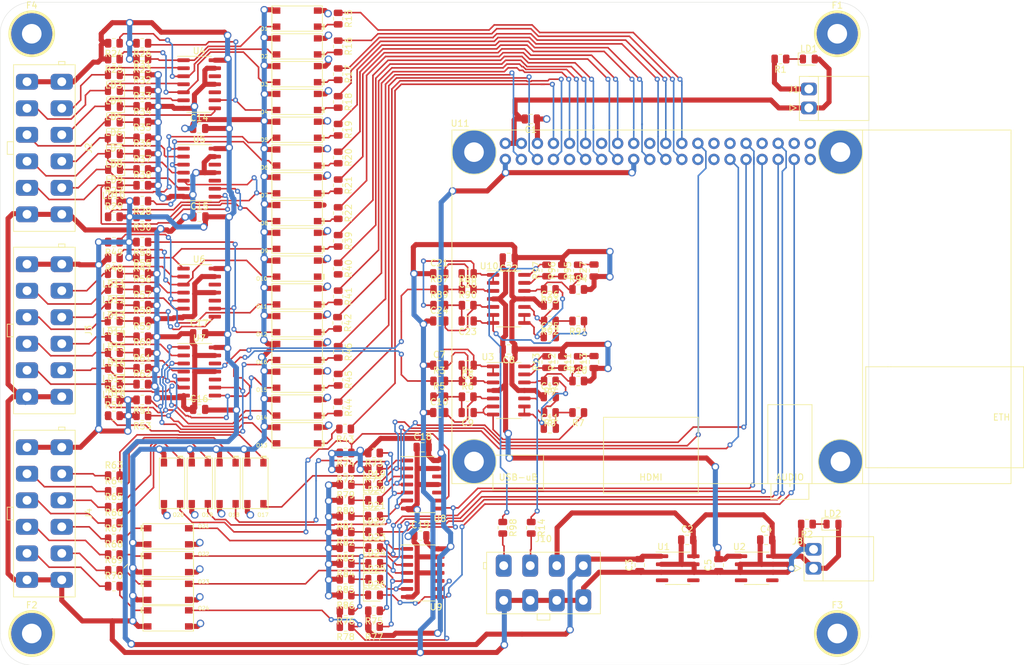
<source format=kicad_pcb>
(kicad_pcb (version 20211014) (generator pcbnew)
  (layers (0 "F.Cu" signal) (31 "B.Cu" signal) (34 "B.Paste" user) (35 "F.Paste" user) (36 "B.SilkS" user "B.Silkscreen") (37 "F.SilkS" user "F.Silkscreen") (38 "B.Mask" user) (39 "F.Mask" user) (44 "Edge.Cuts" user))
  (net 0 "")
  (net 1 "GND")
  (net 2 "Net-(C6-Pad2)")
  (net 3 "VCC")
  (net 4 "VDD")
  (net 5 "/IN1")
  (net 6 "/IN2")
  (net 7 "/IN3")
  (net 8 "/IN4")
  (net 9 "/OUT8")
  (net 10 "/OUT1")
  (net 11 "/OUT2")
  (net 12 "/OUT3")
  (net 13 "/OUT4")
  (net 14 "/OUT5")
  (net 15 "/OUT6")
  (net 16 "/OUT7")
  (net 17 "+12V")
  (net 18 "Net-(O5-Pad1)")
  (net 19 "Net-(O6-Pad1)")
  (net 20 "Net-(O7-Pad1)")
  (net 21 "Net-(O8-Pad1)")
  (net 22 "Net-(O9-Pad1)")
  (net 23 "Net-(O10-Pad1)")
  (net 24 "Net-(O11-Pad1)")
  (net 25 "Net-(O12-Pad1)")
  (net 26 "VSS")
  (net 27 "+10V")
  (net 28 "Net-(C6-Pad1)")
  (net 29 "Net-(C7-Pad2)")
  (net 30 "Net-(C9-Pad2)")
  (net 31 "Net-(C9-Pad1)")
  (net 32 "Net-(C10-Pad2)")
  (net 33 "Net-(C11-Pad2)")
  (net 34 "Net-(C11-Pad1)")
  (net 35 "Net-(C12-Pad2)")
  (net 36 "Net-(C13-Pad2)")
  (net 37 "/rpiconnectivity/3V3")
  (net 38 "Net-(C20-Pad2)")
  (net 39 "Net-(C20-Pad1)")
  (net 40 "Net-(C21-Pad2)")
  (net 41 "Net-(C23-Pad2)")
  (net 42 "Net-(C23-Pad1)")
  (net 43 "Net-(C24-Pad2)")
  (net 44 "Net-(C25-Pad2)")
  (net 45 "Net-(C25-Pad1)")
  (net 46 "Net-(C26-Pad2)")
  (net 47 "Net-(C27-Pad2)")
  (net 48 "/OUT9")
  (net 49 "/OUT10")
  (net 50 "/OUT11")
  (net 51 "/OUT12")
  (net 52 "/OUT13")
  (net 53 "/0-10V-CH2")
  (net 54 "/OUT14")
  (net 55 "/IN5")
  (net 56 "/IN6")
  (net 57 "/IN7")
  (net 58 "/IN8")
  (net 59 "/0-10V-CH1")
  (net 60 "/OUT15")
  (net 61 "/OUT16")
  (net 62 "Net-(LD1-Pad1)")
  (net 63 "Net-(LD2-Pad1)")
  (net 64 "Net-(LD3-Pad1)")
  (net 65 "Net-(LD4-Pad1)")
  (net 66 "Net-(LD5-Pad1)")
  (net 67 "Net-(LD6-Pad1)")
  (net 68 "Net-(LD7-Pad1)")
  (net 69 "Net-(LD8-Pad1)")
  (net 70 "Net-(LD9-Pad1)")
  (net 71 "Net-(LD10-Pad1)")
  (net 72 "Net-(LD11-Pad1)")
  (net 73 "Net-(LD12-Pad1)")
  (net 74 "Net-(LD13-Pad1)")
  (net 75 "Net-(LD14-Pad1)")
  (net 76 "Net-(LD15-Pad1)")
  (net 77 "Net-(LD16-Pad1)")
  (net 78 "/RPIIN1")
  (net 79 "Net-(LD17-Pad1)")
  (net 80 "/RPIIN2")
  (net 81 "Net-(LD18-Pad1)")
  (net 82 "/RPIIN3")
  (net 83 "Net-(LD19-Pad1)")
  (net 84 "/RPIIN4")
  (net 85 "Net-(LD20-Pad1)")
  (net 86 "/RPIIN5")
  (net 87 "Net-(LD21-Pad1)")
  (net 88 "/RPIIN6")
  (net 89 "Net-(LD22-Pad1)")
  (net 90 "/RPIIN7")
  (net 91 "Net-(LD23-Pad1)")
  (net 92 "/RPIIN8")
  (net 93 "Net-(LD24-Pad1)")
  (net 94 "Net-(LD25-Pad1)")
  (net 95 "Net-(LD26-Pad1)")
  (net 96 "Net-(O1-Pad4)")
  (net 97 "Net-(O1-Pad1)")
  (net 98 "Net-(O2-Pad4)")
  (net 99 "Net-(O2-Pad1)")
  (net 100 "Net-(O3-Pad4)")
  (net 101 "Net-(O3-Pad1)")
  (net 102 "Net-(O4-Pad4)")
  (net 103 "Net-(O4-Pad1)")
  (net 104 "Net-(O5-Pad4)")
  (net 105 "Net-(O6-Pad4)")
  (net 106 "Net-(O7-Pad4)")
  (net 107 "Net-(O8-Pad4)")
  (net 108 "Net-(O9-Pad4)")
  (net 109 "Net-(O10-Pad4)")
  (net 110 "Net-(O11-Pad4)")
  (net 111 "Net-(O12-Pad4)")
  (net 112 "Net-(O13-Pad4)")
  (net 113 "Net-(O13-Pad1)")
  (net 114 "Net-(O14-Pad4)")
  (net 115 "Net-(O14-Pad1)")
  (net 116 "Net-(O15-Pad4)")
  (net 117 "Net-(O15-Pad1)")
  (net 118 "Net-(O16-Pad4)")
  (net 119 "Net-(O16-Pad1)")
  (net 120 "Net-(O17-Pad4)")
  (net 121 "Net-(O17-Pad1)")
  (net 122 "Net-(O18-Pad4)")
  (net 123 "Net-(O18-Pad1)")
  (net 124 "Net-(O19-Pad4)")
  (net 125 "Net-(O19-Pad1)")
  (net 126 "Net-(O20-Pad4)")
  (net 127 "Net-(O20-Pad1)")
  (net 128 "Net-(O21-Pad4)")
  (net 129 "Net-(O21-Pad1)")
  (net 130 "Net-(O22-Pad4)")
  (net 131 "Net-(O22-Pad1)")
  (net 132 "Net-(O23-Pad4)")
  (net 133 "Net-(O23-Pad1)")
  (net 134 "Net-(O24-Pad4)")
  (net 135 "Net-(O24-Pad1)")
  (net 136 "Net-(R10-Pad1)")
  (net 137 "/RPIOUT1")
  (net 138 "/RPIOUT2")
  (net 139 "/RPIOUT3")
  (net 140 "/RPIOUT4")
  (net 141 "/RPIOUT5")
  (net 142 "/RPIOUT6")
  (net 143 "/RPIOUT7")
  (net 144 "/RPIOUT8")
  (net 145 "/RPIOUT9")
  (net 146 "/RPIOUT10")
  (net 147 "/RPIOUT11")
  (net 148 "/RPIOUT12")
  (net 149 "/RPIOUT13")
  (net 150 "/RPIOUT14")
  (net 151 "/RPIOUT15")
  (net 152 "/RPIOUT16")
  (net 161 "Net-(R12-Pad1)")
  (net 162 "Net-(R13-Pad2)")
  (net 163 "Net-(R93-Pad2)")
  (net 164 "Net-(R96-Pad1)")
  (net 165 "Net-(R97-Pad2)")
  (footprint "Capacitor_SMD:C_0805_2012Metric" (layer "F.Cu") (at 129 63.5 180)
    (fp_text reference "C1")
    (fp_text value "100n")
  )
  (footprint "Capacitor_SMD:C_0805_2012Metric" (layer "F.Cu") (at 153.7425 130.165)
    (fp_text reference "C2")
    (fp_text value "100n")
  )
  (footprint "Capacitor_SMD:C_0805_2012Metric" (layer "F.Cu") (at 146.2425 134.165 90)
    (fp_text reference "C3")
    (fp_text value "100n")
  )
  (footprint "Capacitor_SMD:C_0805_2012Metric" (layer "F.Cu") (at 166.2425 130.165)
    (fp_text reference "C4")
    (fp_text value "100n")
  )
  (footprint "Capacitor_SMD:C_0805_2012Metric" (layer "F.Cu") (at 158.7425 134.165 90)
    (fp_text reference "C5")
    (fp_text value "100n")
  )
  (footprint "Capacitor_SMD:C_0805_2012Metric" (layer "F.Cu") (at 119 102.5 180)
    (fp_text reference "C6")
    (fp_text value "1u")
  )
  (footprint "Capacitor_SMD:C_0805_2012Metric" (layer "F.Cu") (at 125.5 100 180)
    (fp_text reference "C8")
    (fp_text value "100n")
  )
  (footprint "Capacitor_SMD:C_0805_2012Metric" (layer "F.Cu") (at 119 110 180)
    (fp_text reference "C9")
    (fp_text value "1u")
  )
  (footprint "wago_connectors:WAGO_MCS_MINI_02" (layer "F.Cu") (at 173 60.25 90)
    (fp_text reference "J1")
    (fp_text value "SCREW2")
  )
  (footprint "wago_connectors:WAGO_MCS_MINI_02" (layer "F.Cu") (at 173.7425 133.165 90)
    (fp_text reference "J8")
    (fp_text value "SCREW2")
  )
  (footprint "te-connectivity_val-u-lok_vertical:te-connectivity_val-u-lok_vertical_8_1586768-8" (layer "F.Cu") (at 131 137)
    (fp_text reference "J10")
    (fp_text value "TEVALULOK8W")
  )
  (footprint "Resistor_SMD:R_0805_2012Metric" (layer "F.Cu") (at 168.5 54 180)
    (fp_text reference "R1")
    (fp_text value "RESISTOR")
  )
  (footprint "Resistor_SMD:R_0805_2012Metric" (layer "F.Cu") (at 172.6925 127.665 180)
    (fp_text reference "R2")
    (fp_text value "2k2")
  )
  (footprint "Resistor_SMD:R_0805_2012Metric" (layer "F.Cu") (at 114.5 105)
    (fp_text reference "R3")
    (fp_text value "68k")
  )
  (footprint "Resistor_SMD:R_0805_2012Metric" (layer "F.Cu") (at 119 105)
    (fp_text reference "R4")
    (fp_text value "68k")
  )
  (footprint "Resistor_SMD:R_0805_2012Metric" (layer "F.Cu") (at 114.5 107.5)
    (fp_text reference "R5")
    (fp_text value "68k")
  )
  (footprint "Resistor_SMD:R_0805_2012Metric" (layer "F.Cu") (at 119 107.5)
    (fp_text reference "R6")
    (fp_text value "68k")
  )
  (footprint "Resistor_SMD:R_0805_2012Metric" (layer "F.Cu") (at 136.5 110 180)
    (fp_text reference "R7")
    (fp_text value "68k")
  )
  (footprint "Resistor_SMD:R_0805_2012Metric" (layer "F.Cu") (at 132 110 180)
    (fp_text reference "R8")
    (fp_text value "68k")
  )
  (footprint "Resistor_SMD:R_0805_2012Metric" (layer "F.Cu") (at 132 105 180)
    (fp_text reference "R9")
    (fp_text value "68k")
  )
  (footprint "Resistor_SMD:R_0805_2012Metric" (layer "F.Cu") (at 136.5 105)
    (fp_text reference "R10")
    (fp_text value "1k5")
  )
  (footprint "Resistor_SMD:R_0805_2012Metric" (layer "F.Cu") (at 136.5 102 90)
    (fp_text reference "R11")
    (fp_text value "120k")
  )
  (footprint "Resistor_SMD:R_0805_2012Metric" (layer "F.Cu") (at 131.5 102 90)
    (fp_text reference "R13")
    (fp_text value "120k")
  )
  (footprint "Resistor_SMD:R_0805_2012Metric" (layer "F.Cu") (at 67.5 54 180)
    (fp_text reference "R23")
    (fp_text value "1k")
  )
  (footprint "Package_SO:SOIC-14_3.9x8.7mm_P1.27mm" (layer "F.Cu") (at 125.5 106.5)
    (fp_text reference "U3")
    (fp_text value "MC33204")
  )
  (footprint "Resistor_SMD:R_0805_2012Metric" (layer "F.Cu") (at 134 102 90)
    (fp_text reference "R12")
    (fp_text value "1k5")
  )
  (footprint "smd:VOMOPTO" (layer "F.Cu") (at 92 87.2 180)
    (fp_text reference "O10")
    (fp_text value "VOM617A-4T")
  )
  (footprint "smd:VOMOPTO" (layer "F.Cu") (at 92 82.8 180)
    (fp_text reference "O9")
    (fp_text value "VOM617A-4T")
  )
  (footprint "Capacitor_SMD:C_0805_2012Metric" (layer "F.Cu") (at 114.5 102.5)
    (fp_text reference "C7")
    (fp_text value "1u")
  )
  (footprint "Package_SO:SOIC-8_3.9x4.9mm_P1.27mm" (layer "F.Cu") (at 164.7425 134.665)
    (fp_text reference "U2")
    (fp_text value "78L10SMD")
  )
  (footprint "Capacitor_SMD:C_0805_2012Metric" (layer "F.Cu") (at 114.5 110)
    (fp_text reference "C10")
    (fp_text value "1u")
  )
  (footprint "Capacitor_SMD:C_0805_2012Metric" (layer "F.Cu") (at 132 112.5)
    (fp_text reference "C11")
    (fp_text value "1u")
  )
  (footprint "Capacitor_SMD:C_0805_2012Metric" (layer "F.Cu") (at 132 107.5)
    (fp_text reference "C12")
    (fp_text value "1u")
  )
  (footprint "Capacitor_SMD:C_0805_2012Metric" (layer "F.Cu") (at 139 102 90)
    (fp_text reference "C13")
    (fp_text value "1u")
  )
  (footprint "Capacitor_SMD:C_0805_2012Metric" (layer "F.Cu") (at 76.5 65)
    (fp_text reference "C14")
    (fp_text value "100n")
  )
  (footprint "Capacitor_SMD:C_0805_2012Metric" (layer "F.Cu") (at 76.5375 79)
    (fp_text reference "C15")
    (fp_text value "100n")
  )
  (footprint "Capacitor_SMD:C_0805_2012Metric" (layer "F.Cu") (at 76.5 109.5)
    (fp_text reference "C16")
    (fp_text value "100n")
  )
  (footprint "Capacitor_SMD:C_0805_2012Metric" (layer "F.Cu") (at 111.5 129.5)
    (fp_text reference "C19")
    (fp_text value "100n")
  )
  (footprint "Capacitor_SMD:C_0805_2012Metric" (layer "F.Cu") (at 119 88 180)
    (fp_text reference "C20")
    (fp_text value "1u")
  )
  (footprint "Capacitor_SMD:C_0805_2012Metric" (layer "F.Cu") (at 114.5 88)
    (fp_text reference "C21")
    (fp_text value "1u")
  )
  (footprint "Capacitor_SMD:C_0805_2012Metric" (layer "F.Cu") (at 125.5 85.5 180)
    (fp_text reference "C22")
    (fp_text value "100n")
  )
  (footprint "Capacitor_SMD:C_0805_2012Metric" (layer "F.Cu") (at 119 95.5 180)
    (fp_text reference "C23")
    (fp_text value "1u")
  )
  (footprint "Capacitor_SMD:C_0805_2012Metric" (layer "F.Cu") (at 114.5 95.5)
    (fp_text reference "C24")
    (fp_text value "1u")
  )
  (footprint "Capacitor_SMD:C_0805_2012Metric" (layer "F.Cu") (at 132 98)
    (fp_text reference "C25")
    (fp_text value "1u")
  )
  (footprint "Capacitor_SMD:C_0805_2012Metric" (layer "F.Cu") (at 132 93)
    (fp_text reference "C26")
    (fp_text value "1u")
  )
  (footprint "Capacitor_SMD:C_0805_2012Metric" (layer "F.Cu") (at 139 87.5 90)
    (fp_text reference "C27")
    (fp_text value "1u")
  )
  (footprint "LED_SMD:LED_0805_2012Metric" (layer "F.Cu") (at 173 54)
    (fp_text reference "LD1")
    (fp_text value "LED")
  )
  (footprint "LED_SMD:LED_0805_2012Metric" (layer "F.Cu") (at 176.7425 127.665)
    (fp_text reference "LD2")
    (fp_text value "LED")
  )
  (footprint "LED_SMD:LED_0805_2012Metric" (layer "F.Cu") (at 63 56.5 180)
    (fp_text reference "LD3")
    (fp_text value "LED")
  )
  (footprint "LED_SMD:LED_0805_2012Metric" (layer "F.Cu") (at 63 59 180)
    (fp_text reference "LD4")
    (fp_text value "LED")
  )
  (footprint "LED_SMD:LED_0805_2012Metric" (layer "F.Cu") (at 62.975 74 180)
    (fp_text reference "LD10")
    (fp_text value "LED")
  )
  (footprint "LED_SMD:LED_0805_2012Metric" (layer "F.Cu") (at 104.175 121.4)
    (fp_text reference "LD19")
    (fp_text value "LED")
  )
  (footprint "LED_SMD:LED_0805_2012Metric" (layer "F.Cu") (at 104.175 123.9)
    (fp_text reference "LD20")
    (fp_text value "LED")
  )
  (footprint "LED_SMD:LED_0805_2012Metric" (layer "F.Cu") (at 104.175 126.4)
    (fp_text reference "LD21")
    (fp_text value "LED")
  )
  (footprint "LED_SMD:LED_0805_2012Metric" (layer "F.Cu") (at 104.2 131.4)
    (fp_text reference "LD23")
    (fp_text value "LED")
  )
  (footprint "LED_SMD:LED_0805_2012Metric" (layer "F.Cu") (at 104.2 133.9)
    (fp_text reference "LD24")
    (fp_text value "LED")
  )
  (footprint "LED_SMD:LED_0805_2012Metric" (layer "F.Cu") (at 104.2 136.4)
    (fp_text reference "LD25")
    (fp_text value "LED")
  )
  (footprint "LED_SMD:LED_0805_2012Metric" (layer "F.Cu") (at 104.175 138.9)
    (fp_text reference "LD26")
    (fp_text value "LED")
  )
  (footprint "smd:VOMOPTO" (layer "F.Cu") (at 92 113.6 180)
    (fp_text reference "O13")
    (fp_text value "VOM617A-4T")
  )
  (footprint "smd:VOMOPTO" (layer "F.Cu") (at 92 109.2 180)
    (fp_text reference "O14")
    (fp_text value "VOM617A-4T")
  )
  (footprint "smd:VOMOPTO" (layer "F.Cu") (at 92 100.4 180)
    (fp_text reference "O16")
    (fp_text value "VOM617A-4T")
  )
  (footprint "smd:VOMOPTO" (layer "F.Cu") (at 85.4 121.2 -90)
    (fp_text reference "O17")
    (fp_text value "VOM617A-4T")
  )
  (footprint "smd:VOMOPTO" (layer "F.Cu") (at 76.6 121.2 -90)
    (fp_text reference "O19")
    (fp_text value "VOM617A-4T")
  )
  (footprint "smd:VOMOPTO" (layer "F.Cu") (at 72.2 121.2 -90)
    (fp_text reference "O20")
    (fp_text value "VOM617A-4T")
  )
  (footprint "smd:VOMOPTO" (layer "F.Cu") (at 71.6 129.6)
    (fp_text reference "O21")
    (fp_text value "VOM617A-4T")
  )
  (footprint "smd:VOMOPTO" (layer "F.Cu") (at 71.6 138.4)
    (fp_text reference "O23")
    (fp_text value "VOM617A-4T")
  )
  (footprint "Resistor_SMD:R_0805_2012Metric" (layer "F.Cu") (at 67.5 51.5 180)
    (fp_text reference "R26")
    (fp_text value "1k")
  )
  (footprint "Resistor_SMD:R_0805_2012Metric" (layer "F.Cu") (at 67.5 76.5 180)
    (fp_text reference "R28")
    (fp_text value "1k")
  )
  (footprint "Resistor_SMD:R_0805_2012Metric" (layer "F.Cu") (at 67.5 79 180)
    (fp_text reference "R30")
    (fp_text value "1k")
  )
  (footprint "Resistor_SMD:R_0805_2012Metric" (layer "F.Cu") (at 67.5 64)
    (fp_text reference "R34")
    (fp_text value "RESISTOR")
  )
  (footprint "Resistor_SMD:R_0805_2012Metric" (layer "F.Cu") (at 67.5 66.5)
    (fp_text reference "R35")
    (fp_text value "RESISTOR")
  )
  (footprint "Resistor_SMD:R_0805_2012Metric" (layer "F.Cu") (at 67.5 69)
    (fp_text reference "R36")
    (fp_text value "RESISTOR")
  )
  (footprint "Resistor_SMD:R_0805_2012Metric" (layer "F.Cu") (at 67.5 71.5)
    (fp_text reference "R37")
    (fp_text value "RESISTOR")
  )
  (footprint "Resistor_SMD:R_0805_2012Metric" (layer "F.Cu") (at 67.5 74)
    (fp_text reference "R38")
    (fp_text value "RESISTOR")
  )
  (footprint "Resistor_SMD:R_0805_2012Metric" (layer "F.Cu") (at 98.5 82.8 -90)
    (fp_text reference "R39")
    (fp_text value "680R")
  )
  (footprint "Resistor_SMD:R_0805_2012Metric" (layer "F.Cu") (at 98.5 87.2 -90)
    (fp_text reference "R40")
    (fp_text value "680R")
  )
  (footprint "Resistor_SMD:R_0805_2012Metric" (layer "F.Cu") (at 98.5 91.6 -90)
    (fp_text reference "R41")
    (fp_text value "680R")
  )
  (footprint "Resistor_SMD:R_0805_2012Metric" (layer "F.Cu") (at 98.4 95.8 -90)
    (fp_text reference "R42")
    (fp_text value "680R")
  )
  (footprint "Resistor_SMD:R_0805_2012Metric" (layer "F.Cu") (at 99.6 112.6 180)
    (fp_text reference "R43")
    (fp_text value "680R")
  )
  (footprint "Resistor_SMD:R_0805_2012Metric" (layer "F.Cu") (at 98.5 109.2 -90)
    (fp_text reference "R44")
    (fp_text value "680R")
  )
  (footprint "Resistor_SMD:R_0805_2012Metric" (layer "F.Cu") (at 98.5 104.8 -90)
    (fp_text reference "R45")
    (fp_text value "680R")
  )
  (footprint "Resistor_SMD:R_0805_2012Metric" (layer "F.Cu") (at 98.5 100.4 -90)
    (fp_text reference "R46")
    (fp_text value "680R")
  )
  (footprint "Resistor_SMD:R_0805_2012Metric" (layer "F.Cu") (at 67.5 85.5 180)
    (fp_text reference "R47")
    (fp_text value "1k")
  )
  (footprint "Resistor_SMD:R_0805_2012Metric" (layer "F.Cu") (at 63 85.5 180)
    (fp_text reference "R48")
    (fp_text value "1k")
  )
  (footprint "Resistor_SMD:R_0805_2012Metric" (layer "F.Cu") (at 63 83 180)
    (fp_text reference "R49")
    (fp_text value "1k")
  )
  (footprint "Resistor_SMD:R_0805_2012Metric" (layer "F.Cu") (at 67.5 83 180)
    (fp_text reference "R50")
    (fp_text value "1k")
  )
  (footprint "Resistor_SMD:R_0805_2012Metric" (layer "F.Cu") (at 67.5 108 180)
    (fp_text reference "R51")
    (fp_text value "1k")
  )
  (footprint "Resistor_SMD:R_0805_2012Metric" (layer "F.Cu") (at 63 108)
    (fp_text reference "R52")
    (fp_text value "1k")
  )
  (footprint "Resistor_SMD:R_0805_2012Metric" (layer "F.Cu") (at 67.5 110.5 180)
    (fp_text reference "R53")
    (fp_text value "1k")
  )
  (footprint "Resistor_SMD:R_0805_2012Metric" (layer "F.Cu") (at 63 120)
    (fp_text reference "R63")
    (fp_text value "680R")
  )
  (footprint "Resistor_SMD:R_0805_2012Metric" (layer "F.Cu") (at 63 122.5)
    (fp_text reference "R64")
    (fp_text value "680R")
  )
  (footprint "Resistor_SMD:R_0805_2012Metric" (layer "F.Cu") (at 63 125)
    (fp_text reference "R65")
    (fp_text value "680R")
  )
  (footprint "Resistor_SMD:R_0805_2012Metric" (layer "F.Cu") (at 63 132.5)
    (fp_text reference "R68")
    (fp_text value "680R")
  )
  (footprint "Resistor_SMD:R_0805_2012Metric" (layer "F.Cu") (at 63 135)
    (fp_text reference "R69")
    (fp_text value "680R")
  )
  (footprint "Resistor_SMD:R_0805_2012Metric" (layer "F.Cu") (at 63 137.5)
    (fp_text reference "R70")
    (fp_text value "680R")
  )
  (footprint "Resistor_SMD:R_0805_2012Metric" (layer "F.Cu") (at 104.175 118.9 180)
    (fp_text reference "R71")
    (fp_text value "1k")
  )
  (footprint "Resistor_SMD:R_0805_2012Metric" (layer "F.Cu") (at 104.175 116.4 180)
    (fp_text reference "R73")
    (fp_text value "1k")
  )
  (footprint "Resistor_SMD:R_0805_2012Metric" (layer "F.Cu") (at 99.675 116.4 180)
    (fp_text reference "R74")
    (fp_text value "1k")
  )
  (footprint "Resistor_SMD:R_0805_2012Metric" (layer "F.Cu") (at 104.175 141.4 180)
    (fp_text reference "R75")
    (fp_text value "1k")
  )
  (footprint "Resistor_SMD:R_0805_2012Metric" (layer "F.Cu") (at 99.675 141.4 180)
    (fp_text reference "R76")
    (fp_text value "1k")
  )
  (footprint "Resistor_SMD:R_0805_2012Metric" (layer "F.Cu") (at 104.175 143.9 180)
    (fp_text reference "R77")
    (fp_text value "1k")
  )
  (footprint "Resistor_SMD:R_0805_2012Metric" (layer "F.Cu") (at 99.675 143.9 180)
    (fp_text reference "R78")
    (fp_text value "1k")
  )
  (footprint "Resistor_SMD:R_0805_2012Metric" (layer "F.Cu") (at 99.675 121.4 180)
    (fp_text reference "R79")
    (fp_text value "RESISTOR")
  )
  (footprint "Resistor_SMD:R_0805_2012Metric" (layer "F.Cu") (at 99.675 123.9 180)
    (fp_text reference "R80")
    (fp_text value "RESISTOR")
  )
  (footprint "Resistor_SMD:R_0805_2012Metric" (layer "F.Cu") (at 99.675 126.4 180)
    (fp_text reference "R81")
    (fp_text value "RESISTOR")
  )
  (footprint "Resistor_SMD:R_0805_2012Metric" (layer "F.Cu") (at 99.675 128.9 180)
    (fp_text reference "R82")
    (fp_text value "RESISTOR")
  )
  (footprint "Resistor_SMD:R_0805_2012Metric" (layer "F.Cu") (at 99.675 131.4 180)
    (fp_text reference "R83")
    (fp_text value "RESISTOR")
  )
  (footprint "Resistor_SMD:R_0805_2012Metric" (layer "F.Cu") (at 99.675 133.9 180)
    (fp_text reference "R84")
    (fp_text value "RESISTOR")
  )
  (footprint "Resistor_SMD:R_0805_2012Metric" (layer "F.Cu") (at 119 90.5)
    (fp_text reference "R88")
    (fp_text value "68k")
  )
  (footprint "Resistor_SMD:R_0805_2012Metric" (layer "F.Cu") (at 114.5 93)
    (fp_text reference "R89")
    (fp_text value "68k")
  )
  (footprint "Resistor_SMD:R_0805_2012Metric" (layer "F.Cu") (at 119 93)
    (fp_text reference "R90")
    (fp_text value "68k")
  )
  (footprint "Resistor_SMD:R_0805_2012Metric" (layer "F.Cu") (at 136.5 95.5 180)
    (fp_text reference "R91")
    (fp_text value "68k")
  )
  (footprint "Resistor_SMD:R_0805_2012Metric" (layer "F.Cu") (at 132 95.5 180)
    (fp_text reference "R92")
    (fp_text value "68k")
  )
  (footprint "Resistor_SMD:R_0805_2012Metric" (layer "F.Cu") (at 132 90.5 180)
    (fp_text reference "R93")
    (fp_text value "68k")
  )
  (footprint "Resistor_SMD:R_0805_2012Metric" (layer "F.Cu") (at 136.5 90.5)
    (fp_text reference "R94")
    (fp_text value "1k5")
  )
  (footprint "Resistor_SMD:R_0805_2012Metric" (layer "F.Cu") (at 136.5 87.5 90)
    (fp_text reference "R95")
    (fp_text value "120k")
  )
  (footprint "Resistor_SMD:R_0805_2012Metric" (layer "F.Cu") (at 134 87.5 90)
    (fp_text reference "R96")
    (fp_text value "1k5")
  )
  (footprint "Resistor_SMD:R_0805_2012Metric" (layer "F.Cu") (at 131.5 87.5 90)
    (fp_text reference "R97")
    (fp_text value "120k")
  )
  (footprint "Resistor_SMD:R_0805_2012Metric" (layer "F.Cu") (at 124.55 128.25 -90)
    (fp_text reference "R98")
    (fp_text value "330R")
  )
  (footprint "Package_SO:SOIC-14_3.9x8.7mm_P1.27mm" (layer "F.Cu") (at 76.5 72)
    (fp_text reference "U5")
    (fp_text value "74HC14")
  )
  (footprint "Package_SO:SOIC-14_3.9x8.7mm_P1.27mm" (layer "F.Cu") (at 76.5 91)
    (fp_text reference "U6")
    (fp_text value "74HC14")
  )
  (footprint "Package_SO:SOIC-14_3.9x8.7mm_P1.27mm" (layer "F.Cu") (at 76.525 103.5)
    (fp_text reference "U7")
    (fp_text value "74HC14")
  )
  (footprint "Package_SO:SOIC-14_3.9x8.7mm_P1.27mm" (layer "F.Cu") (at 111.875 121.4)
    (fp_text reference "U8")
    (fp_text value "74HC14")
  )
  (footprint "Package_SO:SOIC-14_3.9x8.7mm_P1.27mm" (layer "F.Cu") (at 125.5 92)
    (fp_text reference "U10")
    (fp_text value "MC33204")
  )
  (footprint "smd:VOMOPTO" (layer "F.Cu") (at 92 91.6 180)
    (fp_text reference "O11")
    (fp_text value "VOM617A-4T")
  )
  (footprint "rpi_footprints:rpi-40pin" (layer "F.Cu") (at 127.5 76.25)
    (fp_text reference "U11")
    (fp_text value "RPI40PIN")
  )
  (footprint "Package_SO:SOIC-14_3.9x8.7mm_P1.27mm" (layer "F.Cu") (at 76.5 58)
    (fp_text reference "U4")
    (fp_text value "74HC14")
  )
  (footprint "Resistor_SMD:R_0805_2012Metric" (layer "F.Cu") (at 67.5 59)
    (fp_text reference "R32")
    (fp_text value "RESISTOR")
  )
  (footprint "Resistor_SMD:R_0805_2012Metric" (layer "F.Cu") (at 67.5 61.5)
    (fp_text reference "R33")
    (fp_text value "RESISTOR")
  )
  (footprint "Resistor_SMD:R_0805_2012Metric" (layer "F.Cu") (at 67.5 56.5)
    (fp_text reference "R31")
    (fp_text value "RESISTOR")
  )
  (footprint "smd:VOMOPTO" (layer "F.Cu") (at 92 65.2 180)
    (fp_text reference "O5")
    (fp_text value "VOM617A-4T")
  )
  (footprint "smd:VOMOPTO" (layer "F.Cu") (at 92 69.6 180)
    (fp_text reference "O6")
    (fp_text value "VOM617A-4T")
  )
  (footprint "smd:VOMOPTO" (layer "F.Cu") (at 92 74 180)
    (fp_text reference "O7")
    (fp_text value "VOM617A-4T")
  )
  (footprint "smd:VOMOPTO" (layer "F.Cu") (at 92 78.4 180)
    (fp_text reference "O8")
    (fp_text value "VOM617A-4T")
  )
  (footprint "Resistor_SMD:R_0805_2012Metric" (layer "F.Cu") (at 98.5 65.2 -90)
    (fp_text reference "R19")
    (fp_text value "680R")
  )
  (footprint "Resistor_SMD:R_0805_2012Metric" (layer "F.Cu") (at 98.5 69.6 -90)
    (fp_text reference "R20")
    (fp_text value "680R")
  )
  (footprint "Resistor_SMD:R_0805_2012Metric" (layer "F.Cu") (at 98.5 74 -90)
    (fp_text reference "R21")
    (fp_text value "680R")
  )
  (footprint "Resistor_SMD:R_0805_2012Metric" (layer "F.Cu") (at 98.5 78.4 -90)
    (fp_text reference "R22")
    (fp_text value "680R")
  )
  (footprint "Resistor_SMD:R_0805_2012Metric" (layer "F.Cu") (at 63 51.5 180)
    (fp_text reference "R24")
    (fp_text value "1k")
  )
  (footprint "Resistor_SMD:R_0805_2012Metric" (layer "F.Cu") (at 63 54 180)
    (fp_text reference "R25")
    (fp_text value "1k")
  )
  (footprint "Resistor_SMD:R_0805_2012Metric" (layer "F.Cu") (at 63 76.5)
    (fp_text reference "R27")
    (fp_text value "1k")
  )
  (footprint "Resistor_SMD:R_0805_2012Metric" (layer "F.Cu") (at 63 79)
    (fp_text reference "R29")
    (fp_text value "1k")
  )
  (footprint "LED_SMD:LED_0805_2012Metric" (layer "F.Cu") (at 63 69 180)
    (fp_text reference "LD8")
    (fp_text value "LED")
  )
  (footprint "LED_SMD:LED_0805_2012Metric" (layer "F.Cu") (at 62.975 66.5 180)
    (fp_text reference "LD7")
    (fp_text value "LED")
  )
  (footprint "LED_SMD:LED_0805_2012Metric" (layer "F.Cu") (at 62.975 64 180)
    (fp_text reference "LD6")
    (fp_text value "LED")
  )
  (footprint "te-connectivity_val-u-lok_vertical:te-connectivity_val-u-lok_vertical_12_1-1586768-2" (layer "F.Cu") (at 52 68.1 -90)
    (fp_text reference "J2")
    (fp_text value "TEVALULOK12W")
  )
  (footprint "LED_SMD:LED_0805_2012Metric" (layer "F.Cu") (at 63.025 71.5 180)
    (fp_text reference "LD9")
    (fp_text value "LED")
  )
  (footprint "LED_SMD:LED_0805_2012Metric" (layer "F.Cu") (at 63 61.5 180)
    (fp_text reference "LD5")
    (fp_text value "LED")
  )
  (footprint "smd:VOMOPTO" (layer "F.Cu") (at 92 96 180)
    (fp_text reference "O12")
    (fp_text value "VOM617A-4T")
  )
  (footprint "smd:VOMOPTO" (layer "F.Cu") (at 92 104.8 180)
    (fp_text reference "O15")
    (fp_text value "VOM617A-4T")
  )
  (footprint "smd:VOMOPTO" (layer "F.Cu") (at 81 121.2 -90)
    (fp_text reference "O18")
    (fp_text value "VOM617A-4T")
  )
  (footprint "smd:VOMOPTO" (layer "F.Cu") (at 71.6 134)
    (fp_text reference "O22")
    (fp_text value "VOM617A-4T")
  )
  (footprint "smd:VOMOPTO" (layer "F.Cu") (at 71.6 142.6)
    (fp_text reference "O24")
    (fp_text value "VOM617A-4T")
  )
  (footprint "smd:VOMOPTO" (layer "F.Cu") (at 92 47.6 180)
    (fp_text reference "O1")
    (fp_text value "VOM617A-4T")
  )
  (footprint "smd:VOMOPTO" (layer "F.Cu") (at 92 52 180)
    (fp_text reference "O2")
    (fp_text value "VOM617A-4T")
  )
  (footprint "smd:VOMOPTO" (layer "F.Cu") (at 92 56.4 180)
    (fp_text reference "O3")
    (fp_text value "VOM617A-4T")
  )
  (footprint "smd:VOMOPTO" (layer "F.Cu") (at 92 60.8 180)
    (fp_text reference "O4")
    (fp_text value "VOM617A-4T")
  )
  (footprint "Resistor_SMD:R_0805_2012Metric" (layer "F.Cu") (at 98.5 47.6 -90)
    (fp_text reference "R15")
    (fp_text value "680R")
  )
  (footprint "Resistor_SMD:R_0805_2012Metric" (layer "F.Cu") (at 98.5 52 -90)
    (fp_text reference "R16")
    (fp_text value "680R")
  )
  (footprint "Resistor_SMD:R_0805_2012Metric" (layer "F.Cu") (at 98.5 56.4 -90)
    (fp_text reference "R17")
    (fp_text value "680R")
  )
  (footprint "Resistor_SMD:R_0805_2012Metric" (layer "F.Cu") (at 98.5 60.8 -90)
    (fp_text reference "R18")
    (fp_text value "680R")
  )
  (footprint "te-connectivity_val-u-lok_vertical:te-connectivity_val-u-lok_vertical_12_1-1586768-2" (layer "F.Cu") (at 52 97 -90)
    (fp_text reference "J3")
    (fp_text value "TEVALULOK12W")
  )
  (footprint "LED_SMD:LED_0805_2012Metric" (layer "F.Cu") (at 63 90.5 180)
    (fp_text reference "LD12")
    (fp_text value "LED")
  )
  (footprint "LED_SMD:LED_0805_2012Metric" (layer "F.Cu") (at 63 93 180)
    (fp_text reference "LD13")
    (fp_text value "LED")
  )
  (footprint "LED_SMD:LED_0805_2012Metric" (layer "F.Cu") (at 62.975 95.5 180)
    (fp_text reference "LD14")
    (fp_text value "LED")
  )
  (footprint "LED_SMD:LED_0805_2012Metric" (layer "F.Cu") (at 63 98 180)
    (fp_text reference "LD15")
    (fp_text value "LED")
  )
  (footprint "LED_SMD:LED_0805_2012Metric" (layer "F.Cu") (at 63 100.5 180)
    (fp_text reference "LD16")
    (fp_text value "LED")
  )
  (footprint "LED_SMD:LED_0805_2012Metric" (layer "F.Cu") (at 63 103 180)
    (fp_text reference "LD17")
    (fp_text value "LED")
  )
  (footprint "LED_SMD:LED_0805_2012Metric" (layer "F.Cu") (at 63 105.5 180)
    (fp_text reference "LD18")
    (fp_text value "LED")
  )
  (footprint "Resistor_SMD:R_0805_2012Metric" (layer "F.Cu") (at 67.5 88)
    (fp_text reference "R55")
    (fp_text value "RESISTOR")
  )
  (footprint "Resistor_SMD:R_0805_2012Metric" (layer "F.Cu") (at 67.5 93)
    (fp_text reference "R57")
    (fp_text value "RESISTOR")
  )
  (footprint "Resistor_SMD:R_0805_2012Metric" (layer "F.Cu") (at 67.5 95.5)
    (fp_text reference "R58")
    (fp_text value "RESISTOR")
  )
  (footprint "Resistor_SMD:R_0805_2012Metric" (layer "F.Cu") (at 67.5 98)
    (fp_text reference "R59")
    (fp_text value "RESISTOR")
  )
  (footprint "Resistor_SMD:R_0805_2012Metric" (layer "F.Cu") (at 67.5 100.5)
    (fp_text reference "R60")
    (fp_text value "RESISTOR")
  )
  (footprint "Resistor_SMD:R_0805_2012Metric" (layer "F.Cu") (at 67.5 103)
    (fp_text reference "R61")
    (fp_text value "RESISTOR")
  )
  (footprint "Resistor_SMD:R_0805_2012Metric" (layer "F.Cu") (at 67.5 105.5)
    (fp_text reference "R62")
    (fp_text value "RESISTOR")
  )
  (footprint "LED_SMD:LED_0805_2012Metric" (layer "F.Cu") (at 63 88 180)
    (fp_text reference "LD11")
    (fp_text value "LED")
  )
  (footprint "te-connectivity_val-u-lok_vertical:te-connectivity_val-u-lok_vertical_12_1-1586768-2" (layer "F.Cu") (at 52 126 -90)
    (fp_text reference "J4")
    (fp_text value "TEVALULOK12W")
  )
  (footprint "Resistor_SMD:R_0805_2012Metric" (layer "F.Cu") (at 67.5 90.5)
    (fp_text reference "R56")
    (fp_text value "RESISTOR")
  )
  (footprint "Capacitor_SMD:C_0805_2012Metric" (layer "F.Cu") (at 76.5 97.5)
    (fp_text reference "C17")
    (fp_text value "100n")
  )
  (footprint "Resistor_SMD:R_0805_2012Metric" (layer "F.Cu") (at 63 110.5)
    (fp_text reference "R54")
    (fp_text value "1k")
  )
  (footprint "Capacitor_SMD:C_0805_2012Metric" (layer "F.Cu") (at 111.875 115.5)
    (fp_text reference "C18")
    (fp_text value "100n")
  )
  (footprint "Resistor_SMD:R_0805_2012Metric" (layer "F.Cu") (at 63 127.5)
    (fp_text reference "R66")
    (fp_text value "680R")
  )
  (footprint "Resistor_SMD:R_0805_2012Metric" (layer "F.Cu") (at 63 130)
    (fp_text reference "R67")
    (fp_text value "680R")
  )
  (footprint "Package_SO:SOIC-14_3.9x8.7mm_P1.27mm" (layer "F.Cu") (at 111.875 135.4)
    (fp_text reference "U9")
    (fp_text value "74HC14")
  )
  (footprint "LED_SMD:LED_0805_2012Metric" (layer "F.Cu") (at 104.175 128.9)
    (fp_text reference "LD22")
    (fp_text value "LED")
  )
  (footprint "Resistor_SMD:R_0805_2012Metric" (layer "F.Cu") (at 99.675 136.4 180)
    (fp_text reference "R85")
    (fp_text value "RESISTOR")
  )
  (footprint "Resistor_SMD:R_0805_2012Metric" (layer "F.Cu") (at 99.675 138.9 180)
    (fp_text reference "R86")
    (fp_text value "RESISTOR")
  )
  (footprint "Resistor_SMD:R_0805_2012Metric" (layer "F.Cu") (at 114.5 90.5)
    (fp_text reference "R87")
    (fp_text value "68k")
  )
  (footprint "Resistor_SMD:R_0805_2012Metric" (layer "F.Cu") (at 99.675 118.9 180)
    (fp_text reference "R72")
    (fp_text value "1k")
  )
  (footprint "Package_SO:SOIC-8_3.9x4.9mm_P1.27mm" (layer "F.Cu") (at 152.2425 134.665)
    (fp_text reference "U1")
    (fp_text value "78L05SMD")
  )
  (footprint "Resistor_SMD:R_0805_2012Metric" (layer "F.Cu") (at 129.05 128.25 -90)
    (fp_text reference "R14")
    (fp_text value "330R")
  )
  (footprint "mechanical:M3" (layer "F.Cu") (at 177.5 145)
    (fp_text reference "F3")
    (fp_text value "M3")
  )
  (footprint "mechanical:M3" (layer "F.Cu") (at 50 50)
    (fp_text reference "F4")
    (fp_text value "M3")
  )
  (footprint "mechanical:M3" (layer "F.Cu") (at 50 145)
    (fp_text reference "F2")
    (fp_text value "M3")
  )
  (footprint "mechanical:M3" (layer "F.Cu") (at 177.5 50)
    (fp_text reference "F1")
    (fp_text value "M3")
  )
  (gr_line (start 65.2 134) (end 64.6 134.6) (layer "F.SilkS") (width 0.12))
  (gr_line (start 45 50) (end 45 145) (layer "Edge.Cuts") (width 0.05))
  (gr_line (start 182.5 50) (end 182.5 145) (layer "Edge.Cuts") (width 0.05))
  (gr_arc (start 50 150) (mid 46.464466 148.535534) (end 45 145) (layer "Edge.Cuts") (width 0.05))
  (gr_arc (start 177.5 45) (mid 181.035534 46.464466) (end 182.5 50) (layer "Edge.Cuts") (width 0.05))
  (gr_line (start 50 45) (end 177.5 45) (layer "Edge.Cuts") (width 0.05))
  (gr_arc (start 182.5 145) (mid 181.035534 148.535534) (end 177.5 150) (layer "Edge.Cuts") (width 0.05))
  (gr_line (start 50 150) (end 177.5 150) (layer "Edge.Cuts") (width 0.05))
  (gr_arc (start 45 50) (mid 46.464466 46.464466) (end 50 45) (layer "Edge.Cuts") (width 0.05))
  (segment (start 97.1 121.4) (end 97 121.5) (width 0.8) (layer "F.Cu") (net 1))
  (segment (start 97.1 126.4) (end 97 126.5) (width 0.8) (layer "F.Cu") (net 1))
  (segment (start 76.23 143.87) (end 76.7 143.4) (width 0.8) (layer "F.Cu") (net 1))
  (segment (start 111 121.5) (end 111 119) (width 0.8) (layer "F.Cu") (net 1))
  (segment (start 98.725 131.4) (end 97.1 131.4) (width 0.8) (layer "F.Cu") (net 1))
  (segment (start 111.14 118.86) (end 111 119) (width 0.8) (layer "F.Cu") (net 1))
  (segment (start 96.470203 59.53) (end 96.965142 59.035061) (width 0.8) (layer "F.Cu") (net 1))
  (segment (start 168.55 58.75) (end 167.55 57.75) (width 0.8) (layer "F.Cu") (net 1))
  (segment (start 109.7 129.5) (end 109.6 129.6) (width 0.8) (layer "F.Cu") (net 1))
  (segment (start 96.67 68.33) (end 96.8 68.2) (width 0.8) (layer "F.Cu") (net 1))
  (segment (start 84.13 124.95) (end 84.13 125.73) (width 0.8) (layer "F.Cu") (net 1))
  (segment (start 96.47 94.73) (end 96.8 94.4) (width 0.8) (layer "F.Cu") (net 1))
  (segment (start 75.35 139.67) (end 76.13 139.67) (width 0.8) (layer "F.Cu") (net 1))
  (segment (start 75.33 125.73) (end 75.8 126.2) (width 0.8) (layer "F.Cu") (net 1))
  (segment (start 97.1 123.9) (end 97 124) (width 0.8) (layer "F.Cu") (net 1))
  (segment (start 114.35 135.4) (end 111 135.4) (width 0.8) (layer "F.Cu") (net 1))
  (segment (start 109.4 139.21) (end 110.29 139.21) (width 0.8) (layer "F.Cu") (net 1))
  (segment (start 76.13 139.67) (end 76.6 139.2) (width 0.8) (layer "F.Cu") (net 1))
  (segment (start 167.55 57.75) (end 167.55 54) (width 0.8) (layer "F.Cu") (net 1))
  (segment (start 95.75 50.73) (end 96.470203 50.73) (width 0.8) (layer "F.Cu") (net 1))
  (segment (start 111 135.4) (end 111 132.8) (width 0.8) (layer "F.Cu") (net 1))
  (segment (start 130.04 63.59) (end 129.95 63.5) (width 0.8) (layer "F.Cu") (net 1))
  (segment (start 79.73 124.95) (end 79.73 125.705306) (width 0.8) (layer "F.Cu") (net 1))
  (segment (start 173 58.75) (end 168.55 58.75) (width 0.8) (layer "F.Cu") (net 1))
  (segment (start 110.5 129.55) (end 110.55 129.5) (width 0.8) (layer "F.Cu") (net 1))
  (segment (start 95.75 112.33) (end 96.67 112.33) (width 0.8) (layer "F.Cu") (net 1))
  (segment (start 110.5 130.5) (end 110.5 129.55) (width 0.8) (layer "F.Cu") (net 1))
  (segment (start 95.75 94.73) (end 96.47 94.73) (width 0.8) (layer "F.Cu") (net 1))
  (segment (start 76.33 130.87) (end 76.6 130.6) (width 0.8) (layer "F.Cu") (net 1))
  (segment (start 110.29 125.21) (end 111 124.5) (width 0.8) (layer "F.Cu") (net 1))
  (segment (start 111 138.5) (end 111 135.4) (width 0.8) (layer "F.Cu") (net 1))
  (segment (start 96.47 85.93) (end 96.8 85.6) (width 0.8) (layer "F.Cu") (net 1))
  (segment (start 111 115.575) (end 110.925 115.5) (width 0.8) (layer "F.Cu") (net 1))
  (segment (start 84.13 125.73) (end 84.6 126.2) (width 0.8) (layer "F.Cu") (net 1))
  (segment (start 97.1 138.9) (end 97 139) (width 0.8) (layer "F.Cu") (net 1))
  (segment (start 114.35 132.86) (end 111.06 132.86) (width 0.8) (layer "F.Cu") (net 1))
  (segment (start 96.47 107.93) (end 96.8 107.6) (width 0.8) (layer "F.Cu") (net 1))
  (segment (start 110.55 129.5) (end 109.7 129.5) (width 0.8) (layer "F.Cu") (net 1))
  (segment (start 96.67 63.93) (end 96.8 63.8) (width 0.8) (layer "F.Cu") (net 1))
  (segment (start 129.95 63.5) (end 131.5 63.5) (width 0.8) (layer "F.Cu") (net 1))
  (segment (start 95.75 68.33) (end 96.67 68.33) (width 0.8) (layer "F.Cu") (net 1))
  (segment (start 98.725 138.9) (end 97.1 138.9) (width 0.8) (layer "F.Cu") (net 1))
  (segment (start 96.470203 63.93) (end 96.67 63.93) (width 0.8) (layer "F.Cu") (net 1))
  (segment (start 95.75 85.93) (end 96.47 85.93) (width 0.8) (layer "F.Cu") (net 1))
  (segment (start 98.725 128.9) (end 97.1 128.9) (width 0.8) (layer "F.Cu") (net 1))
  (segment (start 111 124.5) (end 111 121.5) (width 0.8) (layer "F.Cu") (net 1))
  (segment (start 96.47 81.53) (end 96.8 81.2) (width 0.8) (layer "F.Cu") (net 1))
  (segment (start 95.75 107.93) (end 96.47 107.93) (width 0.8) (layer "F.Cu") (net 1))
  (segment (start 98.725 133.9) (end 97.1 133.9) (width 0.8) (layer "F.Cu") (net 1))
  (segment (start 95.75 103.53) (end 96.67 103.53) (width 0.8) (layer "F.Cu") (net 1))
  (segment (start 111 119) (end 111 115.575) (width 0.8) (layer "F.Cu") (net 1))
  (segment (start 95.75 72.73) (end 96.47 72.73) (width 0.8) (layer "F.Cu") (net 1))
  (segment (start 109.4 125.21) (end 110.29 125.21) (width 0.8) (layer "F.Cu") (net 1))
  (segment (start 96.67 112.33) (end 97 112) (width 0.8) (layer "F.Cu") (net 1))
  (segment (start 95.75 59.53) (end 96.470203 59.53) (width 0.8) (layer "F.Cu") (net 1))
  (segment (start 95.75 55.13) (end 96.470203 55.13) (width 0.8) (layer "F.Cu") (net 1))
  (segment (start 98.725 126.4) (end 97.1 126.4) (width 0.8) (layer "F.Cu") (net 1))
  (segment (start 96.470203 50.73) (end 96.965142 50.235061) (width 0.8) (layer "F.Cu") (net 1))
  (segment (start 95.75 63.93) (end 96.470203 63.93) (width 0.8) (layer "F.Cu") (net 1))
  (segment (start 97.1 136.4) (end 97 136.5) (width 0.8) (layer "F.Cu") (net 1))
  (segment (start 96.67 103.53) (end 96.8 103.4) (width 0.8) (layer "F.Cu") (net 1))
  (segment (start 96.430498 46.33) (end 96.900498 46.8) (width 0.8) (layer "F.Cu") (net 1))
  (segment (start 98.725 121.4) (end 97.1 121.4) (width 0.8) (layer "F.Cu") (net 1))
  (segment (start 95.75 46.33) (end 96.430498 46.33) (width 0.8) (layer "F.Cu") (net 1))
  (segment (start 110.29 139.21) (end 111 138.5) (width 0.8) (layer "F.Cu") (net 1))
  (segment (start 98.725 136.4) (end 97.1 136.4) (width 0.8) (layer "F.Cu") (net 1))
  (segment (start 75.35 143.87) (end 76.23 143.87) (width 0.8) (layer "F.Cu") (net 1))
  (segment (start 114.35 121.4) (end 111.1 121.4) (width 0.8) (layer "F.Cu") (net 1))
  (segment (start 111 125.4) (end 109.59 125.4) (width 0.8) (layer "F.Cu") (net 1))
  (segment (start 75.35 130.87) (end 76.33 130.87) (width 0.8) (layer "F.Cu") (net 1))
  (segment (start 95.75 81.53) (end 96.47 81.53) (width 0.8) (layer "F.Cu") (net 1))
  (segment (start 70.93 124.95) (end 70.93 125.83) (width 0.8) (layer "F.Cu") (net 1))
  (segment (start 75.33 124.95) (end 75.33 125.73) (width 0.8) (layer "F.Cu") (net 1))
  (segment (start 70.93 125.83) (end 71.4 126.3) (width 0.8) (layer "F.Cu") (net 1))
  (segment (start 98.725 123.9) (end 97.1 123.9) (width 0.8) (layer "F.Cu") (net 1))
  (segment (start 96.47 99.13) (end 96.8 98.8) (width 0.8) (layer "F.Cu") (net 1))
  (segment (start 111.06 132.86) (end 111 132.8) (width 0.8) (layer "F.Cu") (net 1))
  (segment (start 97.1 133.9) (end 97 134) (width 0.8) (layer "F.Cu") (net 1))
  (segment (start 79.73 125.705306) (end 80.050693 126.025999) (width 0.8) (layer "F.Cu") (net 1))
  (segment (start 130.04 67.36) (end 130.04 63.59) (width 0.8) (layer "F.Cu") (net 1))
  (segment (start 96.47 72.73) (end 96.8 72.4) (width 0.8) (layer "F.Cu") (net 1))
  (segment (start 111 131) (end 110.5 130.5) (width 0.8) (layer "F.Cu") (net 1))
  (segment (start 97.1 128.9) (end 97 129) (width 0.8) (layer "F.Cu") (net 1))
  (segment (start 96.470203 55.13) (end 96.965142 54.635061) (width 0.8) (layer "F.Cu") (net 1))
  (segment (start 95.75 77.13) (end 96.27 77.13) (width 0.8) (layer "F.Cu") (net 1))
  (segment (start 111 132.8) (end 111 131) (width 0.8) (layer "F.Cu") (net 1))
  (segment (start 109.59 125.4) (end 109.4 125.21) (width 0.8) (layer "F.Cu") (net 1))
  (segment (start 95.75 99.13) (end 96.47 99.13) (width 0.8) (layer "F.Cu") (net 1))
  (segment (start 95.75 90.33) (end 96.47 90.33) (width 0.8) (layer "F.Cu") (net 1))
  (segment (start 75.35 135.27) (end 76.13 135.27) (width 0.8) (layer "F.Cu") (net 1))
  (segment (start 76.13 135.27) (end 76.6 134.8) (width 0.8) (layer "F.Cu") (net 1))
  (segment (start 97.1 131.4) (end 97 131.5) (width 0.8) (layer "F.Cu") (net 1))
  (segment (start 114.35 118.86) (end 111.14 118.86) (width 0.8) (layer "F.Cu") (net 1))
  (segment (start 111.1 121.4) (end 111 121.5) (width 0.8) (layer "F.Cu") (net 1))
  (segment (start 96.47 90.33) (end 96.8 90) (width 0.8) (layer "F.Cu") (net 1))
  (via (at 96.8 72.4) (size 1.2) (drill 0.8) (layers "F.Cu" "B.Cu") (net 1))
  (via (at 96.8 85.6) (size 1.2) (drill 0.8) (layers "F.Cu" "B.Cu") (net 1))
  (via (at 97 134) (size 1.2) (drill 0.8) (layers "F.Cu" "B.Cu") (net 1))
  (via (at 71.4 126.3) (size 1.2) (drill 0.8) (layers "F.Cu" "B.Cu") (net 1))
  (via (at 96.8 94.4) (size 1.2) (drill 0.8) (layers "F.Cu" "B.Cu") (net 1))
  (via (at 97 129) (size 1.2) (drill 0.8) (layers "F.Cu" "B.Cu") (net 1))
  (via (at 96.965142 50.235061) (size 1.2) (drill 0.8) (layers "F.Cu" "B.Cu") (net 1))
  (via (at 96.965142 54.035061) (size 1.2) (drill 0.8) (layers "F.Cu" "B.Cu") (net 1))
  (via (at 97 121.5) (size 1.2) (drill 0.8) (layers "F.Cu" "B.Cu") (net 1))
  (via (at 97 124) (size 1.2) (drill 0.8) (layers "F.Cu" "B.Cu") (net 1))
  (via (at 96.8 90) (size 1.2) (drill 0.8) (layers "F.Cu" "B.Cu") (net 1))
  (via (at 96.900498 46.8) (size 1.2) (drill 0.8) (layers "F.Cu" "B.Cu") (net 1))
  (via (at 96.965142 59.035061) (size 1.2) (drill 0.8) (layers "F.Cu" "B.Cu") (net 1))
  (via (at 97 136.5) (size 1.2) (drill 0.8) (layers "F.Cu" "B.Cu") (net 1))
  (via (at 76.6 139.2) (size 1.2) (drill 0.8) (layers "F.Cu" "B.Cu") (net 1))
  (via (at 96.8 63.8) (size 1.2) (drill 0.8) (layers "F.Cu" "B.Cu") (net 1))
  (via (at 80.050693 126.025999) (size 1.2) (drill 0.8) (layers "F.Cu" "B.Cu") (net 1))
  (via (at 76.7 143.4) (size 1.2) (drill 0.8) (layers "F.Cu" "B.Cu") (net 1))
  (via (at 97 131.5) (size 1.2) (drill 0.8) (layers "F.Cu" "B.Cu") (net 1))
  (via (at 96.8 98.8) (size 1.2) (drill 0.8) (layers "F.Cu" "B.Cu") (net 1))
  (via (at 97 139) (size 1.2) (drill 0.8) (layers "F.Cu" "B.Cu") (net 1))
  (via (at 96.8 103.4) (size 1.2) (drill 0.8) (layers "F.Cu" "B.Cu") (net 1))
  (via (at 84.6 126.2) (size 1.2) (drill 0.8) (layers "F.Cu" "B.Cu") (net 1))
  (via (at 97 126.5) (size 1.2) (drill 0.8) (layers "F.Cu" "B.Cu") (net 1))
  (via (at 76.6 134.8) (size 1.2) (drill 0.8) (layers "F.Cu" "B.Cu") (net 1))
  (via (at 96.8 107.6) (size 1.2) (drill 0.8) (layers "F.Cu" "B.Cu") (net 1))
  (via (at 75.8 126.2) (size 1.2) (drill 0.8) (layers "F.Cu" "B.Cu") (net 1))
  (via (at 96.8 81.2) (size 1.2) (drill 0.8) (layers "F.Cu" "B.Cu") (net 1))
  (via (at 109.6 129.6) (size 1.2) (drill 0.8) (layers "F.Cu" "B.Cu") (net 1))
  (via (at 97 112) (size 1.2) (drill 0.8) (layers "F.Cu" "B.Cu") (net 1))
  (via (at 111 125.4) (size 1.2) (drill 0.8) (layers "F.Cu" "B.Cu") (net 1))
  (via (at 96.8 68.2) (size 1.2) (drill 0.8) (layers "F.Cu" "B.Cu") (net 1))
  (via (at 131.5 63.5) (size 1.2) (drill 0.8) (layers "F.Cu" "B.Cu") (net 1))
  (via (at 76.6 130.6) (size 1.2) (drill 0.8) (layers "F.Cu" "B.Cu") (net 1))
  (segment (start 97 112) (end 97.2 112) (width 0.8) (layer "B.Cu") (net 1))
  (segment (start 97 129) (end 97 126.5) (width 0.8) (layer "B.Cu") (net 1))
  (segment (start 97 139) (end 97 136.5) (width 0.8) (layer "B.Cu") (net 1))
  (segment (start 109.6 129.6) (end 111 128.2) (width 0.8) (layer "B.Cu") (net 1))
  (segment (start 97 131.5) (end 97 129) (width 0.8) (layer "B.Cu") (net 1))
  (segment (start 97 136.5) (end 97 134) (width 0.8) (layer "B.Cu") (net 1))
  (segment (start 97 126.5) (end 97 124) (width 0.8) (layer "B.Cu") (net 1))
  (segment (start 97 134) (end 97 131.5) (width 0.8) (layer "B.Cu") (net 1))
  (segment (start 97 121.5) (end 97 124) (width 0.8) (layer "B.Cu") (net 1))
  (segment (start 111 128.2) (end 111 125.4) (width 0.8) (layer "B.Cu") (net 1))
  (segment (start 118.05 105) (end 118.05 102.5) (width 0.25) (layer "F.Cu") (net 2))
  (segment (start 115.45 105) (end 118.05 105) (width 0.25) (layer "F.Cu") (net 2))
  (segment (start 126.5 62.5) (end 126.5 60.5) (width 0.8) (layer "F.Cu") (net 3))
  (segment (start 126.36 63.64) (end 126.36 67.36) (width 0.8) (layer "F.Cu") (net 3))
  (segment (start 174.6 54) (end 176.2 55.6) (width 0.8) (layer "F.Cu") (net 3))
  (segment (start 126.5 60.5) (end 167 60.5) (width 0.8) (layer "F.Cu") (net 3))
  (segment (start 127.5 63.5) (end 126.5 62.5) (width 0.8) (layer "F.Cu") (net 3))
  (segment (start 124.96 67.36) (end 126.36 67.36) (width 0.8) (layer "F.Cu") (net 3))
  (segment (start 175.25 61.75) (end 173 61.75) (width 0.8) (layer "F.Cu") (net 3))
  (segment (start 126.5 63.5) (end 126.36 63.64) (width 0.8) (layer "F.Cu") (net 3))
  (segment (start 168.25 61.75) (end 167 60.5) (width 0.8) (layer "F.Cu") (net 3))
  (segment (start 128.05 63.5) (end 126.5 63.5) (width 0.8) (layer "F.Cu") (net 3))
  (segment (start 176.2 60.8) (end 175.25 61.75) (width 0.8) (layer "F.Cu") (net 3))
  (segment (start 176.2 55.6) (end 176.2 60.8) (width 0.8) (layer "F.Cu") (net 3))
  (segment (start 128.05 63.5) (end 127.5 63.5) (width 0.8) (layer "F.Cu") (net 3))
  (segment (start 173.95 54) (end 174.6 54) (width 0.8) (layer "F.Cu") (net 3))
  (segment (start 173 61.75) (end 168.25 61.75) (width 0.8) (layer "F.Cu") (net 3))
  (segment (start 126.36 67.36) (end 127.5 67.36) (width 0.8) (layer "F.Cu") (net 3))
  (segment (start 61 50) (end 61.5 49.5) (width 0.8) (layer "F.Cu") (net 4))
  (segment (start 146.2425 133.215) (end 138.385 133.215) (width 0.8) (layer "F.Cu") (net 4))
  (segment (start 65.4 83) (end 66.55 83) (width 0.8) (layer "F.Cu") (net 4))
  (segment (start 62.75 48.25) (end 65.5 48.25) (width 0.8) (layer "F.Cu") (net 4))
  (segment (start 54.75 115.5) (end 57.7 115.5) (width 0.8) (layer "F.Cu") (net 4))
  (segment (start 80.5 49.75) (end 70.5 49.75) (width 0.8) (layer "F.Cu") (net 4))
  (segment (start 80.776643 54.19) (end 81.042143 53.9245) (width 0.8) (layer "F.Cu") (net 4))
  (segment (start 78.975 68.19) (end 81.0845 68.19) (width 0.8) (layer "F.Cu") (net 4))
  (segment (start 78.975 87.19) (end 80.99 87.19) (width 0.8) (layer "F.Cu") (net 4))
  (segment (start 61.5 49.5) (end 62.75 48.25) (width 0.8) (layer "F.Cu") (net 4))
  (segment (start 69 48.25) (end 65.5 48.25) (width 0.8) (layer "F.Cu") (net 4))
  (segment (start 65.5 85.5) (end 65.4 85.4) (width 0.8) (layer "F.Cu") (net 4))
  (segment (start 61 51) (end 61 50) (width 0.8) (layer "F.Cu") (net 4))
  (segment (start 60.6 83) (end 62.05 83) (width 0.8) (layer "F.Cu") (net 4))
  (segment (start 57.7 115.5) (end 60.6 112.6) (width 0.8) (layer "F.Cu") (net 4))
  (segment (start 60.95 86.6) (end 62.05 85.5) (width 0.8) (layer "F.Cu") (net 4))
  (segment (start 61 54) (end 61 51.75) (width 0.8) (layer "F.Cu") (net 4))
  (segment (start 60.6 86.6) (end 57.6 86.6) (width 0.8) (layer "F.Cu") (net 4))
  (segment (start 66.55 54) (end 65.5 54) (width 0.8) (layer "F.Cu") (net 4))
  (segment (start 77.4875 80.3125) (end 77.2 80.6) (width 0.8) (layer "F.Cu") (net 4))
  (segment (start 77.55 109.6) (end 77.45 109.5) (width 0.8) (layer "F.Cu") (net 4))
  (segment (start 82.4 109.6) (end 77.55 109.6) (width 0.8) (layer "F.Cu") (net 4))
  (segment (start 78.975 54.19) (end 80.776643 54.19) (width 0.8) (layer "F.Cu") (net 4))
  (segment (start 122 145.1) (end 127.6 145.1) (width 0.8) (layer "F.Cu") (net 4))
  (segment (start 80.89 99.69) (end 81 99.8) (width 0.8) (layer "F.Cu") (net 4))
  (segment (start 77.4875 79) (end 81.25 79) (width 0.8) (layer "F.Cu") (net 4))
  (segment (start 49.25 86.5) (end 54.75 86.5) (width 0.8) (layer "F.Cu") (net 4))
  (segment (start 80.99 87.19) (end 81 87.2) (width 0.8) (layer "F.Cu") (net 4))
  (segment (start 77.6 97.65) (end 77.45 97.5) (width 0.8) (layer "F.Cu") (net 4))
  (segment (start 57.6 86.6) (end 57.5 86.5) (width 0.8) (layer "F.Cu") (net 4))
  (segment (start 77.45 97.5) (end 80.9 97.5) (width 0.8) (layer "F.Cu") (net 4))
  (segment (start 120.8 146.3) (end 122 145.1) (width 0.8) (layer "F.Cu") (net 4))
  (segment (start 80.9 97.5) (end 81 97.6) (width 0.8) (layer "F.Cu") (net 4))
  (segment (start 61.5 51.5) (end 61 51) (width 0.8) (layer "F.Cu") (net 4))
  (segment (start 81 50.25) (end 80.5 49.75) (width 0.8) (layer "F.Cu") (net 4))
  (segment (start 66.55 79) (end 65.5 79) (width 0.8) (layer "F.Cu") (net 4))
  (segment (start 56.65 57.6) (end 59.75 54.5) (width 0.8) (layer "F.Cu") (net 4))
  (segment (start 77.45 65) (end 81.25 65) (width 0.8) (layer "F.Cu") (net 4))
  (segment (start 146.6975 132.76) (end 146.2425 133.215) (width 0.8) (layer "F.Cu") (net 4))
  (segment (start 127.6 145.1) (end 134.5 145.1) (width 0.8) (layer "F.Cu") (net 4))
  (segment (start 62.05 51.5) (end 61.5 51.5) (width 0.8) (layer "F.Cu") (net 4))
  (segment (start 63.95 79) (end 65.5 79) (width 0.8) (layer "F.Cu") (net 4))
  (segment (start 49.25 57.6) (end 54.75 57.6) (width 0.8) (layer "F.Cu") (net 4))
  (segment (start 54.75 57.6) (end 56.65 57.6) (width 0.8) (layer "F.Cu") (net 4))
  (segment (start 60.5 54.5) (end 59.75 54.5) (width 0.8) (layer "F.Cu") (net 4))
  (segment (start 70.5 49.75) (end 69 48.25) (width 0.8) (layer "F.Cu") (net 4))
  (segment (start 149.6425 132.76) (end 146.6975 132.76) (width 0.8) (layer "F.Cu") (net 4))
  (segment (start 81.0845 68.19) (end 81.25 68.0245) (width 0.8) (layer "F.Cu") (net 4))
  (segment (start 60.6 86.6) (end 60.95 86.6) (width 0.8) (layer "F.Cu") (net 4))
  (segment (start 77.4875 79) (end 77.4875 80.3125) (width 0.8) (layer "F.Cu") (net 4))
  (segment (start 65.75 146.65) (end 65.849002 146.749002) (width 0.8) (layer "F.Cu") (net 4))
  (segment (start 60.9245 112.9245) (end 65.2 112.9245) (width 0.8) (layer "F.Cu") (net 4))
  (segment (start 65.2 108) (end 66.55 108) (width 0.8) (layer "F.Cu") (net 4))
  (segment (start 63.95 110.5) (end 66.55 110.5) (width 0.8) (layer "F.Cu") (net 4))
  (segment (start 63.95 76.5) (end 65.5 76.5) (width 0.8) (layer "F.Cu") (net 4))
  (segment (start 134.5 145.1) (end 135.2 144.4) (width 0.8) (layer "F.Cu") (net 4))
  (segment (start 54.75 86.5) (end 57.5 86.5) (width 0.8) (layer "F.Cu") (net 4))
  (segment (start 61 51.75) (end 61.25 51.5) (width 0.8) (layer "F.Cu") (net 4))
  (segment (start 62.05 51.5) (end 61.25 51.5) (width 0.8) (layer "F.Cu") (net 4))
  (segment (start 49.25 115.5) (end 54.75 115.5) (width 0.8) (layer "F.Cu") (net 4))
  (segment (start 65.5 51.5) (end 66.55 51.5) (width 0.8) (layer "F.Cu") (net 4))
  (segment (start 79 99.69) (end 80.89 99.69) (width 0.8) (layer "F.Cu") (net 4))
  (segment (start 65.849002 146.749002) (end 120.350998 146.749002) (width 0.8) (layer "F.Cu") (net 4))
  (segment (start 66.55 85.5) (end 65.5 85.5) (width 0.8) (layer "F.Cu") (net 4))
  (segment (start 62.05 54) (end 61 54) (width 0.8) (layer "F.Cu") (net 4))
  (segment (start 60.6 112.6) (end 60.9245 112.9245) (width 0.8) (layer "F.Cu") (net 4))
  (segment (start 63.95 108) (end 65.2 108) (width 0.8) (layer "F.Cu") (net 4))
  (segment (start 138.385 133.215) (end 137.35 134.25) (width 0.8) (layer "F.Cu") (net 4))
  (segment (start 61 54) (end 60.5 54.5) (width 0.8) (layer "F.Cu") (net 4))
  (segment (start 65.5 76.5) (end 66.55 76.5) (width 0.8) (layer "F.Cu") (net 4))
  (segment (start 120.350998 146.749002) (end 120.8 146.3) (width 0.8) (layer "F.Cu") (net 4))
  (via (at 65.5 51.5) (size 1.2) (drill 0.8) (layers "F.Cu" "B.Cu") (net 4))
  (via (at 65.5 48.25) (size 1.2) (drill 0.8) (layers "F.Cu" "B.Cu") (net 4))
  (via (at 65.5 54) (size 1.2) (drill 0.8) (layers "F.Cu" "B.Cu") (net 4))
  (via (at 81 87.2) (size 1.2) (drill 0.8) (layers "F.Cu" "B.Cu") (net 4))
  (via (at 81 50.25) (size 1.2) (drill 0.8) (layers "F.Cu" "B.Cu") (net 4))
  (via (at 65.3 110.5) (size 1.2) (drill 0.8) (layers "F.Cu" "B.Cu") (net 4))
  (via (at 65.2 108) (size 1.2) (drill 0.8) (layers "F.Cu" "B.Cu") (net 4))
  (via (at 60.6 86.6) (size 1.2) (drill 0.8) (layers "F.Cu" "B.Cu") (net 4))
  (via (at 77.2 80.6) (size 1.2) (drill 0.8) (layers "F.Cu" "B.Cu") (net 4))
  (via (at 81 99.8) (size 1.2) (drill 0.8) (layers "F.Cu" "B.Cu") (net 4))
  (via (at 65.4 83) (size 1.2) (drill 0.8) (layers "F.Cu" "B.Cu") (net 4))
  (via (at 81.25 65) (size 1.2) (drill 0.8) (layers "F.Cu" "B.Cu") (net 4))
  (via (at 81.042143 53.9245) (size 1.2) (drill 0.8) (layers "F.Cu" "B.Cu") (net 4))
  (via (at 81 97.6) (size 1.2) (drill 0.8) (layers "F.Cu" "B.Cu") (net 4))
  (via (at 65.5 79) (size 1.2) (drill 0.8) (layers "F.Cu" "B.Cu") (net 4))
  (via (at 65.4 85.4) (size 1.2) (drill 0.8) (layers "F.Cu" "B.Cu") (net 4))
  (via (at 65.75 146.65) (size 1.2) (drill 0.8) (layers "F.Cu" "B.Cu") (net 4))
  (via (at 60.6 83) (size 1.2) (drill 0.8) (layers "F.Cu" "B.Cu") (net 4))
  (via (at 81.25 68.0245) (size 1.2) (drill 0.8) (layers "F.Cu" "B.Cu") (net 4))
  (via (at 81.25 79) (size 1.2) (drill 0.8) (layers "F.Cu" "B.Cu") (net 4))
  (via (at 65.5 76.5) (size 1.2) (drill 0.8) (layers "F.Cu" "B.Cu") (net 4))
  (via (at 60.6 112.6) (size 1.2) (drill 0.8) (layers "F.Cu" "B.Cu") (net 4))
  (via (at 65.2 112.9245) (size 1.2) (drill 0.8) (layers "F.Cu" "B.Cu") (net 4))
  (via (at 82.4 109.6) (size 1.2) (drill 0.8) (layers "F.Cu" "B.Cu") (net 4))
  (via (at 135.2 144.4) (size 1.2) (drill 0.8) (layers "F.Cu" "B.Cu") (net 4))
  (segment (start 81 99.8) (end 81 97.6) (width 0.8) (layer "B.Cu") (net 4))
  (segment (start 81.724501 75.899901) (end 81.724501 75.699901) (width 0.8) (layer "B.Cu") (net 4))
  (segment (start 81.5995 75.185993) (end 81.25 74.836493) (width 0.8) (layer "B.Cu") (net 4))
  (segment (start 65.3 108.1) (end 65.2 108) (width 0.8) (layer "B.Cu") (net 4))
  (segment (start 77.2 80.6) (end 73 80.6) (width 0.8) (layer "B.Cu") (net 4))
  (segment (start 81.25 79) (end 81.9995 78.2505) (width 0.8) (layer "B.Cu") (net 4))
  (segment (start 66.7 114.6) (end 64.8 116.5) (width 0.8) (layer "B.Cu") (net 4))
  (segment (start 81 79.25) (end 81.25 79) (width 0.8) (layer "B.Cu") (net 4))
  (segment (start 81 50.25) (end 81 53.882357) (width 0.8) (layer "B.Cu") (net 4))
  (segment (start 82.4 113.3) (end 81.1 114.6) (width 0.8) (layer "B.Cu") (net 4))
  (segment (start 65.5 54) (end 65.5 51.5) (width 0.8) (layer "B.Cu") (net 4))
  (segment (start 60.6 86.6) (end 60.6 83) (width 0.8) (layer "B.Cu") (net 4))
  (segment (start 81.25 54.132357) (end 81.042143 53.9245) (width 0.8) (layer "B.Cu") (net 4))
  (segment (start 65.4 85.4) (end 65.4 83) (width 0.8) (layer "B.Cu") (net 4))
  (segment (start 81 87.2) (end 81 79.25) (width 0.8) (layer "B.Cu") (net 4))
  (segment (start 135.2 136.4) (end 137.35 134.25) (width 0.8) (layer "B.Cu") (net 4))
  (segment (start 81.9995 78.2505) (end 81.9995 76.1749) (width 0.8) (layer "B.Cu") (net 4))
  (segment (start 65.3 112.8245) (end 65.2 112.9245) (width 0.8) (layer "B.Cu") (net 4))
  (segment (start 81.25 65) (end 81.25 68.0245) (width 0.8) (layer "B.Cu") (net 4))
  (segment (start 65.4 83) (end 60.6 83) (width 0.8) (layer "B.Cu") (net 4))
  (segment (start 135.2 144.4) (end 135.2 136.4) (width 0.8) (layer "B.Cu") (net 4))
  (segment (start 65.3 110.5) (end 65.3 112.8245) (width 0.8) (layer "B.Cu") (net 4))
  (segment (start 81.724501 75.699901) (end 81.5995 75.5749) (width 0.8) (layer "B.Cu") (net 4))
  (segment (start 64.8 116.5) (end 64.8 145.7) (width 0.8) (layer "B.Cu") (net 4))
  (segment (start 71.4 79) (end 65.5 79) (width 0.8) (layer "B.Cu") (net 4))
  (segment (start 81 87.2) (end 81 97.6) (width 0.8) (layer "B.Cu") (net 4))
  (segment (start 81 53.882357) (end 81.042143 53.9245) (width 0.8) (layer "B.Cu") (net 4))
  (segment (start 65.3 110.5) (end 65.3 108.1) (width 0.8) (layer "B.Cu") (net 4))
  (segment (start 65.4 79.1) (end 65.5 79) (width 0.8) (layer "B.Cu") (net 4))
  (segment (start 82.4 102.934751) (end 82.4 109.6) (width 0.8) (layer "B.Cu") (net 4))
  (segment (start 60.6 86.6) (end 60.6 112.6) (width 0.8) (layer "B.Cu") (net 4))
  (segment (start 81.5995 75.5749) (end 81.5995 75.185993) (width 0.8) (layer "B.Cu") (net 4))
  (segment (start 81 99.8) (end 81 101.534751) (width 0.8) (layer "B.Cu") (net 4))
  (segment (start 65.5 79) (end 65.5 76.5) (width 0.8) (layer "B.Cu") (net 4))
  (segment (start 81 101.534751) (end 82.4 102.934751) (width 0.8) (layer "B.Cu") (net 4))
  (segment (start 73 80.6) (end 71.4 79) (width 0.8) (layer "B.Cu") (net 4))
  (segment (start 65.5 48.25) (end 65.5 51.5) (width 0.8) (layer "B.Cu") (net 4))
  (segment (start 81.1 114.6) (end 66.7 114.6) (width 0.8) (layer "B.Cu") (net 4))
  (segment (start 81.9995 76.1749) (end 81.724501 75.899901) (width 0.8) (layer "B.Cu") (net 4))
  (segment (start 82.4 109.6) (end 82.4 113.3) (width 0.8) (layer "B.Cu") (net 4))
  (segment (start 64.8 145.7) (end 65.75 146.65) (width 0.8) (layer "B.Cu") (net 4))
  (segment (start 65.4 83) (end 65.4 79.1) (width 0.8) (layer "B.Cu") (net 4))
  (segment (start 81.25 74.836493) (end 81.25 68.0245) (width 0.8) (layer "B.Cu") (net 4))
  (segment (start 81.25 65) (end 81.25 54.132357) (width 0.8) (layer "B.Cu") (net 4))
  (segment (start 60 120) (end 62.0875 120) (width 0.25) (layer "F.Cu") (net 5))
  (segment (start 54.75 119.7) (end 59.7 119.7) (width 0.25) (layer "F.Cu") (net 5))
  (segment (start 59.7 119.7) (end 60 120) (width 0.25) (layer "F.Cu") (net 5))
  (segment (start 59.5 121.75) (end 60.25 122.5) (width 0.25) (layer "F.Cu") (net 6))
  (segment (start 49.95 119.7) (end 52 121.75) (width 0.25) (layer "F.Cu") (net 6))
  (segment (start 49.25 119.7) (end 49.95 119.7) (width 0.25) (layer "F.Cu") (net 6))
  (segment (start 60.25 122.5) (end 62.0875 122.5) (width 0.25) (layer "F.Cu") (net 6))
  (segment (start 52 121.75) (end 59.5 121.75) (width 0.25) (layer "F.Cu") (net 6))
  (segment (start 54.75 123.9) (end 59.4 123.9) (width 0.25) (layer "F.Cu") (net 7))
  (segment (start 59.4 123.9) (end 60.5 125) (width 0.25) (layer "F.Cu") (net 7))
  (segment (start 60.5 125) (end 62.0875 125) (width 0.25) (layer "F.Cu") (net 7))
  (segment (start 59 126) (end 60.5 127.5) (width 0.25) (layer "F.Cu") (net 8))
  (segment (start 60.5 127.5) (end 62.0875 127.5) (width 0.25) (layer "F.Cu") (net 8))
  (segment (start 53 126) (end 59 126) (width 0.25) (layer "F.Cu") (net 8))
  (segment (start 49.25 123.9) (end 50.9 123.9) (width 0.25) (layer "F.Cu") (net 8))
  (segment (start 50.9 123.9) (end 53 126) (width 0.25) (layer "F.Cu") (net 8))
  (segment (start 60.5 74) (end 62.0375 74) (width 0.25) (layer "F.Cu") (net 9))
  (segment (start 81 77.8) (end 74 77.8) (width 0.25) (layer "F.Cu") (net 9))
  (segment (start 50.9 74.4) (end 52.75 76.25) (width 0.25) (layer "F.Cu") (net 9))
  (segment (start 58.25 76.25) (end 60.5 74) (width 0.25) (layer "F.Cu") (net 9))
  (segment (start 61.129497 80.129497) (end 61 80) (width 0.25) (layer "F.Cu") (net 9))
  (segment (start 52.75 76.25) (end 58.25 76.25) (width 0.25) (layer "F.Cu") (net 9))
  (segment (start 49.25 74.4) (end 50.9 74.4) (width 0.25) (layer "F.Cu") (net 9))
  (segment (start 61 74.4) (end 61.4 74) (width 0.25) (layer "F.Cu") (net 9))
  (segment (start 70.020432 79.951) (end 69.841935 80.129497) (width 0.25) (layer "F.Cu") (net 9))
  (segment (start 71.849 79.951) (end 70.020432 79.951) (width 0.25) (layer "F.Cu") (net 9))
  (segment (start 80.39 75.81) (end 78.975 75.81) (width 0.25) (layer "F.Cu") (net 9))
  (segment (start 61 80) (end 61 74.4) (width 0.25) (layer "F.Cu") (net 9))
  (segment (start 61.95 74) (end 61.4 74) (width 0.25) (layer "F.Cu") (net 9))
  (segment (start 69.841935 80.129497) (end 61.129497 80.129497) (width 0.25) (layer "F.Cu") (net 9))
  (segment (start 80.6 75.6) (end 80.39 75.81) (width 0.25) (layer "F.Cu") (net 9))
  (segment (start 74 77.8) (end 71.849 79.951) (width 0.25) (layer "F.Cu") (net 9))
  (via (at 81 77.8) (size 0.8) (drill 0.4) (layers "F.Cu" "B.Cu") (net 9))
  (via (at 80.6 75.6) (size 0.8) (drill 0.4) (layers "F.Cu" "B.Cu") (net 9))
  (segment (start 81 76) (end 80.6 75.6) (width 0.25) (layer "B.Cu") (net 9))
  (segment (start 81 77.8) (end 81 76) (width 0.25) (layer "B.Cu") (net 9))
  (segment (start 62.125 55.375) (end 73.94 55.375) (width 0.25) (layer "F.Cu") (net 10))
  (segment (start 59.5 56.5) (end 62.0625 56.5) (width 0.25) (layer "F.Cu") (net 10))
  (segment (start 54.75 61.8) (end 56.45 61.8) (width 0.25) (layer "F.Cu") (net 10))
  (segment (start 57.75 60.5) (end 57.75 58.25) (width 0.25) (layer "F.Cu") (net 10))
  (segment (start 56.45 61.8) (end 57.75 60.5) (width 0.25) (layer "F.Cu") (net 10))
  (segment (start 73.94 55.375) (end 74.025 55.46) (width 0.25) (layer "F.Cu") (net 10))
  (segment (start 62.05 56.5) (end 62.05 55.45) (width 0.25) (layer "F.Cu") (net 10))
  (segment (start 62.05 55.45) (end 62.125 55.375) (width 0.25) (layer "F.Cu") (net 10))
  (segment (start 57.75 58.25) (end 59.5 56.5) (width 0.25) (layer "F.Cu") (net 10))
  (segment (start 49.52 60.7) (end 50.55 60.7) (width 0.25) (layer "F.Cu") (net 11))
  (segment (start 56.25 63.5) (end 58.5 61.25) (width 0.25) (layer "F.Cu") (net 11))
  (segment (start 49.25 61.8) (end 50.8 61.8) (width 0.25) (layer "F.Cu") (net 11))
  (segment (start 58.5 61.25) (end 58.5 59.75) (width 0.25) (layer "F.Cu") (net 11))
  (segment (start 62.05 58.2) (end 62.375 57.875) (width 0.25) (layer "F.Cu") (net 11))
  (segment (start 62.05 59) (end 62.05 58.2) (width 0.25) (layer "F.Cu") (net 11))
  (segment (start 62.375 57.875) (end 73.9 57.875) (width 0.25) (layer "F.Cu") (net 11))
  (segment (start 58.5 59.75) (end 59.25 59) (width 0.25) (layer "F.Cu") (net 11))
  (segment (start 59.25 59) (end 62.0625 59) (width 0.25) (layer "F.Cu") (net 11))
  (segment (start 50.8 61.8) (end 52.5 63.5) (width 0.25) (layer "F.Cu") (net 11))
  (segment (start 52.5 63.5) (end 56.25 63.5) (width 0.25) (layer "F.Cu") (net 11))
  (segment (start 73.9 57.875) (end 74.025 58) (width 0.25) (layer "F.Cu") (net 11))
  (segment (start 60 61.5) (end 62.0625 61.5) (width 0.25) (layer "F.Cu") (net 12))
  (segment (start 72 60.25) (end 72.29 60.54) (width 0.25) (layer "F.Cu") (net 12))
  (segment (start 72.29 60.54) (end 74.025 60.54) (width 0.25) (layer "F.Cu") (net 12))
  (segment (start 54.75 66) (end 55.5 66) (width 0.25) (layer "F.Cu") (net 12))
  (segment (start 62.5 60.25) (end 72 60.25) (width 0.25) (layer "F.Cu") (net 12))
  (segment (start 55.5 66) (end 60 61.5) (width 0.25) (layer "F.Cu") (net 12))
  (segment (start 62.05 60.7) (end 62.5 60.25) (width 0.25) (layer "F.Cu") (net 12))
  (segment (start 62.05 61.5) (end 62.05 60.7) (width 0.25) (layer "F.Cu") (net 12))
  (segment (start 78.975 62.275) (end 78.975 61.81) (width 0.25) (layer "F.Cu") (net 13))
  (segment (start 62.0375 64) (end 61.5 64) (width 0.25) (layer "F.Cu") (net 13))
  (segment (start 51 67.75) (end 49.25 66) (width 0.25) (layer "F.Cu") (net 13))
  (segment (start 57.75 67.75) (end 51 67.75) (width 0.25) (layer "F.Cu") (net 13))
  (segment (start 78.375 62.875) (end 78.975 62.275) (width 0.25) (layer "F.Cu") (net 13))
  (segment (start 62.375 62.875) (end 78.375 62.875) (width 0.25) (layer "F.Cu") (net 13))
  (segment (start 62.025 64) (end 62.025 63.225) (width 0.25) (layer "F.Cu") (net 13))
  (segment (start 61.5 64) (end 57.75 67.75) (width 0.25) (layer "F.Cu") (net 13))
  (segment (start 62.025 63.225) (end 62.375 62.875) (width 0.25) (layer "F.Cu") (net 13))
  (segment (start 62.025 67.525) (end 64.225 67.525) (width 0.25) (layer "F.Cu") (net 14))
  (segment (start 70.5 67.75) (end 71 68.25) (width 0.25) (layer "F.Cu") (net 14))
  (segment (start 62.025 66.5) (end 62.025 67.525) (width 0.25) (layer "F.Cu") (net 14))
  (segment (start 54.75 70.2) (end 57.05 70.2) (width 0.25) (layer "F.Cu") (net 14))
  (segment (start 60.75 66.5) (end 62.0375 66.5) (width 0.25) (layer "F.Cu") (net 14))
  (segment (start 71 69.25) (end 71.21 69.46) (width 0.25) (layer "F.Cu") (net 14))
  (segment (start 71.21 69.46) (end 74.025 69.46) (width 0.25) (layer "F.Cu") (net 14))
  (segment (start 64.225 67.525) (end 64.45 67.75) (width 0.25) (layer "F.Cu") (net 14))
  (segment (start 57.05 70.2) (end 60.75 66.5) (width 0.25) (layer "F.Cu") (net 14))
  (segment (start 64.45 67.75) (end 70.5 67.75) (width 0.25) (layer "F.Cu") (net 14))
  (segment (start 71 68.25) (end 71 69.25) (width 0.25) (layer "F.Cu") (net 14))
  (segment (start 62.05 70.05) (end 62.375 70.375) (width 0.25) (layer "F.Cu") (net 15))
  (segment (start 49.95 70.2) (end 52.25 72.5) (width 0.25) (layer "F.Cu") (net 15))
  (segment (start 61.95 69.1) (end 62.05 69) (width 0.25) (layer "F.Cu") (net 15))
  (segment (start 60.5 69) (end 62.0625 69) (width 0.25) (layer "F.Cu") (net 15))
  (segment (start 62.375 70.375) (end 70.625 70.375) (width 0.25) (layer "F.Cu") (net 15))
  (segment (start 72.25 72) (end 74.025 72) (width 0.25) (layer "F.Cu") (net 15))
  (segment (start 70.625 70.375) (end 72.25 72) (width 0.25) (layer "F.Cu") (net 15))
  (segment (start 57 72.5) (end 60.5 69) (width 0.25) (layer "F.Cu") (net 15))
  (segment (start 52.25 72.5) (end 57 72.5) (width 0.25) (layer "F.Cu") (net 15))
  (segment (start 49.25 70.2) (end 49.95 70.2) (width 0.25) (layer "F.Cu") (net 15))
  (segment (start 62.05 69) (end 62.05 70.05) (width 0.25) (layer "F.Cu") (net 15))
  (segment (start 62.075 71.575) (end 63.375 72.875) (width 0.25) (layer "F.Cu") (net 16))
  (segment (start 62.075 71.5) (end 62.075 71.575) (width 0.25) (layer "F.Cu") (net 16))
  (segment (start 63.375 72.875) (end 71.625 72.875) (width 0.25) (layer "F.Cu") (net 16))
  (segment (start 60.25 71.5) (end 62.0875 71.5) (width 0.25) (layer "F.Cu") (net 16))
  (segment (start 57.35 74.4) (end 60.25 71.5) (width 0.25) (layer "F.Cu") (net 16))
  (segment (start 73.29 74.54) (end 74.025 74.54) (width 0.25) (layer "F.Cu") (net 16))
  (segment (start 54.75 74.4) (end 57.35 74.4) (width 0.25) (layer "F.Cu") (net 16))
  (segment (start 71.625 72.875) (end 73.29 74.54) (width 0.25) (layer "F.Cu") (net 16))
  (segment (start 154.8425 130.315) (end 154.6925 130.165) (width 0.8) (layer "F.Cu") (net 17))
  (segment (start 154.8425 132.76) (end 154.8425 130.315) (width 0.8) (layer "F.Cu") (net 17))
  (segment (start 177.6925 132.715) (end 177.6925 127.665) (width 0.8) (layer "F.Cu") (net 17))
  (segment (start 154.6925 128.2075) (end 156.7 126.2) (width 0.8) (layer "F.Cu") (net 17))
  (segment (start 167.1925 127.5925) (end 167.1925 130.165) (width 0.8) (layer "F.Cu") (net 17))
  (segment (start 173.7425 134.665) (end 175.7425 134.665) (width 0.8) (layer "F.Cu") (net 17))
  (segment (start 154.6925 128.7925) (end 154.6925 130.165) (width 0.8) (layer "F.Cu") (net 17))
  (segment (start 167.3425 132.76) (end 167.3425 130.315) (width 0.8) (layer "F.Cu") (net 17))
  (segment (start 165.8 126.2) (end 167.1925 127.5925) (width 0.8) (layer "F.Cu") (net 17))
  (segment (start 133.15 134.25) (end 133.15 128.25) (width 0.8) (layer "F.Cu") (net 17))
  (segment (start 156.7 126.2) (end 165.8 126.2) (width 0.8) (layer "F.Cu") (net 17))
  (segment (start 167.3425 130.315) (end 167.1925 130.165) (width 0.8) (layer "F.Cu") (net 17))
  (segment (start 135.5 125.9) (end 151.8 125.9) (width 0.8) (layer "F.Cu") (net 17))
  (segment (start 171.8375 132.76) (end 173.7425 134.665) (width 0.8) (layer "F.Cu") (net 17))
  (segment (start 167.3425 132.76) (end 171.8375 132.76) (width 0.8) (layer "F.Cu") (net 17))
  (segment (start 133.15 128.25) (end 135.5 125.9) (width 0.8) (layer "F.Cu") (net 17))
  (segment (start 175.7425 134.665) (end 177.6925 132.715) (width 0.8) (layer "F.Cu") (net 17))
  (segment (start 151.8 125.9) (end 154.6925 128.7925) (width 0.8) (layer "F.Cu") (net 17))
  (segment (start 154.6925 130.165) (end 154.6925 128.2075) (width 0.8) (layer "F.Cu") (net 17))
  (segment (start 97.3 66.15) (end 96.98 66.47) (width 0.25) (layer "F.Cu") (net 18))
  (segment (start 98.5 66.15) (end 97.3 66.15) (width 0.25) (layer "F.Cu") (net 18))
  (segment (start 96.98 66.47) (end 95.75 66.47) (width 0.25) (layer "F.Cu") (net 18))
  (segment (start 98.5 70.55) (end 97.3 70.55) (width 0.25) (layer "F.Cu") (net 19))
  (segment (start 96.98 70.87) (end 95.75 70.87) (width 0.25) (layer "F.Cu") (net 19))
  (segment (start 97.3 70.55) (end 96.98 70.87) (width 0.25) (layer "F.Cu") (net 19))
  (segment (start 97.3 74.95) (end 96.98 75.27) (width 0.25) (layer "F.Cu") (net 20))
  (segment (start 98.5 74.95) (end 97.3 74.95) (width 0.25) (layer "F.Cu") (net 20))
  (segment (start 96.98 75.27) (end 95.75 75.27) (width 0.25) (layer "F.Cu") (net 20))
  (segment (start 98.5 79.35) (end 97.55 79.35) (width 0.25) (layer "F.Cu") (net 21))
  (segment (start 97.23 79.67) (end 95.75 79.67) (width 0.25) (layer "F.Cu") (net 21))
  (segment (start 97.55 79.35) (end 97.23 79.67) (width 0.25) (layer "F.Cu") (net 21))
  (segment (start 95.75 84.07) (end 96.83 84.07) (width 0.25) (layer "F.Cu") (net 22))
  (segment (start 97.15 83.75) (end 98.5 83.75) (width 0.25) (layer "F.Cu") (net 22))
  (segment (start 96.83 84.07) (end 97.15 83.75) (width 0.25) (layer "F.Cu") (net 22))
  (segment (start 96.95 92.55) (end 98.5 92.55) (width 0.25) (layer "F.Cu") (net 24))
  (segment (start 96.63 92.87) (end 96.95 92.55) (width 0.25) (layer "F.Cu") (net 24))
  (segment (start 95.75 92.87) (end 96.63 92.87) (width 0.25) (layer "F.Cu") (net 24))
  (segment (start 97.05 96.75) (end 98.4 96.75) (width 0.25) (layer "F.Cu") (net 25))
  (segment (start 95.75 97.27) (end 96.53 97.27) (width 0.25) (layer "F.Cu") (net 25))
  (segment (start 96.53 97.27) (end 97.05 96.75) (width 0.25) (layer "F.Cu") (net 25))
  (segment (start 86.6 63.6) (end 76.2 63.6) (width 0.8) (layer "F.Cu") (net 26))
  (segment (start 88.75 99.13) (end 87.38 99.13) (width 0.8) (layer "F.Cu") (net 26))
  (segment (start 68.45 61.5) (end 70 61.5) (width 0.8) (layer "F.Cu") (net 26))
  (segment (start 88.25 81.53) (end 86.93 81.53) (width 0.8) (layer "F.Cu") (net 26))
  (segment (start 162.1425 135.3) (end 158.9275 135.3) (width 0.8) (layer "F.Cu") (net 26))
  (segment (start 169.6075 134.03) (end 170.2425 134.665) (width 0.8) (layer "F.Cu") (net 26))
  (segment (start 54.75 139.75) (end 54.75 136.5) (width 0.8) (layer "F.Cu") (net 26))
  (segment (start 62.75 143) (end 66 143) (width 0.8) (layer "F.Cu") (net 26))
  (segment (start 86.93 112.33) (end 86.8 112.2) (width 0.8) (layer "F.Cu") (net 26))
  (segment (start 139.05 103) (end 139 102.95) (width 0.8) (layer "F.Cu") (net 26))
  (segment (start 70 61.5) (end 72.25 61.5) (width 0.8) (layer "F.Cu") (net 26))
  (segment (start 74.025 94.81) (end 75.49 94.81) (width 0.8) (layer "F.Cu") (net 26))
  (segment (start 73.149198 98) (end 69.8 98) (width 0.8) (layer "F.Cu") (net 26))
  (segment (start 126.45 85.5) (end 126.5 85.45) (width 0.8) (layer "F.Cu") (net 26))
  (segment (start 86.93 90.33) (end 86.8 90.2) (width 0.8) (layer "F.Cu") (net 26))
  (segment (start 152.7925 130.165) (end 152.7925 133.8925) (width 0.8) (layer "F.Cu") (net 26))
  (segment (start 154.8425 135.3) (end 149.6425 135.3) (width 0.8) (layer "F.Cu") (net 26))
  (segment (start 69.137489 105.5) (end 69.467952 105.830463) (width 0.8) (layer "F.Cu") (net 26))
  (segment (start 75.4 99) (end 75.4 97.65) (width 0.8) (layer "F.Cu") (net 26))
  (segment (start 75.5875 79) (end 74.307442 79) (width 0.8) (layer "F.Cu") (net 26))
  (segment (start 54.75 78.6) (end 56 78.6) (width 0.8) (layer "F.Cu") (net 26))
  (segment (start 68.45 98) (end 69.8 98) (width 0.8) (layer "F.Cu") (net 26))
  (segment (start 113.55 110) (end 112 110) (width 0.8) (layer "F.Cu") (net 26))
  (segment (start 74.05 107.31) (end 74.05 109.05) (width 0.8) (layer "F.Cu") (net 26))
  (segment (start 162.1425 134.03) (end 165.53 134.03) (width 0.8) (layer "F.Cu") (net 26))
  (segment (start 110.8 83.4) (end 110.4 83.8) (width 0.8) (layer "F.Cu") (net 26))
  (segment (start 78.975 55.46) (end 77.74 55.46) (width 0.8) (layer "F.Cu") (net 26))
  (segment (start 47.25 136.5) (end 46.25 135.5) (width 0.8) (layer "F.Cu") (net 26))
  (segment (start 158.5575 135.3) (end 158.7425 135.115) (width 0.8) (layer "F.Cu") (net 26))
  (segment (start 75.8 91.2) (end 75.8 89.6) (width 0.8) (layer "F.Cu") (net 26))
  (segment (start 75 116.2) (end 75 115.8) (width 0.8) (layer "F.Cu") (net 26))
  (segment (start 72.361993 95.1245) (end 69.832068 95.1245) (width 0.8) (layer "F.Cu") (net 26))
  (segment (start 162.1425 134.03) (end 162.1425 135.3) (width 0.8) (layer "F.Cu") (net 26))
  (segment (start 67.85 139.67) (end 66.67 139.67) (width 0.8) (layer "F.Cu") (net 26))
  (segment (start 69.456568 95.5) (end 69.832068 95.1245) (width 0.8) (layer "F.Cu") (net 26))
  (segment (start 62.75 146) (end 62.75 143) (width 0.8) (layer "F.Cu") (net 26))
  (segment (start 126 102) (end 126.5 101.5) (width 0.8) (layer "F.Cu") (net 26))
  (segment (start 126 98.7) (end 126 92.5) (width 0.8) (layer "F.Cu") (net 26))
  (segment (start 126.5 99.95) (end 126.45 100) (width 0.8) (layer "F.Cu") (net 26))
  (segment (start 137.45 90.5) (end 138.5 90.5) (width 0.8) (layer "F.Cu") (net 26))
  (segment (start 77.4 55.8) (end 77.4 58) (width 0.8) (layer "F.Cu") (net 26))
  (segment (start 75.8 109.25) (end 75.8 103.6) (width 0.8) (layer "F.Cu") (net 26))
  (segment (start 165.53 134.03) (end 167.3425 134.03) (width 0.8) (layer "F.Cu") (net 26))
  (segment (start 129.75 106.5) (end 127.975 106.5) (width 0.8) (layer "F.Cu") (net 26))
  (segment (start 131.05 93) (end 130.5 93) (width 0.8) (layer "F.Cu") (net 26))
  (segment (start 149.6425 135.3) (end 146.4275 135.3) (width 0.8) (layer "F.Cu") (net 26))
  (segment (start 68.45 56.5) (end 70 56.5) (width 0.8) (layer "F.Cu") (net 26))
  (segment (start 86.93 63.93) (end 86.8 63.8) (width 0.8) (layer "F.Cu") (net 26))
  (segment (start 86.93 103.53) (end 86.8 103.4) (width 0.8) (layer "F.Cu") (net 26))
  (segment (start 56 78.6) (end 58.475499 81.075499) (width 0.8) (layer "F.Cu") (net 26))
  (segment (start 126.45 99.15) (end 126.45 100) (width 0.8) (layer "F.Cu") (net 26))
  (segment (start 68.45 88) (end 69.8 88) (width 0.8) (layer "F.Cu") (net 26))
  (segment (start 126.5 100.05) (end 126.45 100) (width 0.8) (layer "F.Cu") (net 26))
  (segment (start 46.25 79.25) (end 47 78.5) (width 0.8) (layer "F.Cu") (net 26))
  (segment (start 75.8 99.4) (end 75.4 99) (width 0.8) (layer "F.Cu") (net 26))
  (segment (start 68.45 64) (end 70 64) (width 0.8) (layer "F.Cu") (net 26))
  (segment (start 172.7425 131.665) (end 171.7425 130.665) (width 0.8) (layer "F.Cu") (net 26))
  (segment (start 141.2 103) (end 139.05 103) (width 0.8) (layer "F.Cu") (net 26))
  (segment (start 113.55 88) (end 110.5 88) (width 0.8) (layer "F.Cu") (net 26))
  (segment (start 77.4 58) (end 78.975 58) (width 0.8) (layer "F.Cu") (net 26))
  (segment (start 54.75 136.5) (end 49.25 136.5) (width 0.8) (layer "F.Cu") (net 26))
  (segment (start 74.025 94.81) (end 73.8345 95.0005) (width 0.8) (layer "F.Cu") (net 26))
  (segment (start 86.93 107.93) (end 86.8 107.8) (width 0.8) (layer "F.Cu") (net 26))
  (segment (start 158.9275 135.3) (end 158.7425 135.115) (width 0.8) (layer "F.Cu") (net 26))
  (segment (start 46.25 108.25) (end 47 107.5) (width 0.8) (layer "F.Cu") (net 26))
  (segment (start 75.33 117.45) (end 75.33 116.53) (width 0.8) (layer "F.Cu") (net 26))
  (segment (start 154.8425 135.3) (end 158.5575 135.3) (width 0.8) (layer "F.Cu") (net 26))
  (segment (start 71.654206 81.276) (end 72.031442 81.276) (width 0.8) (layer "F.Cu") (net 26))
  (segment (start 74.05 107.31) (end 73.710913 107.649087) (width 0.8) (layer "F.Cu") (net 26))
  (segment (start 86.93 68.33) (end 86.8 68.2) (width 0.8) (layer "F.Cu") (net 26))
  (segment (start 133.95 99.95) (end 134.7 99.2) (width 0.8) (layer "F.Cu") (net 26))
  (segment (start 72 75.75) (end 73.965 75.75) (width 0.8) (layer "F.Cu") (net 26))
  (segment (start 111.5 148) (end 64.75 148) (width 0.8) (layer "F.Cu") (net 26))
  (segment (start 73.8345 95.0005) (end 72.485993 95.0005) (width 0.8) (layer "F.Cu") (net 26))
  (segment (start 139 102.95) (end 139 104.4) (width 0.8) (layer "F.Cu") (net 26))
  (segment (start 133.95 85.45) (end 134 85.5) (width 0.8) (layer "F.Cu") (net 26))
  (segment (start 126.45 85.5) (end 126.45 83.85) (width 0.8) (layer "F.Cu") (net 26))
  (segment (start 130.5 93) (end 129.5 92) (width 0.8) (layer "F.Cu") (net 26))
  (segment (start 69.856375 107.649087) (end 69.825999 107.679463) (width 0.8) (layer "F.Cu") (net 26))
  (segment (start 76.2 63.6) (end 75.55 64.25) (width 0.8) (layer "F.Cu") (net 26))
  (segment (start 75.9 103.5) (end 75.8 103.6) (width 0.8) (layer "F.Cu") (net 26))
  (segment (start 49.25 78.6) (end 54.75 78.6) (width 0.8) (layer "F.Cu") (net 26))
  (segment (start 74.25 65) (end 75.55 65) (width 0.8) (layer "F.Cu") (net 26))
  (segment (start 84.13 116.33) (end 83.6 115.8) (width 0.8) (layer "F.Cu") (net 26))
  (segment (start 73.710913 107.649087) (end 69.856375 107.649087) (width 0.8) (layer "F.Cu") (net 26))
  (segment (start 137.35 139.75) (end 137.35 137.75) (width 0.8) (layer "F.Cu") (net 26))
  (segment (start 86.93 81.53) (end 86.8 81.4) (width 0.8) (layer "F.Cu") (net 26))
  (segment (start 69.7 90.5) (end 69.8 90.6) (width 0.8) (layer "F.Cu") (net 26))
  (segment (start 72.485993 95.0005) (end 72.361993 95.1245) (width 0.8) (layer "F.Cu") (net 26))
  (segment (start 66.87 143.87) (end 66 143) (width 0.8) (layer "F.Cu") (net 26))
  (segment (start 154.8425 134.03) (end 154.8425 135.3) (width 0.8) (layer "F.Cu") (net 26))
  (segment (start 72.031442 81.276) (end 74.279849 79.027593) (width 0.8) (layer "F.Cu") (net 26))
  (segment (start 70.93 117.45) (end 70.93 116.53) (width 0.8) (layer "F.Cu") (net 26))
  (segment (start 86.567009 101.212991) (end 86.399631 101.212991) (width 0.8) (layer "F.Cu") (net 26))
  (segment (start 74.05 109.05) (end 74.5 109.5) (width 0.8) (layer "F.Cu") (net 26))
  (segment (start 73.965 75.75) (end 74.025 75.81) (width 0.8) (layer "F.Cu") (net 26))
  (segment (start 127 106.5) (end 126 105.5) (width 0.8) (layer "F.Cu") (net 26))
  (segment (start 152.93 134.03) (end 154.8425 134.03) (width 0.8) (layer "F.Cu") (net 26))
  (segment (start 167.3425 135.3) (end 169.6075 135.3) (width 0.8) (layer "F.Cu") (net 26))
  (segment (start 84.13 117.45) (end 84.13 116.33) (width 0.8) (layer "F.Cu") (net 26))
  (segment (start 48.25 107.5) (end 46.25 105.5) (width 0.8) (layer "F.Cu") (net 26))
  (segment (start 68.45 103) (end 69.47587 103) (width 0.8) (layer "F.Cu") (net 26))
  (segment (start 75.55 64.25) (end 75.55 65) (width 0.8) (layer "F.Cu") (net 26))
  (segment (start 88.75 99.13) (end 88.65 99.13) (width 0.8) (layer "F.Cu") (net 26))
  (segment (start 112 102.5) (end 113.55 102.5) (width 0.8) (layer "F.Cu") (net 26))
  (segment (start 126.5 87) (end 126.5 85.55) (width 0.8) (layer "F.Cu") (net 26))
  (segment (start 79.73 116.33) (end 79.2 115.8) (width 0.8) (layer "F.Cu") (net 26))
  (segment (start 74.307442 79) (end 74.279849 79.027593) (width 0.8) (layer "F.Cu") (net 26))
  (segment (start 171.7425 130.665) (end 171.7425 127.665) (width 0.8) (layer "F.Cu") (net 26))
  (segment (start 88.25 55.13) (end 86.93 55.13) (width 0.8) (layer "F.Cu") (net 26))
  (segment (start 68.45 90.5) (end 69.7 90.5) (width 0.8) (layer "F.Cu") (net 26))
  (segment (start 86.93 94.73) (end 86.8 94.6) (width 0.8) (layer "F.Cu") (net 26))
  (segment (start 124.75 139.75) (end 128.95 139.75) (width 0.8) (layer "F.Cu") (net 26))
  (segment (start 67.85 135.27) (end 66.67 135.27) (width 0.8) (layer "F.Cu") (net 26))
  (segment (start 46.25 105.5) (end 46.25 79.25) (width 0.8) (layer "F.Cu") (net 26))
  (segment (start 88.25 107.93) (end 86.93 107.93) (width 0.8) (layer "F.Cu") (net 26))
  (segment (start 173.7425 131.665) (end 172.7425 131.665) (width 0.8) (layer "F.Cu") (net 26))
  (segment (start 86.93 55.13) (end 86.8 55) (width 0.8) (layer "F.Cu") (net 26))
  (segment (start 49.15 78.5) (end 49.25 78.6) (width 0.8) (layer "F.Cu") (net 26))
  (segment (start 127.975 106.5) (end 127 106.5) (width 0.8) (layer "F.Cu") (net 26))
  (segment (start 88.25 77.13) (end 87.017441 77.13) (width 0.8) (layer "F.Cu") (net 26))
  (segment (start 133.15 139.75) (end 128.95 139.75) (width 0.8) (layer "F.Cu") (net 26))
  (segment (start 86.8 46.2) (end 88.12 46.2) (width 0.8) (layer "F.Cu") (net 26))
  (segment (start 126 83.4) (end 110.8 83.4) (width 0.8) (layer "F.Cu") (net 26))
  (segment (start 68.45 100.5) (end 69.7 100.5) (width 0.8) (layer "F.Cu") (net 26))
  (segment (start 86.8 63.8) (end 86.6 63.6) (width 0.8) (layer "F.Cu") (net 26))
  (segment (start 68.45 66.5) (end 70 66.5) (width 0.8) (layer "F.Cu") (net 26))
  (segment (start 86.93 72.73) (end 86.8 72.6) (width 0.8) (layer "F.Cu") (net 26))
  (segment (start 126.5 85.55) (end 126.45 85.5) (width 0.8) (layer "F.Cu") (net 26))
  (segment (start 129.5 92) (end 127.975 92) (width 0.8) (layer "F.Cu") (net 26))
  (segment (start 75.75 59.65) (end 77.4 58) (width 0.8) (layer "F.Cu") (net 26))
  (segment (start 58 143) (end 54.75 139.75) (width 0.8) (layer "F.Cu") (net 26))
  (segment (start 130.75 107.5) (end 129.75 106.5) (width 0.8) (layer "F.Cu") (net 26))
  (segment (start 126.5 101.5) (end 126.5 100.05) (width 0.8) (layer "F.Cu") (net 26))
  (segment (start 77.3 70.36934) (end 77.3 71.9) (width 0.8) (layer "F.Cu") (net 26))
  (segment (start 88.25 90.33) (end 86.93 90.33) (width 0.8) (layer "F.Cu") (net 26))
  (segment (start 126.5 92) (end 126 91.5) (width 0.8) (layer "F.Cu") (net 26))
  (segment (start 126 105.5) (end 126 102) (width 0.8) (layer "F.Cu") (net 26))
  (segment (start 139 104.4) (end 138.4 105) (width 0.8) (layer "F.Cu") (net 26))
  (segment (start 75.8 89.6) (end 76.94 88.46) (width 0.8) (layer "F.Cu") (net 26))
  (segment (start 88.25 59.53) (end 87.13 59.53) (width 0.8) (layer "F.Cu") (net 26))
  (segment (start 135 84.5) (end 134 85.5) (width 0.8) (layer "F.Cu") (net 26))
  (segment (start 74.025 75.81) (end 75.19 75.81) (width 0.8) (layer "F.Cu") (net 26))
  (segment (start 165.2925 130.165) (end 165.2925 133.7925) (width 0.8) (layer "F.Cu") (net 26))
  (segment (start 137.35 137.75) (end 139.8 135.3) (width 0.8) (layer "F.Cu") (net 26))
  (segment (start 68.45 93) (end 69.8 93) (width 0.8) (layer "F.Cu") (net 26))
  (segment (start 49.25 107.5) (end 48.25 107.5) (width 0.8) (layer "F.Cu") (net 26))
  (segment (start 75.84 100.96) (end 75.8 101) (width 0.8) (layer "F.Cu") (net 26))
  (segment (start 75.8 101) (end 75.8 99.4) (width 0.8) (layer "F.Cu") (net 26))
  (segment (start 127.975 92) (end 126.5 92) (width 0.8) (layer "F.Cu") (net 26))
  (segment (start 88.25 85.93) (end 87.13 85.93) (width 0.8) (layer "F.Cu") (net 26))
  (segment (start 110.4 87.9) (end 110.5 88) (width 0.8) (layer "F.Cu") (net 26))
  (segment (start 88.25 94.73) (end 86.93 94.73) (width 0.8) (layer "F.Cu") (net 26))
  (segment (start 88.12 46.2) (end 88.25 46.33) (width 0.8) (layer "F.Cu") (net 26))
  (segment (start 66.67 139.67) (end 66 139) (width 0.8) (layer "F.Cu") (net 26))
  (segment (start 134 101.05) (end 134 100) (width 0.8) (layer "F.Cu") (net 26))
  (segment (start 47 78.5) (end 49.15 78.5) (width 0.8) (layer "F.Cu") (net 26))
  (segment (start 64.75 148) (end 62.75 146) (width 0.8) (layer "F.Cu") (net 26))
  (segment (start 75.55 109.5) (end 75.8 109.25) (width 0.8) (layer "F.Cu") (net 26))
  (segment (start 67.85 130.87) (end 66.27 130.87) (width 0.8) (layer "F.Cu") (net 26))
  (segment (start 49.25 136.5) (end 47.25 136.5) (width 0.8) (layer "F.Cu") (net 26))
  (segment (start 113.55 95.5) (end 112.5 95.5) (width 0.8) (layer "F.Cu") (net 26))
  (segment (start 68.45 74) (end 70 74) (width 0.8) (layer "F.Cu") (net 26))
  (segment (start 72.56 61.81) (end 72.25 61.5) (width 0.8) (layer "F.Cu") (net 26))
  (segment (start 87.017441 77.13) (end 86.844436 76.956995) (width 0.8) (layer "F.Cu") (net 26))
  (segment (start 169.6075 135.3) (end 170.2425 134.665) (width 0.8) (layer "F.Cu") (net 26))
  (segment (start 75.4 97.65) (end 75.55 97.5) (width 0.8) (layer "F.Cu") (net 26))
  (segment (start 87.13 59.53) (end 87 59.4) (width 0.8) (layer "F.Cu") (net 26))
  (segment (start 79 100.96) (end 75.84 100.96) (width 0.8) (layer "F.Cu") (net 26))
  (segment (start 88.25 50.73) (end 86.93 50.73) (width 0.8) (layer "F.Cu") (net 26))
  (segment (start 75.75 61.5) (end 75.75 59.65) (width 0.8) (layer "F.Cu") (net 26))
  (segment (start 141.5 84.5) (end 135 84.5) (width 0.8) (layer "F.Cu") (net 26))
  (segment (start 78.20934 69.46) (end 77.3 70.36934) (width 0.8) (layer "F.Cu") (net 26))
  (segment (start 74.5 109.5) (end 75.55 109.5) (width 0.8) (layer "F.Cu") (net 26))
  (segment (start 88.25 103.53) (end 86.93 103.53) (width 0.8) (layer "F.Cu") (net 26))
  (segment (start 58 143) (end 62.75 143) (width 0.8) (layer "F.Cu") (net 26))
  (segment (start 139 88.45) (end 141.45 88.45) (width 0.8) (layer "F.Cu") (net 26))
  (segment (start 71.453706 81.075499) (end 71.654206 81.276) (width 0.8) (layer "F.Cu") (net 26))
  (segment (start 167.3425 135.3) (end 162.1425 135.3) (width 0.8) (layer "F.Cu") (net 26))
  (segment (start 88.25 112.33) (end 86.93 112.33) (width 0.8) (layer "F.Cu") (net 26))
  (segment (start 77.74 55.46) (end 77.4 55.8) (width 0.8) (layer "F.Cu") (net 26))
  (segment (start 70 59) (end 68.45 59) (width 0.8) (layer "F.Cu") (net 26))
  (segment (start 75.8 94.5) (end 75.8 91.2) (width 0.8) (layer "F.Cu") (net 26))
  (segment (start 77.4 72) (end 78.975 72) (width 0.8) (layer "F.Cu") (net 26))
  (segment (start 88.65 99.13) (end 86.567009 101.212991) (width 0.8) (layer "F.Cu") (net 26))
  (segment (start 88.25 68.33) (end 86.93 68.33) (width 0.8) (layer "F.Cu") (net 26))
  (segment (start 75.49 94.81) (end 75.8 94.5) (width 0.8) (layer "F.Cu") (net 26))
  (segment (start 67.85 143.87) (end 66.87 143.87) (width 0.8) (layer "F.Cu") (net 26))
  (segment (start 87.38 99.13) (end 86.75 98.5) (width 0.8) (layer "F.Cu") (net 26))
  (segment (start 88.25 63.93) (end 86.93 63.93) (width 0.8) (layer "F.Cu") (net 26))
  (segment (start 74.025 61.81) (end 72.56 61.81) (width 0.8) (layer "F.Cu") (net 26))
  (segment (start 75.8 103.6) (end 75.8 101) (width 0.8) (layer "F.Cu") (net 26))
  (segment (start 141.45 88.45) (end 141.5 88.5) (width 0.8) (layer "F.Cu") (net 26))
  (segment (start 75.33 116.53) (end 75 116.2) (width 0.8) (layer "F.Cu") (net 26))
  (segment (start 70.75 76) (end 71.75 76) (width 0.8) (layer "F.Cu") (net 26))
  (segment (start 134 85.5) (end 134 86.55) (width 0.8) (layer "F.Cu") (net 26))
  (segment (start 134.7 99.2) (end 141.2 99.2) (width 0.8) (layer "F.Cu") (net 26))
  (segment (start 68.45 95.5) (end 69.456568 95.5) (width 0.8) (layer "F.Cu") (net 26))
  (segment (start 137.35 139.75) (end 133.15 139.75) (width 0.8) (layer "F.Cu") (net 26))
  (segment (start 165.2925 133.7925) (end 165.53 134.03) (width 0.8) (layer "F.Cu") (net 26))
  (segment (start 68.45 69) (end 70 69) (width 0.8) (layer "F.Cu") (net 26))
  (segment (start 78.975 91) (end 76 91) (width 0.8) (layer "F.Cu") (net 26))
  (segment (start 79 103.5) (end 75.9 103.5) (width 0.8) (layer "F.Cu") (net 26))
  (segment (start 87.13 85.93) (end 86.8 85.6) (width 0.8) (layer "F.Cu") (net 26))
  (segment (start 139.8 135.3) (end 146.4275 135.3) (width 0.8) (layer "F.Cu") (net 26))
  (segment (start 68.45 105.5) (end 69.137489 105.5) (width 0.8) (layer "F.Cu") (net 26))
  (segment (start 126 87.5) (end 126.5 87) (width 0.8) (layer "F.Cu") (net 26))
  (segment (start 74.025 61.81) (end 75.44 61.81) (width 0.8) (layer "F.Cu") (net 26))
  (segment (start 138.4 105) (end 137.45 105) (width 0.8) (layer "F.Cu") (net 26))
  (segment (start 133.95 99.95) (end 126.5 99.95) (width 0.8) (layer "F.Cu") (net 26))
  (segment (start 66.27 130.87) (end 66 130.6) (width 0.8) (layer "F.Cu") (net 26))
  (segment (start 46.25 135.5) (end 46.25 108.25) (width 0.8) (layer "F.Cu") (net 26))
  (segment (start 77.3 71.9) (end 77.4 72) (width 0.8) (layer "F.Cu") (net 26))
  (segment (start 149.6425 134.03) (end 152.93 134.03) (width 0.8) (layer "F.Cu") (net 26))
  (segment (start 79.73 117.45) (end 79.73 116.33) (width 0.8) (layer "F.Cu") (net 26))
  (segment (start 152.7925 133.8925) (end 152.93 134.03) (width 0.8) (layer "F.Cu") (net 26))
  (segment (start 123.6 148) (end 124.8 146.8) (width 0.8) (layer "F.Cu") (net 26))
  (segment (start 138.5 90.5) (end 139 90) (width 0.8) (layer "F.Cu") (net 26))
  (segment (start 126 91.5) (end 126 87.5) (width 0.8) (layer "F.Cu") (net 26))
  (segment (start 58.475499 81.075499) (end 71.453706 81.075499) (width 0.8) (layer "F.Cu") (net 26))
  (segment (start 68.45 71.5) (end 70 71.5) (width 0.8) (layer "F.Cu") (net 26))
  (segment (start 126 92.5) (end 126.5 92) (width 0.8) (layer "F.Cu") (net 26))
  (segment (start 73.649198 97.5) (end 73.149198 98) (width 0.8) (layer "F.Cu") (net 26))
  (segment (start 66.67 135.27) (end 66 134.6) (width 0.8) (layer "F.Cu") (net 26))
  (segment (start 76 91) (end 75.8 91.2) (width 0.8) (layer "F.Cu") (net 26))
  (segment (start 49.25 107.5) (end 54.75 107.5) (width 0.8) (layer "F.Cu") (net 26))
  (segment (start 76 72) (end 77.4 72) (width 0.8) (layer "F.Cu") (net 26))
  (segment (start 134 100) (end 133.95 99.95) (width 0.8) (layer "F.Cu") (net 26))
  (segment (start 75.19 75.81) (end 75.5 75.5) (width 0.8) (layer "F.Cu") (net 26))
  (segment (start 88.25 72.73) (end 86.93 72.73) (width 0.8) (layer "F.Cu") (net 26))
  (segment (start 131.05 107.5) (end 130.75 107.5) (width 0.8) (layer "F.Cu") (net 26))
  (segment (start 71.75 76) (end 72 75.75) (width 0.8) (layer "F.Cu") (net 26))
  (segment (start 111.5 148) (end 123.6 148) (width 0.8) (layer "F.Cu") (net 26))
  (segment (start 78.975 69.46) (end 78.20934 69.46) (width 0.8) (layer "F.Cu") (net 26))
  (segment (start 47 107.5) (end 49.25 107.5) (width 0.8) (layer "F.Cu") (net 26))
  (segment (start 75.44 61.81) (end 75.75 61.5) (width 0.8) (layer "F.Cu") (net 26))
  (segment (start 167.3425 134.03) (end 169.6075 134.03) (width 0.8) (layer "F.Cu") (net 26))
  (segment (start 112.5 95.5) (end 112 96) (width 0.8) (layer "F.Cu") (net 26))
  (segment (start 110.4 83.8) (end 110.4 87.9) (width 0.8) (layer "F.Cu") (net 26))
  (segment (start 69.47587 103) (end 69.676498 103.200628) (width 0.8) (layer "F.Cu") (net 26))
  (segment (start 126.5 85.45) (end 133.95 85.45) (width 0.8) (layer "F.Cu") (net 26))
  (segment (start 139 90) (end 139 88.45) (width 0.8) (layer "F.Cu") (net 26))
  (segment (start 75.55 97.5) (end 73.649198 97.5) (width 0.8) (layer "F.Cu") (net 26))
  (segment (start 146.4275 135.3) (end 146.2425 135.115) (width 0.8) (layer "F.Cu") (net 26))
  (segment (start 126.45 99.15) (end 126 98.7) (width 0.8) (layer "F.Cu") (net 26))
  (segment (start 76.94 88.46) (end 78.975 88.46) (width 0.8) (layer "F.Cu") (net 26))
  (segment (start 70.93 116.53) (end 70.2 115.8) (width 0.8) (layer "F.Cu") (net 26))
  (segment (start 69.7 100.5) (end 69.8 100.6) (width 0.8) (layer "F.Cu") (net 26))
  (segment (start 126.45 83.85) (end 126 83.4) (width 0.8) (layer "F.Cu") (net 26))
  (segment (start 86.93 50.73) (end 86.8 50.6) (width 0.8) (layer "F.Cu") (net 26))
  (via (at 70 59) (size 1.2) (drill 0.8) (layers "F.Cu" "B.Cu") (net 26))
  (via (at 69.8 90.6) (size 1.2) (drill 0.8) (layers "F.Cu" "B.Cu") (net 26))
  (via (at 141.2 99.2) (size 1.2) (drill 0.8) (layers "F.Cu" "B.Cu") (net 26))
  (via (at 69.8 98) (size 1.2) (drill 0.8) (layers "F.Cu" "B.Cu") (net 26))
  (via (at 124.8 146.8) (size 1.2) (drill 0.8) (layers "F.Cu" "B.Cu") (net 26))
  (via (at 66 130.6) (size 1.2) (drill 0.8) (layers "F.Cu" "B.Cu") (net 26))
  (via (at 86.8 94.6) (size 1.2) (drill 0.8) (layers "F.Cu" "B.Cu") (net 26))
  (via (at 70.2 115.8) (size 1.2) (drill 0.8) (layers "F.Cu" "B.Cu") (net 26))
  (via (at 74.25 65) (size 1.2) (drill 0.8) (layers "F.Cu" "B.Cu") (net 26))
  (via (at 86.8 81.4) (size 1.2) (drill 0.8) (layers "F.Cu" "B.Cu") (net 26))
  (via (at 83.6 115.8) (size 1.2) (drill 0.8) (layers "F.Cu" "B.Cu") (net 26))
  (via (at 66 134.6) (size 1.2) (drill 0.8) (layers "F.Cu" "B.Cu") (net 26))
  (via (at 70.75 76) (size 1.2) (drill 0.8) (layers "F.Cu" "B.Cu") (net 26))
  (via (at 86.8 68.2) (size 1.2) (drill 0.8) (layers "F.Cu" "B.Cu") (net 26))
  (via (at 75.75 61.5) (size 1.2) (drill 0.8) (layers "F.Cu" "B.Cu") (net 26))
  (via (at 86.8 72.6) (size 1.2) (drill 0.8) (layers "F.Cu" "B.Cu") (net 26))
  (via (at 86.8 85.6) (size 1.2) (drill 0.8) (layers "F.Cu" "B.Cu") (net 26))
  (via (at 86.8 63.8) (size 1.2) (drill 0.8) (layers "F.Cu" "B.Cu") (net 26))
  (via (at 70 61.5) (size 1.2) (drill 0.8) (layers "F.Cu" "B.Cu") (net 26))
  (via (at 112 96) (size 1.2) (drill 0.8) (layers "F.Cu" "B.Cu") (net 26))
  (via (at 69.825999 107.679463) (size 1.2) (drill 0.8) (layers "F.Cu" "B.Cu") (net 26))
  (via (at 69.8 93) (size 1.2) (drill 0.8) (layers "F.Cu" "B.Cu") (net 26))
  (via (at 86.75 98.5) (size 1.2) (drill 0.8) (layers "F.Cu" "B.Cu") (net 26))
  (via (at 86.8 90.2) (size 1.2) (drill 0.8) (layers "F.Cu" "B.Cu") (net 26))
  (via (at 76 72) (size 1.2) (drill 0.8) (layers "F.Cu" "B.Cu") (net 26))
  (via (at 170.2425 134.665) (size 1.2) (drill 0.8) (layers "F.Cu" "B.Cu") (net 26))
  (via (at 86.8 55) (size 1.2) (drill 0.8) (layers "F.Cu" "B.Cu") (net 26))
  (via (at 141.5 88.5) (size 1.2) (drill 0.8) (layers "F.Cu" "B.Cu") (net 26))
  (via (at 69.676498 103.200628) (size 1.2) (drill 0.8) (layers "F.Cu" "B.Cu") (net 26))
  (via (at 69.467952 105.830463) (size 1.2) (drill 0.8) (layers "F.Cu" "B.Cu") (net 26))
  (via (at 70 69) (size 1.2) (drill 0.8) (layers "F.Cu" "B.Cu") (net 26))
  (via (at 141.2 103) (size 1.2) (drill 0.8) (layers "F.Cu" "B.Cu") (net 26))
  (via (at 70 56.5) (size 1.2) (drill 0.8) (layers "F.Cu" "B.Cu") (net 26))
  (via (at 74.279849 79.027593) (size 1.2) (drill 0.8) (layers "F.Cu" "B.Cu") (net 26))
  (via (at 70 71.5) (size 1.2) (drill 0.8) (layers "F.Cu" "B.Cu") (net 26))
  (via (at 112 102.5) (size 1.2) (drill 0.8) (layers "F.Cu" "B.Cu") (net 26))
  (via (at 75.5 75.5) (size 1.2) (drill 0.8) (layers "F.Cu" "B.Cu") (net 26))
  (via (at 69.832068 95.1245) (size 1.2) (drill 0.8) (layers "F.Cu" "B.Cu") (net 26))
  (via (at 66 143) (size 1.2) (drill 0.8) (layers "F.Cu" "B.Cu") (net 26))
  (via (at 112 110) (size 1.2) (drill 0.8) (layers "F.Cu" "B.Cu") (net 26))
  (via (at 86.8 107.8) (size 1.2) (drill 0.8) (layers "F.Cu" "B.Cu") (net 26))
  (via (at 70 66.5) (size 1.2) (drill 0.8) (layers "F.Cu" "B.Cu") (net 26))
  (via (at 70 64) (size 1.2) (drill 0.8) (layers "F.Cu" "B.Cu") (net 26))
  (via (at 86.8 50.6) (size 1.2) (drill 0.8) (layers "F.Cu" "B.Cu") (net 26))
  (via (at 86.844436 76.956995) (size 1.2) (drill 0.8) (layers "F.Cu" "B.Cu") (net 26))
  (via (at 86.8 112.2) (size 1.2) (drill 0.8) (layers "F.Cu" "B.Cu") (net 26))
  (via (at 69.8 100.6) (size 1.2) (drill 0.8) (layers "F.Cu" "B.Cu") (net 26))
  (via (at 75 115.8) (size 1.2) (drill 0.8) (layers "F.Cu" "B.Cu") (net 26))
  (via (at 79.2 115.8) (size 1.2) (drill 0.8) (layers "F.Cu" "B.Cu") (net 26))
  (via (at 86.8 46.2) (size 1.2) (drill 0.8) (layers "F.Cu" "B.Cu") (net 26))
  (via (at 70.403373 80.8755) (size 1.2) (drill 0.8) (layers "F.Cu" "B.Cu") (net 26))
  (via (at 86.842001 59.5495) (size 1.2) (drill 0.8) (layers "F.Cu" "B.Cu") (net 26))
  (via (at 66 139) (size 1.2) (drill 0.8) (layers "F.Cu" "B.Cu") (net 26))
  (via (at 70 74) (size 1.2) (drill 0.8) (layers "F.Cu" "B.Cu") (net 26))
  (via (at 86.399631 101.212991) (size 1.2) (drill 0.8) (layers "F.Cu" "B.Cu") (net 26))
  (via (at 86.8 103.4) (size 1.2) (drill 0.8) (layers "F.Cu" "B.Cu") (net 26))
  (via (at 111.5 148) (size 1.2) (drill 0.8) (layers "F.Cu" "B.Cu") (net 26))
  (via (at 69.8 88) (size 1.2) (drill 0.8) (layers "F.Cu" "B.Cu") (net 26))
  (via (at 141.5 84.5) (size 1.2) (drill 0.8) (layers "F.Cu" "B.Cu") (net 26))
  (via (at 110.5 88) (size 1.2) (drill 0.8) (layers "F.Cu" "B.Cu") (net 26))
  (segment (start 86.8 90.2) (end 86.8 85.6) (width 0.8) (layer "B.Cu") (net 26))
  (segment (start 69.8 98) (end 69.8 95.156568) (width 0.8) (layer "B.Cu") (net 26))
  (segment (start 86.8 55) (end 86.8 50.6) (width 0.8) (layer "B.Cu") (net 26))
  (segment (start 69.467952 105.830463) (end 69.8 106.162511) (width 0.8) (layer "B.Cu") (net 26))
  (segment (start 111.5 144.5) (end 111.5 148) (width 0.8) (layer "B.Cu") (net 26))
  (segment (start 69.8 100.6) (end 69.8 103.077126) (width 0.8) (layer "B.Cu") (net 26))
  (segment (start 141.2 99.2) (end 141.2 103) (width 0.8) (layer "B.Cu") (net 26))
  (segment (start 70 64) (end 70 61.5) (width 0.8) (layer "B.Cu") (net 26))
  (segment (start 86.8 112.2) (end 86.8 114.2) (width 0.8) (layer "B.Cu") (net 26))
  (segment (start 86.8 72.6) (end 86.8 68.2) (width 0.8) (layer "B.Cu") (net 26))
  (segment (start 69.8 90.6) (end 69.8 88) (width 0.8) (layer "B.Cu") (net 26))
  (segment (start 86.8 63.8) (end 86.8 59.591501) (width 0.8) (layer "B.Cu") (net 26))
  (segment (start 66 134.6) (end 66 131.2) (width 0.8) (layer "B.Cu") (net 26))
  (segment (start 173.7425 131.665) (end 171.7425 131.665) (width 0.8) (layer "B.Cu") (net 26))
  (segment (start 86.8 77.001431) (end 86.844436 76.956995) (width 0.8) (layer "B.Cu") (net 26))
  (segment (start 86.8 72.6) (end 86.8 76.912559) (width 0.8) (layer "B.Cu") (net 26))
  (segment (start 75.5 78.75) (end 75.222407 79.027593) (width 0.8) (layer "B.Cu") (net 26))
  (segment (start 75.5 75.5) (end 75.5 78.75) (width 0.8) (layer "B.Cu") (net 26))
  (segment (start 113.5 124) (end 113.5 142.5) (width 0.8) (layer "B.Cu") (net 26))
  (segment (start 86.8 85.6) (end 86.8 81.4) (width 0.8) (layer "B.Cu") (net 26))
  (segment (start 86.75 94.65) (end 86.8 94.6) (width 0.8) (layer "B.Cu") (net 26))
  (segment (start 69.825999 107.425999) (end 69.825999 107.679463) (width 0.8) (layer "B.Cu") (net 26))
  (segment (start 69.8 95.156568) (end 69.832068 95.1245) (width 0.8) (layer "B.Cu") (net 26))
  (segment (start 86.8 107.8) (end 86.8 103.4) (width 0.8) (layer "B.Cu") (net 26))
  (segment (start 70 66.5) (end 70 64) (width 0.8) (layer "B.Cu") (net 26))
  (segment (start 70 61.5) (end 70 59) (width 0.8) (layer "B.Cu") (net 26))
  (segment (start 69.8 107.4) (end 69.825999 107.425999) (width 0.8) (layer "B.Cu") (net 26))
  (segment (start 69.8 81.478873) (end 70.403373 80.8755) (width 0.8) (layer "B.Cu") (net 26))
  (segment (start 113.5 142.5) (end 111.5 144.5) (width 0.8) (layer "B.Cu") (net 26))
  (segment (start 85.2 115.8) (end 83.6 115.8) (width 0.8) (layer "B.Cu") (net 26))
  (segment (start 69.8 106.162511) (end 69.8 107.4) (width 0.8) (layer "B.Cu") (net 26))
  (segment (start 69.8 103.077126) (end 69.676498 103.200628) (width 0.8) (layer "B.Cu") (net 26))
  (segment (start 69.467952 105.830463) (end 69.467952 103.409174) (width 0.8) (layer "B.Cu") (net 26))
  (segment (start 70.2 115.8) (end 75 115.8) (width 0.8) (layer "B.Cu") (net 26))
  (segment (start 70 56.5) (end 70 59) (width 0.8) (layer "B.Cu") (net 26))
  (segment (start 66 143) (end 66 139) (width 0.8) (layer "B.Cu") (net 26))
  (segment (start 69.8 100.6) (end 69.8 98) (width 0.8) (layer "B.Cu") (net 26))
  (segment (start 112 110) (end 112 122.5) (width 0.8) (layer "B.Cu") (net 26))
  (segment (start 110.5 94.5) (end 112 96) (width 0.8) (layer "B.Cu") (net 26))
  (segment (start 86.8 55) (end 86.8 59.507499) (width 0.8) (layer "B.Cu") (net 26))
  (segment (start 66 134.6) (end 66 139) (width 0.8) (layer "B.Cu") (net 26))
  (segment (start 66 130.6) (end 66 134.6) (width 0.8) (layer "B.Cu") (net 26))
  (segment (start 170.2425 133.165) (end 170.2425 134.665) (width 0.8) (layer "B.Cu") (net 26))
  (segment (start 86.8 101.61336) (end 86.399631 101.212991) (width 0.8) (layer "B.Cu") (net 26))
  (segment (start 86.8 94.6) (end 86.8 90.2) (width 0.8) (layer "B.Cu") (net 26))
  (segment (start 75.5 72.5) (end 76 72) (width 0.8) (layer "B.Cu") (net 26))
  (segment (start 69.8 95.092432) (end 69.832068 95.1245) (width 0.8) (layer "B.Cu") (net 26))
  (segment (start 75.5 75.5) (end 75.5 72.5) (width 0.8) (layer "B.Cu") (net 26))
  (segment (start 67.2 115.8) (end 70.2 115.8) (width 0.8) (layer "B.Cu") (net 26))
  (segment (start 86.8 81.4) (end 86.8 77.001431) (width 0.8) (layer "B.Cu") (net 26))
  (segment (start 49.75 79.25) (end 49.75 77.73) (width 0.8) (layer "B.Cu") (net 26))
  (segment (start 70 74) (end 70 75.25) (width 0.8) (layer "B.Cu") (net 26))
  (segment (start 69.8 88) (end 69.8 81.478873) (width 0.8) (layer "B.Cu") (net 26))
  (segment (start 49 108.4) (end 49.9 107.5) (width 0.8) (layer "B.Cu") (net 26))
  (segment (start 70 75.25) (end 70.75 76) (width 0.8) (layer "B.Cu") (net 26))
  (segment (start 70 71.5) (end 70 69) (width 0.8) (layer "B.Cu") (net 26))
  (segment (start 112 110) (end 112 102.5) (width 0.8) (layer "B.Cu") (net 26))
  (segment (start 124.8 139.8) (end 124.75 139.75) (width 0.8) (layer "B.Cu") (net 26))
  (segment (start 79.2 115.8) (end 75 115.8) (width 0.8) (layer "B.Cu") (net 26))
  (segment (start 171.7425 131.665) (end 170.2425 133.165) (width 0.8) (layer "B.Cu") (net 26))
  (segment (start 69.467952 103.409174) (end 69.676498 103.200628) (width 0.8) (layer "B.Cu") (net 26))
  (segment (start 69.8 93) (end 69.8 95.092432) (width 0.8) (layer "B.Cu") (net 26))
  (segment (start 70 69) (end 70 66.5) (width 0.8) (layer "B.Cu") (net 26))
  (segment (start 86.8 112.2) (end 86.8 107.8) (width 0.8) (layer "B.Cu") (net 26))
  (segment (start 86.8 76.912559) (end 86.844436 76.956995) (width 0.8) (layer "B.Cu") (net 26))
  (segment (start 75.75 61.5) (end 75.75 64.5) (width 0.8) (layer "B.Cu") (net 26))
  (segment (start 112 122.5) (end 113.5 124) (width 0.8) (layer "B.Cu") (net 26))
  (segment (start 66 130.6) (end 66 117) (width 0.8) (layer "B.Cu") (net 26))
  (segment (start 86.75 98.5) (end 86.75 94.65) (width 0.8) (layer "B.Cu") (net 26))
  (segment (start 86.8 59.591501) (end 86.842001 59.5495) (width 0.8) (layer "B.Cu") (net 26))
  (segment (start 86.8 50.6) (end 86.8 46.2) (width 0.8) (layer "B.Cu") (net 26))
  (segment (start 69.8 93) (end 69.8 90.6) (width 0.8) (layer "B.Cu") (net 26))
  (segment (start 83.6 115.8) (end 79.2 115.8) (width 0.8) (layer "B.Cu") (net 26))
  (segment (start 141.5 88.5) (end 141.5 84.5) (width 0.8) (layer "B.Cu") (net 26))
  (segment (start 86.8 114.2) (end 85.2 115.8) (width 0.8) (layer "B.Cu") (net 26))
  (segment (start 70 74) (end 70 71.5) (width 0.8) (layer "B.Cu") (net 26))
  (segment (start 75.25 65) (end 74.25 65) (width 0.8) (layer "B.Cu") (net 26))
  (segment (start 112 96) (end 112 102.5) (width 0.8) (layer "B.Cu") (net 26))
  (segment (start 86.8 59.507499) (end 86.842001 59.5495) (width 0.8) (layer "B.Cu") (net 26))
  (segment (start 75.75 64.5) (end 75.25 65) (width 0.8) (layer "B.Cu") (net 26))
  (segment (start 110.5 88) (end 110.5 94.5) (width 0.8) (layer "B.Cu") (net 26))
  (segment (start 75.222407 79.027593) (end 74.279849 79.027593) (width 0.8) (layer "B.Cu") (net 26))
  (segment (start 86.8 68.2) (end 86.8 63.8) (width 0.8) (layer "B.Cu") (net 26))
  (segment (start 124.8 146.8) (end 124.8 139.8) (width 0.8) (layer "B.Cu") (net 26))
  (segment (start 86.8 103.4) (end 86.8 101.61336) (width 0.8) (layer "B.Cu") (net 26))
  (segment (start 66 117) (end 67.2 115.8) (width 0.8) (layer "B.Cu") (net 26))
  (segment (start 125 105.5) (end 125 102) (width 0.8) (layer "F.Cu") (net 27))
  (segment (start 125 112.909472) (end 125.416527 113.325999) (width 0.8) (layer "F.Cu") (net 27))
  (segment (start 125 105.5) (end 125 112.909472) (width 0.8) (layer "F.Cu") (net 27))
  (segment (start 123.025 106.5) (end 124 106.5) (width 0.8) (layer "F.Cu") (net 27))
  (segment (start 158.7425 133.215) (end 159.6925 133.215) (width 0.8) (layer "F.Cu") (net 27))
  (segment (start 124.55 100) (end 124.55 98.25) (width 0.8) (layer "F.Cu") (net 27))
  (segment (start 125 97.8) (end 125 93) (width 0.8) (layer "F.Cu") (net 27))
  (segment (start 156.8 117.2) (end 158.2 118.6) (width 0.8) (layer "F.Cu") (net 27))
  (segment (start 124.5 87) (end 124.5 85.55) (width 0.8) (layer "F.Cu") (net 27))
  (segment (start 124.55 98.25) (end 125 97.8) (width 0.8) (layer "F.Cu") (net 27))
  (segment (start 125.6 117.2) (end 156.8 117.2) (width 0.8) (layer "F.Cu") (net 27))
  (segment (start 123.025 92) (end 124 92) (width 0.8) (layer "F.Cu") (net 27))
  (segment (start 160.1475 132.76) (end 162.1425 132.76) (width 0.8) (layer "F.Cu") (net 27))
  (segment (start 159.6925 133.215) (end 160.1475 132.76) (width 0.8) (layer "F.Cu") (net 27))
  (segment (start 124 106.5) (end 125 105.5) (width 0.8) (layer "F.Cu") (net 27))
  (segment (start 124.5 100.05) (end 124.55 100) (width 0.8) (layer "F.Cu") (net 27))
  (segment (start 124.5 85.55) (end 124.55 85.5) (width 0.8) (layer "F.Cu") (net 27))
  (segment (start 124 92) (end 125 91) (width 0.8) (layer "F.Cu") (net 27))
  (segment (start 125 91) (end 125 87.5) (width 0.8) (layer "F.Cu") (net 27))
  (segment (start 124.5 101.5) (end 124.5 100.05) (width 0.8) (layer "F.Cu") (net 27))
  (segment (start 158.6 133.0725) (end 158.7425 133.215) (width 0.8) (layer "F.Cu") (net 27))
  (segment (start 125 102) (end 124.5 101.5) (width 0.8) (layer "F.Cu") (net 27))
  (segment (start 125 87.5) (end 124.5 87) (width 0.8) (layer "F.Cu") (net 27))
  (segment (start 158.6 131.4) (end 158.6 133.0725) (width 0.8) (layer "F.Cu") (net 27))
  (segment (start 125 93) (end 124 92) (width 0.8) (layer "F.Cu") (net 27))
  (via (at 158.2 118.6) (size 1.2) (drill 0.8) (layers "F.Cu" "B.Cu") (net 27))
  (via (at 125.416527 113.325999) (size 1.2) (drill 0.8) (layers "F.Cu" "B.Cu") (net 27))
  (via (at 125.6 117.2) (size 1.2) (drill 0.8) (layers "F.Cu" "B.Cu") (net 27))
  (via (at 158.6 131.4) (size 1.2) (drill 0.8) (layers "F.Cu" "B.Cu") (net 27))
  (segment (start 125.4 117) (end 125.4 113.342526) (width 0.8) (layer "B.Cu") (net 27))
  (segment (start 158.2 131) (end 158.6 131.4) (width 0.8) (layer "B.Cu") (net 27))
  (segment (start 158.2 118.6) (end 158.2 131) (width 0.8) (layer "B.Cu") (net 27))
  (segment (start 125.6 117.2) (end 125.4 117) (width 0.8) (layer "B.Cu") (net 27))
  (segment (start 125.4 113.342526) (end 125.416527 113.325999) (width 0.8) (layer "B.Cu") (net 27))
  (segment (start 119 100) (end 115 100) (width 0.25) (layer "F.Cu") (net 28))
  (segment (start 121.19 102.69) (end 121 102.5) (width 0.25) (layer "F.Cu") (net 28))
  (segment (start 114 107.5) (end 113.55 107.5) (width 0.25) (layer "F.Cu") (net 28))
  (segment (start 123.025 102.69) (end 121.19 102.69) (width 0.25) (layer "F.Cu") (net 28))
  (segment (start 114.5 100.5) (end 114.5 107) (width 0.25) (layer "F.Cu") (net 28))
  (segment (start 119.95 102.5) (end 119.95 100.95) (width 0.25) (layer "F.Cu") (net 28))
  (segment (start 115 100) (end 114.5 100.5) (width 0.25) (layer "F.Cu") (net 28))
  (segment (start 123.025 103.96) (end 123.025 102.69) (width 0.25) (layer "F.Cu") (net 28))
  (segment (start 119.95 100.95) (end 119 100) (width 0.25) (layer "F.Cu") (net 28))
  (segment (start 114.5 107) (end 114 107.5) (width 0.25) (layer "F.Cu") (net 28))
  (segment (start 121 102.5) (end 119.95 102.5) (width 0.25) (layer "F.Cu") (net 28))
  (segment (start 121.5 105) (end 119.95 105) (width 0.25) (layer "F.Cu") (net 29))
  (segment (start 121.73 105.23) (end 121.5 105) (width 0.25) (layer "F.Cu") (net 29))
  (segment (start 119 104.05) (end 119.95 105) (width 0.25) (layer "F.Cu") (net 29))
  (segment (start 116.5 102) (end 116.5 101) (width 0.25) (layer "F.Cu") (net 29))
  (segment (start 116.5 101) (end 117 100.5) (width 0.25) (layer "F.Cu") (net 29))
  (segment (start 123.025 105.23) (end 121.73 105.23) (width 0.25) (layer "F.Cu") (net 29))
  (segment (start 115.45 102.5) (end 116 102.5) (width 0.25) (layer "F.Cu") (net 29))
  (segment (start 119 101) (end 119 104.05) (width 0.25) (layer "F.Cu") (net 29))
  (segment (start 117 100.5) (end 118.5 100.5) (width 0.25) (layer "F.Cu") (net 29))
  (segment (start 118.5 100.5) (end 119 101) (width 0.25) (layer "F.Cu") (net 29))
  (segment (start 116 102.5) (end 116.5 102) (width 0.25) (layer "F.Cu") (net 29))
  (segment (start 115.45 107.5) (end 118.05 107.5) (width 0.25) (layer "F.Cu") (net 30))
  (segment (start 118.05 107.5) (end 118.05 110) (width 0.25) (layer "F.Cu") (net 30))
  (segment (start 121.96 109.04) (end 121.5 109.5) (width 0.25) (layer "F.Cu") (net 31))
  (segment (start 133.499501 114.250499) (end 124.586189 114.250499) (width 0.25) (layer "F.Cu") (net 31))
  (segment (start 121.81 110.31) (end 121.5 110) (width 0.25) (layer "F.Cu") (net 31))
  (segment (start 121.5 109.5) (end 121.5 110) (width 0.25) (layer "F.Cu") (net 31))
  (segment (start 123.025 112.68931) (end 123.025 110.31) (width 0.25) (layer "F.Cu") (net 31))
  (segment (start 123.025 110.31) (end 121.81 110.31) (width 0.25) (layer "F.Cu") (net 31))
  (segment (start 124.586189 114.250499) (end 123.025 112.68931) (width 0.25) (layer "F.Cu") (net 31))
  (segment (start 121.5 110) (end 119.95 110) (width 0.25) (layer "F.Cu") (net 31))
  (segment (start 137.45 110.3) (end 133.499501 114.250499) (width 0.25) (layer "F.Cu") (net 31))
  (segment (start 137.45 110) (end 137.45 110.3) (width 0.25) (layer "F.Cu") (net 31))
  (segment (start 123.025 109.04) (end 121.96 109.04) (width 0.25) (layer "F.Cu") (net 31))
  (segment (start 119.95 108.05) (end 119.95 107.5) (width 0.25) (layer "F.Cu") (net 32))
  (segment (start 121 107.5) (end 119.95 107.5) (width 0.25) (layer "F.Cu") (net 32))
  (segment (start 115.45 110) (end 116.95 111.5) (width 0.25) (layer "F.Cu") (net 32))
  (segment (start 123.025 107.77) (end 121.27 107.77) (width 0.25) (layer "F.Cu") (net 32))
  (segment (start 119 111) (end 119 109) (width 0.25) (layer "F.Cu") (net 32))
  (segment (start 119 109) (end 119.95 108.05) (width 0.25) (layer "F.Cu") (net 32))
  (segment (start 118.5 111.5) (end 119 111) (width 0.25) (layer "F.Cu") (net 32))
  (segment (start 121.27 107.77) (end 121 107.5) (width 0.25) (layer "F.Cu") (net 32))
  (segment (start 116.95 111.5) (end 118.5 111.5) (width 0.25) (layer "F.Cu") (net 32))
  (segment (start 132.95 112.5) (end 132.95 110) (width 0.25) (layer "F.Cu") (net 33))
  (segment (start 132.95 110) (end 135.55 110) (width 0.25) (layer "F.Cu") (net 33))
  (segment (start 127.975 110.31) (end 127.975 109.04) (width 0.25) (layer "F.Cu") (net 34))
  (segment (start 129.31 110.31) (end 130.612751 111.612751) (width 0.25) (layer "F.Cu") (net 34))
  (segment (start 134.5 106) (end 133.5 105) (width 0.25) (layer "F.Cu") (net 34))
  (segment (start 133.5 105) (end 132.95 105) (width 0.25) (layer "F.Cu") (net 34))
  (segment (start 130.7245 112.1745) (end 130.7245 111.612751) (width 0.25) (layer "F.Cu") (net 34))
  (segment (start 127.975 110.31) (end 129.31 110.31) (width 0.25) (layer "F.Cu") (net 34))
  (segment (start 134.5 107) (end 134.5 106) (width 0.25) (layer "F.Cu") (net 34))
  (segment (start 130.612751 111.612751) (end 130.7245 111.612751) (width 0.25) (layer "F.Cu") (net 34))
  (segment (start 131.05 112.5) (end 130.7245 112.1745) (width 0.25) (layer "F.Cu") (net 34))
  (via (at 130.7245 111.612751) (size 0.8) (drill 0.4) (layers "F.Cu" "B.Cu") (net 34))
  (via (at 134.5 107) (size 0.8) (drill 0.4) (layers "F.Cu" "B.Cu") (net 34))
  (segment (start 130.7245 109.2755) (end 130.7245 111.612751) (width 0.25) (layer "B.Cu") (net 34))
  (segment (start 134.5 107) (end 133 107) (width 0.25) (layer "B.Cu") (net 34))
  (segment (start 133 107) (end 130.7245 109.2755) (width 0.25) (layer "B.Cu") (net 34))
  (segment (start 130 108) (end 130 109.5) (width 0.25) (layer "F.Cu") (net 35))
  (segment (start 130 109.5) (end 130.5 110) (width 0.25) (layer "F.Cu") (net 35))
  (segment (start 132.95 108.1755) (end 132.95 107.5) (width 0.25) (layer "F.Cu") (net 35))
  (segment (start 129.77 107.77) (end 130 108) (width 0.25) (layer "F.Cu") (net 35))
  (segment (start 132.1255 109) (end 132.95 108.1755) (width 0.25) (layer "F.Cu") (net 35))
  (segment (start 127.975 107.77) (end 129.77 107.77) (width 0.25) (layer "F.Cu") (net 35))
  (segment (start 130.5 110) (end 131.05 110) (width 0.25) (layer "F.Cu") (net 35))
  (segment (start 131.5 109) (end 132.1255 109) (width 0.25) (layer "F.Cu") (net 35))
  (segment (start 131.05 109.45) (end 131.5 109) (width 0.25) (layer "F.Cu") (net 35))
  (segment (start 131.05 110) (end 131.05 109.45) (width 0.25) (layer "F.Cu") (net 35))
  (segment (start 136.5 101.05) (end 139 101.05) (width 0.25) (layer "F.Cu") (net 36))
  (segment (start 103.225 118.9) (end 102.1 118.9) (width 0.8) (layer "F.Cu") (net 37))
  (segment (start 113.58434 117.59) (end 114.35 117.59) (width 0.8) (layer "F.Cu") (net 37))
  (segment (start 125 72) (end 122.1 74.9) (width 0.8) (layer "F.Cu") (net 37))
  (segment (start 98.625 119) (end 98.725 118.9) (width 0.8) (layer "F.Cu") (net 37))
  (segment (start 107.599801 144.950999) (end 114.250055 144.950999) (width 0.8) (layer "F.Cu") (net 37))
  (segment (start 114.8 117.14) (end 114.35 117.59) (width 0.8) (layer "F.Cu") (net 37))
  (segment (start 114.8 116.4) (end 114.8 117.14) (width 0.8) (layer "F.Cu") (net 37))
  (segment (start 114.34 131.6) (end 114.35 131.59) (width 0.8) (layer "F.Cu") (net 37))
  (segment (start 113.59 131.59) (end 112.45 130.45) (width 0.8) (layer "F.Cu") (net 37))
  (segment (start 104.025 145.3) (end 107.2508 145.3) (width 0.8) (layer "F.Cu") (net 37))
  (segment (start 112.7 114.1) (end 105.225 114.1) (width 0.8) (layer "F.Cu") (net 37))
  (segment (start 125 72) (end 145 72) (width 0.8) (layer "F.Cu") (net 37))
  (segment (start 107.2508 145.3) (end 107.599801 144.950999) (width 0.8) (layer "F.Cu") (net 37))
  (segment (start 103.225 143.9) (end 103.225 144.5) (width 0.8) (layer "F.Cu") (net 37))
  (segment (start 112.825 115.5) (end 112.825 114.225) (width 0.8) (layer "F.Cu") (net 37))
  (segment (start 98.725 143.9) (end 98.725 141.4) (width 0.8) (layer "F.Cu") (net 37))
  (segment (start 114.35 117.59) (end 113.59 117.59) (width 0.8) (layer "F.Cu") (net 37))
  (segment (start 98.625 116.5) (end 98.725 116.4) (width 0.8) (layer "F.Cu") (net 37))
  (segment (start 103.225 116.1) (end 103.225 116.4) (width 0.8) (layer "F.Cu") (net 37))
  (segment (start 105.225 114.1) (end 103.225 116.1) (width 0.8) (layer "F.Cu") (net 37))
  (segment (start 114.35 131.59) (end 113.59 131.59) (width 0.8) (layer "F.Cu") (net 37))
  (segment (start 122.1 74.9) (end 116.6 74.9) (width 0.8) (layer "F.Cu") (net 37))
  (segment (start 102.1 118.9) (end 102 119) (width 0.8) (layer "F.Cu") (net 37))
  (segment (start 98.725 116.4) (end 97.6 116.4) (width 0.8) (layer "F.Cu") (net 37))
  (segment (start 112.825 114.225) (end 112.7 114.1) (width 0.8) (layer "F.Cu") (net 37))
  (segment (start 112.45 130.45) (end 112.45 129.5) (width 0.8) (layer "F.Cu") (net 37))
  (segment (start 113.59 117.59) (end 112.825 116.825) (width 0.8) (layer "F.Cu") (net 37))
  (segment (start 115.91 131.59) (end 116.3 131.2) (width 0.8) (layer "F.Cu") (net 37))
  (segment (start 103.225 141.4) (end 103.225 143.9) (width 0.8) (layer "F.Cu") (net 37))
  (segment (start 103.225 144.5) (end 104.025 145.3) (width 0.8) (layer "F.Cu") (net 37))
  (segment (start 114.35 131.59) (end 115.91 131.59) (width 0.8) (layer "F.Cu") (net 37))
  (segment (start 97.6 116.4) (end 97.5 116.5) (width 0.8) (layer "F.Cu") (net 37))
  (segment (start 103.225 116.4) (end 102.4 116.4) (width 0.8) (layer "F.Cu") (net 37))
  (segment (start 112.825 116.825) (end 112.825 115.5) (width 0.8) (layer "F.Cu") (net 37))
  (segment (start 97.5 119) (end 98.625 119) (width 0.8) (layer "F.Cu") (net 37))
  (segment (start 102.4 116.4) (end 102 116) (width 0.8) (layer "F.Cu") (net 37))
  (via (at 97.5 116.5) (size 1.2) (drill 0.8) (layers "F.Cu" "B.Cu") (net 37))
  (via (at 114.8 116.4) (size 1.2) (drill 0.8) (layers "F.Cu" "B.Cu") (net 37))
  (via (at 97.5 119) (size 1.2) (drill 0.8) (layers "F.Cu" "B.Cu") (net 37))
  (via (at 145 72) (size 1.2) (drill 0.8) (layers "F.Cu" "B.Cu") (net 37))
  (via (at 114.250055 144.950999) (size 1.2) (drill 0.8) (layers "F.Cu" "B.Cu") (net 37))
  (via (at 102 116) (size 1.2) (drill 0.8) (layers "F.Cu" "B.Cu") (net 37))
  (via (at 116.3 131.2) (size 1.2) (drill 0.8) (layers "F.Cu" "B.Cu") (net 37))
  (via (at 125 72) (size 1.2) (drill 0.8) (layers "F.Cu" "B.Cu") (net 37))
  (via (at 102 119) (size 1.2) (drill 0.8) (layers "F.Cu" "B.Cu") (net 37))
  (via (at 116.6 74.9) (size 1.2) (drill 0.8) (layers "F.Cu" "B.Cu") (net 37))
  (segment (start 115.2 116.8) (end 114.8 116.4) (width 0.8) (layer "B.Cu") (net 37))
  (segment (start 115.8 128.6) (end 115.2 128) (width 0.8) (layer "B.Cu") (net 37))
  (segment (start 124.96 71.96) (end 125 72) (width 0.8) (layer "B.Cu") (net 37))
  (segment (start 124.96 69.9) (end 124.96 71.96) (width 0.8) (layer "B.Cu") (net 37))
  (segment (start 114.675499 144.525555) (end 114.250055 144.950999) (width 0.8) (layer "B.Cu") (net 37))
  (segment (start 116.3 129.1) (end 115.8 128.6) (width 0.8) (layer "B.Cu") (net 37))
  (segment (start 145.28 69.9) (end 145.28 71.72) (width 0.8) (layer "B.Cu") (net 37))
  (segment (start 114.675499 139.624697) (end 114.675499 144.525555) (width 0.8) (layer "B.Cu") (net 37))
  (segment (start 145.28 71.72) (end 145 72) (width 0.8) (layer "B.Cu") (net 37))
  (segment (start 114.550999 139.500196) (end 114.675499 139.624697) (width 0.8) (layer "B.Cu") (net 37))
  (segment (start 114.8 76.7) (end 114.8 116.4) (width 0.8) (layer "B.Cu") (net 37))
  (segment (start 97.5 116.5) (end 97.5 119) (width 0.8) (layer "B.Cu") (net 37))
  (segment (start 116.6 74.9) (end 114.8 76.7) (width 0.8) (layer "B.Cu") (net 37))
  (segment (start 102 119) (end 102 116) (width 0.8) (layer "B.Cu") (net 37))
  (segment (start 115.2 128) (end 115.2 120) (width 0.8) (layer "B.Cu") (net 37))
  (segment (start 115.2 120) (end 115.2 116.8) (width 0.8) (layer "B.Cu") (net 37))
  (segment (start 97.5 116.5) (end 101.5 116.5) (width 0.8) (layer "B.Cu") (net 37))
  (segment (start 114.550999 132.949001) (end 114.550999 139.500196) (width 0.8) (layer "B.Cu") (net 37))
  (segment (start 116.3 131.2) (end 116.3 129.1) (width 0.8) (layer "B.Cu") (net 37))
  (segment (start 116.3 131.2) (end 114.550999 132.949001) (width 0.8) (layer "B.Cu") (net 37))
  (segment (start 101.5 116.5) (end 102 116) (width 0.8) (layer "B.Cu") (net 37))
  (segment (start 115.45 90.5) (end 118.05 90.5) (width 0.25) (layer "F.Cu") (net 38))
  (segment (start 118.05 90.5) (end 118.05 88) (width 0.25) (layer "F.Cu") (net 38))
  (segment (start 123.025 88.19) (end 121.19 88.19) (width 0.25) (layer "F.Cu") (net 39))
  (segment (start 119.95 86.45) (end 119.95 88) (width 0.25) (layer "F.Cu") (net 39))
  (segment (start 121.19 88.19) (end 121 88) (width 0.25) (layer "F.Cu") (net 39))
  (segment (start 123.025 89.46) (end 123.025 88.19) (width 0.25) (layer "F.Cu") (net 39))
  (segment (start 119.5 86) (end 119.95 86.45) (width 0.25) (layer "F.Cu") (net 39))
  (segment (start 112 86) (end 119.5 86) (width 0.25) (layer "F.Cu") (net 39))
  (segment (start 121 88) (end 119.95 88) (width 0.25) (layer "F.Cu") (net 39))
  (segment (start 113.55 93) (end 112 93) (width 0.25) (layer "F.Cu") (net 39))
  (via (at 112 86) (size 0.8) (drill 0.4) (layers "F.Cu" "B.Cu") (net 39))
  (via (at 112 93) (size 0.8) (drill 0.4) (layers "F.Cu" "B.Cu") (net 39))
  (segment (start 112 93) (end 112 86) (width 0.25) (layer "B.Cu") (net 39))
  (segment (start 123.025 90.73) (end 121.73 90.73) (width 0.25) (layer "F.Cu") (net 40))
  (segment (start 118.5 86.5) (end 116 86.5) (width 0.25) (layer "F.Cu") (net 40))
  (segment (start 116 86.5) (end 115.45 87.05) (width 0.25) (layer "F.Cu") (net 40))
  (segment (start 121.73 90.73) (end 121.5 90.5) (width 0.25) (layer "F.Cu") (net 40))
  (segment (start 119 87) (end 118.5 86.5) (width 0.25) (layer "F.Cu") (net 40))
  (segment (start 115.45 87.05) (end 115.45 88) (width 0.25) (layer "F.Cu") (net 40))
  (segment (start 119.95 90.5) (end 119 89.55) (width 0.25) (layer "F.Cu") (net 40))
  (segment (start 119 89.55) (end 119 87) (width 0.25) (layer "F.Cu") (net 40))
  (segment (start 121.5 90.5) (end 119.95 90.5) (width 0.25) (layer "F.Cu") (net 40))
  (segment (start 118.05 93) (end 118.05 95.5) (width 0.25) (layer "F.Cu") (net 41))
  (segment (start 115.45 93) (end 118.05 93) (width 0.25) (layer "F.Cu") (net 41))
  (segment (start 123.025 95.81) (end 121.31 95.81) (width 0.25) (layer "F.Cu") (net 42))
  (segment (start 137.5 95.55) (end 137.45 95.5) (width 0.25) (layer "F.Cu") (net 42))
  (segment (start 121.31 95.81) (end 121 95.5) (width 0.25) (layer "F.Cu") (net 42))
  (segment (start 137.5 97.5) (end 137.5 95.55) (width 0.25) (layer "F.Cu") (net 42))
  (segment (start 123.025 95.81) (end 123.025 97.025) (width 0.25) (layer "F.Cu") (net 42))
  (segment (start 123.025 95.81) (end 123.025 94.54) (width 0.25) (layer "F.Cu") (net 42))
  (segment (start 121 95.5) (end 119.95 95.5) (width 0.25) (layer "F.Cu") (net 42))
  (segment (start 123.025 97.025) (end 123.5 97.5) (width 0.25) (layer "F.Cu") (net 42))
  (via (at 137.5 97.5) (size 0.8) (drill 0.4) (layers "F.Cu" "B.Cu") (net 42))
  (via (at 123.5 97.5) (size 0.8) (drill 0.4) (layers "F.Cu" "B.Cu") (net 42))
  (segment (start 123.5 97.5) (end 124.5 98.5) (width 0.25) (layer "B.Cu") (net 42))
  (segment (start 129.5 99) (end 132 99) (width 0.25) (layer "B.Cu") (net 42))
  (segment (start 127.5 98.5) (end 129 98.5) (width 0.25) (layer "B.Cu") (net 42))
  (segment (start 129 98.5) (end 129.5 99) (width 0.25) (layer "B.Cu") (net 42))
  (segment (start 124.5 98.5) (end 127.5 98.5) (width 0.25) (layer "B.Cu") (net 42))
  (segment (start 133.5 97.5) (end 137.5 97.5) (width 0.25) (layer "B.Cu") (net 42))
  (segment (start 132 99) (end 133.5 97.5) (width 0.25) (layer "B.Cu") (net 42))
  (segment (start 121.27 93.27) (end 121 93) (width 0.25) (layer "F.Cu") (net 43))
  (segment (start 119.95 93.55) (end 119.95 93) (width 0.25) (layer "F.Cu") (net 43))
  (segment (start 118.5 97) (end 115.9 97) (width 0.25) (layer "F.Cu") (net 43))
  (segment (start 115.9 97) (end 115.45 96.55) (width 0.25) (layer "F.Cu") (net 43))
  (segment (start 123.025 93.27) (end 121.27 93.27) (width 0.25) (layer "F.Cu") (net 43))
  (segment (start 119 94.5) (end 119.95 93.55) (width 0.25) (layer "F.Cu") (net 43))
  (segment (start 119 96.5) (end 119 94.5) (width 0.25) (layer "F.Cu") (net 43))
  (segment (start 119 96.5) (end 118.5 97) (width 0.25) (layer "F.Cu") (net 43))
  (segment (start 121 93) (end 119.95 93) (width 0.25) (layer "F.Cu") (net 43))
  (segment (start 115.45 95.5) (end 115.45 96.55) (width 0.25) (layer "F.Cu") (net 43))
  (segment (start 132.95 95.5) (end 135.55 95.5) (width 0.25) (layer "F.Cu") (net 44))
  (segment (start 132.95 98) (end 132.95 95.5) (width 0.25) (layer "F.Cu") (net 44))
  (segment (start 134.013408 91.013408) (end 133.5 90.5) (width 0.25) (layer "F.Cu") (net 45))
  (segment (start 133.5 90.5) (end 132.95 90.5) (width 0.25) (layer "F.Cu") (net 45))
  (segment (start 134.013408 91.995124) (end 134.013408 91.013408) (width 0.25) (layer "F.Cu") (net 45))
  (segment (start 131.05 98) (end 130 98) (width 0.25) (layer "F.Cu") (net 45))
  (segment (start 127.975 95.81) (end 128.81 95.81) (width 0.25) (layer "F.Cu") (net 45))
  (segment (start 128.81 95.81) (end 129.5 96.5) (width 0.25) (layer "F.Cu") (net 45))
  (segment (start 129.5 96.5) (end 129.5 97.5) (width 0.25) (layer "F.Cu") (net 45))
  (segment (start 129.5 97.5) (end 130 98) (width 0.25) (layer "F.Cu") (net 45))
  (segment (start 127.975 94.54) (end 127.975 95.81) (width 0.25) (layer "F.Cu") (net 45))
  (via (at 130 98) (size 0.8) (drill 0.4) (layers "F.Cu" "B.Cu") (net 45))
  (via (at 134.013408 91.995124) (size 0.8) (drill 0.4) (layers "F.Cu" "B.Cu") (net 45))
  (segment (start 133 94.5) (end 134.013408 93.486592) (width 0.25) (layer "B.Cu") (net 45))
  (segment (start 130 97.5) (end 133 94.5) (width 0.25) (layer "B.Cu") (net 45))
  (segment (start 130 98) (end 130 97.5) (width 0.25) (layer "B.Cu") (net 45))
  (segment (start 134.013408 93.486592) (end 134.013408 91.995124) (width 0.25) (layer "B.Cu") (net 45))
  (segment (start 131.05 94.95) (end 131.05 95.5) (width 0.25) (layer "F.Cu") (net 46))
  (segment (start 130.5 95.5) (end 130 95) (width 0.25) (layer "F.Cu") (net 46))
  (segment (start 127.975 93.27) (end 128.77 93.27) (width 0.25) (layer "F.Cu") (net 46))
  (segment (start 132.95 93.05) (end 131.05 94.95) (width 0.25) (layer "F.Cu") (net 46))
  (segment (start 129.5 94.5) (end 129.5 94) (width 0.25) (layer "F.Cu") (net 46))
  (segment (start 132.95 93) (end 132.95 93.05) (width 0.25) (layer "F.Cu") (net 46))
  (segment (start 131.05 95.5) (end 130.5 95.5) (width 0.25) (layer "F.Cu") (net 46))
  (segment (start 130 95) (end 129.5 94.5) (width 0.25) (layer "F.Cu") (net 46))
  (segment (start 128.77 93.27) (end 129.5 94) (width 0.25) (layer "F.Cu") (net 46))
  (via (at 130 95) (size 0.8) (drill 0.4) (layers "F.Cu" "B.Cu") (net 46))
  (segment (start 136.5 86.55) (end 139 86.55) (width 0.25) (layer "F.Cu") (net 47))
  (segment (start 72.235402 88.46) (end 74.025 88.46) (width 0.25) (layer "F.Cu") (net 48))
  (segment (start 62.875 86.875) (end 70.650402 86.875) (width 0.25) (layer "F.Cu") (net 48))
  (segment (start 62.05 87.7) (end 62.875 86.875) (width 0.25) (layer "F.Cu") (net 48))
  (segment (start 70.650402 86.875) (end 72.235402 88.46) (width 0.25) (layer "F.Cu") (net 48))
  (segment (start 54.75 90.7) (end 58.7 90.7) (width 0.25) (layer "F.Cu") (net 48))
  (segment (start 58.7 90.7) (end 61.4 88) (width 0.25) (layer "F.Cu") (net 48))
  (segment (start 62.05 88) (end 62.05 87.7) (width 0.25) (layer "F.Cu") (net 48))
  (segment (start 61.4 88) (end 62.05 88) (width 0.25) (layer "F.Cu") (net 48))
  (segment (start 62.05 90.2) (end 62.875 89.375) (width 0.25) (layer "F.Cu") (net 49))
  (segment (start 52.55 92.8) (end 59.4 92.8) (width 0.25) (layer "F.Cu") (net 49))
  (segment (start 62.875 89.375) (end 69.882441 89.375) (width 0.25) (layer "F.Cu") (net 49))
  (segment (start 59.4 92.8) (end 61.7 90.5) (width 0.25) (layer "F.Cu") (net 49))
  (segment (start 49.25 90.7) (end 50.45 90.7) (width 0.25) (layer "F.Cu") (net 49))
  (segment (start 50.45 90.7) (end 52.55 92.8) (width 0.25) (layer "F.Cu") (net 49))
  (segment (start 61.7 90.5) (end 62.05 90.5) (width 0.25) (layer "F.Cu") (net 49))
  (segment (start 62.05 90.5) (end 62.05 90.2) (width 0.25) (layer "F.Cu") (net 49))
  (segment (start 71.507441 91) (end 74.025 91) (width 0.25) (layer "F.Cu") (net 49))
  (segment (start 69.882441 89.375) (end 71.507441 91) (width 0.25) (layer "F.Cu") (net 49))
  (segment (start 70.850402 91.875) (end 62.875 91.875) (width 0.25) (layer "F.Cu") (net 50))
  (segment (start 59.7 94.9) (end 54.75 94.9) (width 0.25) (layer "F.Cu") (net 50))
  (segment (start 62.05 92.7) (end 62.05 93) (width 0.25) (layer "F.Cu") (net 50))
  (segment (start 61.6 93) (end 59.7 94.9) (width 0.25) (layer "F.Cu") (net 50))
  (segment (start 72.515402 93.54) (end 70.850402 91.875) (width 0.25) (layer "F.Cu") (net 50))
  (segment (start 62.05 93) (end 61.6 93) (width 0.25) (layer "F.Cu") (net 50))
  (segment (start 74.025 93.54) (end 72.515402 93.54) (width 0.25) (layer "F.Cu") (net 50))
  (segment (start 62.875 91.875) (end 62.05 92.7) (width 0.25) (layer "F.Cu") (net 50))
  (segment (start 71.4 94.2) (end 71.6 94) (width 0.25) (layer "F.Cu") (net 51))
  (segment (start 53.05 96.8) (end 59.4 96.8) (width 0.25) (layer "F.Cu") (net 51))
  (segment (start 51.15 94.9) (end 53.05 96.8) (width 0.25) (layer "F.Cu") (net 51))
  (segment (start 62.025 95.5) (end 62.025 94.975) (width 0.25) (layer "F.Cu") (net 51))
  (segment (start 77.41 96.375) (end 73.749598 96.375) (width 0.25) (layer "F.Cu") (net 51))
  (segment (start 62.8 94.2) (end 71.4 94.2) (width 0.25) (layer "F.Cu") (net 51))
  (segment (start 59.4 96.8) (end 60.7 95.5) (width 0.25) (layer "F.Cu") (net 51))
  (segment (start 73.749598 96.375) (end 73.300098 96.8245) (width 0.25) (layer "F.Cu") (net 51))
  (segment (start 73.300098 96.8245) (end 72.405206 96.8245) (width 0.25) (layer "F.Cu") (net 51))
  (segment (start 78.975 94.81) (end 77.41 96.375) (width 0.25) (layer "F.Cu") (net 51))
  (segment (start 49.25 94.9) (end 51.15 94.9) (width 0.25) (layer "F.Cu") (net 51))
  (segment (start 62.025 94.975) (end 62.8 94.2) (width 0.25) (layer "F.Cu") (net 51))
  (segment (start 72.405206 96.8245) (end 71.986643 96.405937) (width 0.25) (layer "F.Cu") (net 51))
  (segment (start 60.7 95.5) (end 62.025 95.5) (width 0.25) (layer "F.Cu") (net 51))
  (via (at 71.6 94) (size 0.8) (drill 0.4) (layers "F.Cu" "B.Cu") (net 51))
  (via (at 71.986643 96.405937) (size 0.8) (drill 0.4) (layers "F.Cu" "B.Cu") (net 51))
  (segment (start 71.6 94) (end 71.6 96.019294) (width 0.25) (layer "B.Cu") (net 51))
  (segment (start 71.6 96.019294) (end 71.986643 96.405937) (width 0.25) (layer "B.Cu") (net 51))
  (segment (start 70.375402 99.2) (end 62.95 99.2) (width 0.25) (layer "F.Cu") (net 52))
  (segment (start 62.95 99.2) (end 62.05 98.3) (width 0.25) (layer "F.Cu") (net 52))
  (segment (start 74.05 100.96) (end 72.135402 100.96) (width 0.25) (layer "F.Cu") (net 52))
  (segment (start 62.05 98) (end 60.2 98) (width 0.25) (layer "F.Cu") (net 52))
  (segment (start 72.135402 100.96) (end 70.375402 99.2) (width 0.25) (layer "F.Cu") (net 52))
  (segment (start 60.2 98) (end 59.1 99.1) (width 0.25) (layer "F.Cu") (net 52))
  (segment (start 62.05 98.3) (end 62.05 98) (width 0.25) (layer "F.Cu") (net 52))
  (segment (start 59.1 99.1) (end 54.75 99.1) (width 0.25) (layer "F.Cu") (net 52))
  (segment (start 128.95 131.75) (end 129.05 131.65) (width 0.25) (layer "F.Cu") (net 53))
  (segment (start 128.95 134.25) (end 128.95 131.75) (width 0.25) (layer "F.Cu") (net 53))
  (segment (start 129.05 131.65) (end 129.05 129.2) (width 0.25) (layer "F.Cu") (net 53))
  (segment (start 63.05 101.8) (end 70.735723 101.8) (width 0.25) (layer "F.Cu") (net 54))
  (segment (start 53 101) (end 59.6 101) (width 0.25) (layer "F.Cu") (net 54))
  (segment (start 72.28777 103.352047) (end 73.902047 103.352047) (width 0.25) (layer "F.Cu") (net 54))
  (segment (start 49.25 99.1) (end 51.1 99.1) (width 0.25) (layer "F.Cu") (net 54))
  (segment (start 62.05 100.5) (end 62.05 100.8) (width 0.25) (layer "F.Cu") (net 54))
  (segment (start 70.735723 101.8) (end 72.28777 103.352047) (width 0.25) (layer "F.Cu") (net 54))
  (segment (start 60.1 100.5) (end 62.05 100.5) (width 0.25) (layer "F.Cu") (net 54))
  (segment (start 51.1 99.1) (end 53 101) (width 0.25) (layer "F.Cu") (net 54))
  (segment (start 73.902047 103.352047) (end 74.05 103.5) (width 0.25) (layer "F.Cu") (net 54))
  (segment (start 59.6 101) (end 60.1 100.5) (width 0.25) (layer "F.Cu") (net 54))
  (segment (start 62.05 100.8) (end 63.05 101.8) (width 0.25) (layer "F.Cu") (net 54))
  (segment (start 62.05 130) (end 61 130) (width 0.25) (layer "F.Cu") (net 55))
  (segment (start 54.75 128.1) (end 59.1 128.1) (width 0.25) (layer "F.Cu") (net 55))
  (segment (start 59.1 128.1) (end 61 130) (width 0.25) (layer "F.Cu") (net 55))
  (segment (start 60.75 132.5) (end 58.5 130.25) (width 0.25) (layer "F.Cu") (net 56))
  (segment (start 62.0875 132.5) (end 60.75 132.5) (width 0.25) (layer "F.Cu") (net 56))
  (segment (start 58.5 130.25) (end 52.75 130.25) (width 0.25) (layer "F.Cu") (net 56))
  (segment (start 50.6 128.1) (end 49.25 128.1) (width 0.25) (layer "F.Cu") (net 56))
  (segment (start 52.75 130.25) (end 50.6 128.1) (width 0.25) (layer "F.Cu") (net 56))
  (segment (start 60.25 135) (end 62.0875 135) (width 0.25) (layer "F.Cu") (net 57))
  (segment (start 57.55 132.3) (end 60.25 135) (width 0.25) (layer "F.Cu") (net 57))
  (segment (start 54.75 132.3) (end 57.55 132.3) (width 0.25) (layer "F.Cu") (net 57))
  (segment (start 52.75 134.5) (end 57.75 134.5) (width 0.25) (layer "F.Cu") (net 58))
  (segment (start 60.75 137.5) (end 62.0875 137.5) (width 0.25) (layer "F.Cu") (net 58))
  (segment (start 50.55 132.3) (end 52.75 134.5) (width 0.25) (layer "F.Cu") (net 58))
  (segment (start 57.75 134.5) (end 60.75 137.5) (width 0.25) (layer "F.Cu") (net 58))
  (segment (start 49.25 132.3) (end 50.55 132.3) (width 0.25) (layer "F.Cu") (net 58))
  (segment (start 124.75 131.15) (end 124.55 130.95) (width 0.25) (layer "F.Cu") (net 59))
  (segment (start 124.75 134.25) (end 124.75 131.15) (width 0.25) (layer "F.Cu") (net 59))
  (segment (start 124.55 130.95) (end 124.55 129.2) (width 0.25) (layer "F.Cu") (net 59))
  (segment (start 108.5 91.5) (end 108.5 94) (width 0.25) (layer "F.Cu") (net 60))
  (segment (start 109.5 90.5) (end 108.5 91.5) (width 0.25) (layer "F.Cu") (net 60))
  (segment (start 72.505064 105.074144) (end 73.47092 106.04) (width 0.25) (layer "F.Cu") (net 60))
  (segment (start 73.47092 106.04) (end 74.05 106.04) (width 0.25) (layer "F.Cu") (net 60))
  (segment (start 72.425856 105.074144) (end 71.649546 105.074144) (width 0.25) (layer "F.Cu") (net 60))
  (segment (start 113.55 90.5) (end 109.5 90.5) (width 0.25) (layer "F.Cu") (net 60))
  (segment (start 59.6 103) (end 59.3 103.3) (width 0.25) (layer "F.Cu") (net 60))
  (segment (start 62.05 103) (end 59.6 103) (width 0.25) (layer "F.Cu") (net 60))
  (segment (start 82.961417 100.112701) (end 84.362701 100.112701) (width 0.25) (layer "F.Cu") (net 60))
  (segment (start 72.425856 105.074144) (end 72.505064 105.074144) (width 0.25) (layer "F.Cu") (net 60))
  (segment (start 63.425 104.375) (end 62.05 103) (width 0.25) (layer "F.Cu") (net 60))
  (segment (start 71.649546 105.074144) (end 70.950402 104.375) (width 0.25) (layer "F.Cu") (net 60))
  (segment (start 80.56293 102.511188) (end 82.961417 100.112701) (width 0.25) (layer "F.Cu") (net 60))
  (segment (start 108.5 98.75) (end 108.5 94) (width 0.25) (layer "F.Cu") (net 60))
  (segment (start 59.3 103.3) (end 54.75 103.3) (width 0.25) (layer "F.Cu") (net 60))
  (segment (start 72.425856 105.074144) (end 71.574144 105.074144) (width 0.25) (layer "F.Cu") (net 60))
  (segment (start 70.950402 104.375) (end 63.425 104.375) (width 0.25) (layer "F.Cu") (net 60))
  (segment (start 71.574144 105.074144) (end 71.5 105) (width 0.25) (layer "F.Cu") (net 60))
  (via (at 108.5 98.75) (size 0.8) (drill 0.4) (layers "F.Cu" "B.Cu") (net 60))
  (via (at 84.362701 100.112701) (size 0.8) (drill 0.4) (layers "F.Cu" "B.Cu") (net 60))
  (via (at 80.56293 102.511188) (size 0.8) (drill 0.4) (layers "F.Cu" "B.Cu") (net 60))
  (via (at 71.5 105) (size 0.8) (drill 0.4) (layers "F.Cu" "B.Cu") (net 60))
  (segment (start 80.074118 103) (end 80.56293 102.511188) (width 0.25) (layer "B.Cu") (net 60))
  (segment (start 107.449501 99.800499) (end 84.674903 99.800499) (width 0.25) (layer "B.Cu") (net 60))
  (segment (start 84.674903 99.800499) (end 84.362701 100.112701) (width 0.25) (layer "B.Cu") (net 60))
  (segment (start 71.5 105) (end 71.5 103.5) (width 0.25) (layer "B.Cu") (net 60))
  (segment (start 108.5 98.75) (end 107.449501 99.800499) (width 0.25) (layer "B.Cu") (net 60))
  (segment (start 72 103) (end 72.5 103) (width 0.25) (layer "B.Cu") (net 60))
  (segment (start 71.5 103.5) (end 72 103) (width 0.25) (layer "B.Cu") (net 60))
  (segment (start 72.5 103) (end 80.074118 103) (width 0.25) (layer "B.Cu") (net 60))
  (segment (start 62.875 106.625) (end 68.955048 106.625) (width 0.25) (layer "F.Cu") (net 61))
  (segment (start 71.37861 106.625) (end 72.204966 105.798644) (width 0.25) (layer "F.Cu") (net 61))
  (segment (start 69.850893 106.754963) (end 69.980856 106.625) (width 0.25) (layer "F.Cu") (net 61))
  (segment (start 82.25 104.5) (end 82 104.25) (width 0.25) (layer "F.Cu") (net 61))
  (segment (start 69.085011 106.754963) (end 69.850893 106.754963) (width 0.25) (layer "F.Cu") (net 61))
  (segment (start 111 105) (end 113.55 105) (width 0.25) (layer "F.Cu") (net 61))
  (segment (start 109.5 105) (end 108.5 104) (width 0.25) (layer "F.Cu") (net 61))
  (segment (start 84.5 105.75) (end 83.25 104.5) (width 0.25) (layer "F.Cu") (net 61))
  (segment (start 72.707095 108.835715) (end 72.1245 108.835715) (width 0.25) (layer "F.Cu") (net 61))
  (segment (start 82 104.25) (end 82 102.5) (width 0.25) (layer "F.Cu") (net 61))
  (segment (start 79 107.31) (end 80.91 107.31) (width 0.25) (layer "F.Cu") (net 61))
  (segment (start 53 105.5) (end 62.05 105.5) (width 0.25) (layer "F.Cu") (net 61))
  (segment (start 108.5 100.75) (end 108.5 104) (width 0.25) (layer "F.Cu") (net 61))
  (segment (start 62.05 105.8) (end 62.875 106.625) (width 0.25) (layer "F.Cu") (net 61))
  (segment (start 74.372378 110.500998) (end 72.707095 108.835715) (width 0.25) (layer "F.Cu") (net 61))
  (segment (start 75.09638 110.625) (end 74.849002 110.625) (width 0.25) (layer "F.Cu") (net 61))
  (segment (start 69.980856 106.625) (end 71.37861 106.625) (width 0.25) (layer "F.Cu") (net 61))
  (segment (start 81.6 107.4) (end 83.85 107.4) (width 0.25) (layer "F.Cu") (net 61))
  (segment (start 81.6 107.4) (end 82.9 107.4) (width 0.25) (layer "F.Cu") (net 61))
  (segment (start 50.8 103.3) (end 53 105.5) (width 0.25) (layer "F.Cu") (net 61))
  (segment (start 81 107.4) (end 81.6 107.4) (width 0.25) (layer "F.Cu") (net 61))
  (segment (start 49.25 103.3) (end 50.8 103.3) (width 0.25) (layer "F.Cu") (net 61))
  (segment (start 83.25 104.5) (end 82.25 104.5) (width 0.25) (layer "F.Cu") (net 61))
  (segment (start 62.05 105.5) (end 62.05 105.8) (width 0.25) (layer "F.Cu") (net 61))
  (segment (start 75.27138 110.8) (end 75.09638 110.625) (width 0.25) (layer "F.Cu") (net 61))
  (segment (start 84.5 106.75) (end 84.5 105.75) (width 0.25) (layer "F.Cu") (net 61))
  (segment (start 82 102.25) (end 83 101.25) (width 0.25) (layer "F.Cu") (net 61))
  (segment (start 82 102.5) (end 82 102.25) (width 0.25) (layer "F.Cu") (net 61))
  (segment (start 83.85 107.4) (end 84.5 106.75) (width 0.25) (layer "F.Cu") (net 61))
  (segment (start 74.849002 110.625) (end 74.725 110.500998) (width 0.25) (layer "F.Cu") (net 61))
  (segment (start 80.91 107.31) (end 81 107.4) (width 0.25) (layer "F.Cu") (net 61))
  (segment (start 83 101.25) (end 83.75 101.25) (width 0.25) (layer "F.Cu") (net 61))
  (segment (start 113.5875 105) (end 109.5 105) (width 0.25) (layer "F.Cu") (net 61))
  (segment (start 68.955048 106.625) (end 69.085011 106.754963) (width 0.25) (layer "F.Cu") (net 61))
  (segment (start 74.725 110.500998) (end 74.372378 110.500998) (width 0.25) (layer "F.Cu") (net 61))
  (segment (start 80.8 110.8) (end 75.27138 110.8) (width 0.25) (layer "F.Cu") (net 61))
  (via (at 80.8 110.8) (size 0.8) (drill 0.4) (layers "F.Cu" "B.Cu") (net 61))
  (via (at 81 107.4) (size 0.8) (drill 0.4) (layers "F.Cu" "B.Cu") (net 61))
  (via (at 72.1245 108.835715) (size 0.8) (drill 0.4) (layers "F.Cu" "B.Cu") (net 61))
  (via (at 83.75 101.25) (size 0.8) (drill 0.4) (layers "F.Cu" "B.Cu") (net 61))
  (via (at 108.5 100.75) (size 0.8) (drill 0.4) (layers "F.Cu" "B.Cu") (net 61))
  (via (at 72.204966 105.798644) (size 0.8) (drill 0.4) (layers "F.Cu" "B.Cu") (net 61))
  (segment (start 72.049501 107.013811) (end 71.849501 106.813811) (width 0.25) (layer "B.Cu") (net 61))
  (segment (start 108 100.25) (end 108.5 100.75) (width 0.25) (layer "B.Cu") (net 61))
  (segment (start 84.25 101.25) (end 85.25 100.25) (width 0.25) (layer "B.Cu") (net 61))
  (segment (start 71.849501 106.813811) (end 71.849501 106.154109) (width 0.25) (layer "B.Cu") (net 61))
  (segment (start 80.8 110.8) (end 81 110.6) (width 0.25) (layer "B.Cu") (net 61))
  (segment (start 85.25 100.25) (end 91.75 100.25) (width 0.25) (layer "B.Cu") (net 61))
  (segment (start 71.849501 106.154109) (end 72.204966 105.798644) (width 0.25) (layer "B.Cu") (net 61))
  (segment (start 72.049501 108.760716) (end 72.049501 107.013811) (width 0.25) (layer "B.Cu") (net 61))
  (segment (start 83.75 101.25) (end 84.25 101.25) (width 0.25) (layer "B.Cu") (net 61))
  (segment (start 72.1245 108.835715) (end 72.049501 108.760716) (width 0.25) (layer "B.Cu") (net 61))
  (segment (start 81 110.6) (end 81 107.4) (width 0.25) (layer "B.Cu") (net 61))
  (segment (start 91.75 100.25) (end 108 100.25) (width 0.25) (layer "B.Cu") (net 61))
  (segment (start 169.45 54) (end 172.05 54) (width 0.25) (layer "F.Cu") (net 62))
  (segment (start 173.6425 127.665) (end 175.7925 127.665) (width 0.25) (layer "F.Cu") (net 63))
  (segment (start 63.95 56.5) (end 66.55 56.5) (width 0.25) (layer "F.Cu") (net 64))
  (segment (start 64.025 59) (end 66.5 59) (width 0.25) (layer "F.Cu") (net 65))
  (segment (start 66.5 61.5) (end 64.025 61.5) (width 0.25) (layer "F.Cu") (net 66))
  (segment (start 64 64) (end 66.5 64) (width 0.25) (layer "F.Cu") (net 67))
  (segment (start 66.5 66.5) (end 64 66.5) (width 0.25) (layer "F.Cu") (net 68))
  (segment (start 64.025 69) (end 66.5 69) (width 0.25) (layer "F.Cu") (net 69))
  (segment (start 66.5 71.5) (end 64.05 71.5) (width 0.25) (layer "F.Cu") (net 70))
  (segment (start 66.5 74) (end 64 74) (width 0.25) (layer "F.Cu") (net 71))
  (segment (start 63.95 88) (end 66.55 88) (width 0.25) (layer "F.Cu") (net 72))
  (segment (start 63.95 90.5) (end 66.55 90.5) (width 0.25) (layer "F.Cu") (net 73))
  (segment (start 63.95 93) (end 66.55 93) (width 0.25) (layer "F.Cu") (net 74))
  (segment (start 63.925 95.5) (end 66.55 95.5) (width 0.25) (layer "F.Cu") (net 75))
  (segment (start 63.95 98) (end 66.55 98) (width 0.25) (layer "F.Cu") (net 76))
  (segment (start 63.95 100.5) (end 66.55 100.5) (width 0.25) (layer "F.Cu") (net 77))
  (segment (start 105.125 121.1) (end 107.365 118.86) (width 0.25) (layer "F.Cu") (net 78))
  (segment (start 107.5 111.5) (end 109 111.5) (width 0.25) (layer "F.Cu") (net 78))
  (segment (start 109.976497 112.476497) (end 121.540807 112.476497) (width 0.25) (layer "F.Cu") (net 78))
  (segment (start 109.4 118.86) (end 107.725999 118.86) (width 0.25) (layer "F.Cu") (net 78))
  (segment (start 124.313811 115.249501) (end 153.750499 115.249501) (width 0.25) (layer "F.Cu") (net 78))
  (segment (start 153.750499 115.249501) (end 155.5 113.5) (width 0.25) (layer "F.Cu") (net 78))
  (segment (start 109 111.5) (end 109.976497 112.476497) (width 0.25) (layer "F.Cu") (net 78))
  (segment (start 121.540807 112.476497) (end 124.313811 115.249501) (width 0.25) (layer "F.Cu") (net 78))
  (segment (start 107.365 118.86) (end 107.725999 118.86) (width 0.25) (layer "F.Cu") (net 78))
  (segment (start 105.125 121.4) (end 105.125 121.1) (width 0.25) (layer "F.Cu") (net 78))
  (via (at 107.5 111.5) (size 0.8) (drill 0.4) (layers "F.Cu" "B.Cu") (net 78))
  (via (at 107.725999 118.86) (size 0.8) (drill 0.4) (layers "F.Cu" "B.Cu") (net 78))
  (via (at 155.5 113.5) (size 0.8) (drill 0.4) (layers "F.Cu" "B.Cu") (net 78))
  (segment (start 107.5 113) (end 108 113.5) (width 0.25) (layer "B.Cu") (net 78))
  (segment (start 155.44 67.36) (end 156.7 68.62) (width 0.25) (layer "B.Cu") (net 78))
  (segment (start 108 118.585999) (end 107.725999 118.86) (width 0.25) (layer "B.Cu") (net 78))
  (segment (start 108 113.5) (end 108 118.585999) (width 0.25) (layer "B.Cu") (net 78))
  (segment (start 107.5 111.5) (end 107.5 113) (width 0.25) (layer "B.Cu") (net 78))
  (segment (start 156.7 71.3) (end 155.5 72.5) (width 0.25) (layer "B.Cu") (net 78))
  (segment (start 155.5 72.5) (end 155.5 113.5) (width 0.25) (layer "B.Cu") (net 78))
  (segment (start 156.7 68.62) (end 156.7 71.3) (width 0.25) (layer "B.Cu") (net 78))
  (segment (start 63.95 103) (end 66.55 103) (width 0.25) (layer "F.Cu") (net 79))
  (segment (start 109.4 121.4) (end 107.325 121.4) (width 0.25) (layer "F.Cu") (net 80))
  (segment (start 123.927622 115.699002) (end 121.154618 112.925998) (width 0.25) (layer "F.Cu") (net 80))
  (segment (start 107.325 121.4) (end 105.125 123.6) (width 0.25) (layer "F.Cu") (net 80))
  (segment (start 159.940998 115.699002) (end 123.927622 115.699002) (width 0.25) (layer "F.Cu") (net 80))
  (segment (start 109.4 121.4) (end 108 121.4) (width 0.25) (layer "F.Cu") (net 80))
  (segment (start 160.52 115.12) (end 159.940998 115.699002) (width 0.25) (layer "F.Cu") (net 80))
  (segment (start 109.063466 112.925998) (end 108.488467 112.350999) (width 0.25) (layer "F.Cu") (net 80))
  (segment (start 105.125 123.6) (end 105.125 123.9) (width 0.25) (layer "F.Cu") (net 80))
  (segment (start 108 121.4) (end 107.8 121.2) (width 0.25) (layer "F.Cu") (net 80))
  (segment (start 121.154618 112.925998) (end 109.063466 112.925998) (width 0.25) (layer "F.Cu") (net 80))
  (via (at 107.8 121.2) (size 0.8) (drill 0.4) (layers "F.Cu" "B.Cu") (net 80))
  (via (at 160.52 115.12) (size 0.8) (drill 0.4) (layers "F.Cu" "B.Cu") (net 80))
  (via (at 108.488467 112.350999) (size 0.8) (drill 0.4) (layers "F.Cu" "B.Cu") (net 80))
  (segment (start 161.835 113.805) (end 161.835 71.215) (width 0.25) (layer "B.Cu") (net 80))
  (segment (start 161.835 71.215) (end 160.52 69.9) (width 0.25) (layer "B.Cu") (net 80))
  (segment (start 108.449501 112.389965) (end 108.488467 112.350999) (width 0.25) (layer "B.Cu") (net 80))
  (segment (start 108.449501 118.424903) (end 108.449501 112.389965) (width 0.25) (layer "B.Cu") (net 80))
  (segment (start 160.52 115.12) (end 161.835 113.805) (width 0.25) (layer "B.Cu") (net 80))
  (segment (start 107.8 121.2) (end 108.450499 120.549501) (width 0.25) (layer "B.Cu") (net 80))
  (segment (start 108.450499 120.549501) (end 108.450499 118.425901) (width 0.25) (layer "B.Cu") (net 80))
  (segment (start 108.450499 118.425901) (end 108.449501 118.424903) (width 0.25) (layer "B.Cu") (net 80))
  (segment (start 63.95 105.5) (end 66.55 105.5) (width 0.25) (layer "F.Cu") (net 81))
  (segment (start 130.1 114.7) (end 152.3 114.7) (width 0.25) (layer "F.Cu") (net 82))
  (segment (start 118.1 112) (end 121.7 112) (width 0.25) (layer "F.Cu") (net 82))
  (segment (start 111.1 112) (end 118.1 112) (width 0.25) (layer "F.Cu") (net 82))
  (segment (start 109.4 123.94) (end 108.86 123.94) (width 0.25) (layer "F.Cu") (net 82))
  (segment (start 108.86 123.94) (end 106.4 126.4) (width 0.25) (layer "F.Cu") (net 82))
  (segment (start 121.7 112) (end 124.4 114.7) (width 0.25) (layer "F.Cu") (net 82))
  (segment (start 106.4 126.4) (end 105.125 126.4) (width 0.25) (layer "F.Cu") (net 82))
  (segment (start 108.792838 123.94) (end 107.845707 124.887131) (width 0.25) (layer "F.Cu") (net 82))
  (segment (start 154.7 112.3) (end 162.7 112.3) (width 0.25) (layer "F.Cu") (net 82))
  (segment (start 110.7 111.6) (end 111.1 112) (width 0.25) (layer "F.Cu") (net 82))
  (segment (start 124.4 114.7) (end 130.1 114.7) (width 0.25) (layer "F.Cu") (net 82))
  (segment (start 152.3 114.7) (end 154.6 112.4) (width 0.25) (layer "F.Cu") (net 82))
  (segment (start 109.4 123.94) (end 108.792838 123.94) (width 0.25) (layer "F.Cu") (net 82))
  (segment (start 154.6 112.4) (end 154.7 112.3) (width 0.25) (layer "F.Cu") (net 82))
  (via (at 110.7 111.6) (size 0.8) (drill 0.4) (layers "F.Cu" "B.Cu") (net 82))
  (via (at 107.845707 124.887131) (size 0.8) (drill 0.4) (layers "F.Cu" "B.Cu") (net 82))
  (via (at 162.7 112.3) (size 0.8) (drill 0.4) (layers "F.Cu" "B.Cu") (net 82))
  (segment (start 108.9 117.3) (end 108.9 113.4) (width 0.25) (layer "B.Cu") (net 82))
  (segment (start 108.6 123) (end 108.9 122.7) (width 0.25) (layer "B.Cu") (net 82))
  (segment (start 162.7 112.3) (end 163.06 111.94) (width 0.25) (layer "B.Cu") (net 82))
  (segment (start 108.9 113.4) (end 110.7 111.6) (width 0.25) (layer "B.Cu") (net 82))
  (segment (start 107.845707 124.887131) (end 107.845707 123.754293) (width 0.25) (layer "B.Cu") (net 82))
  (segment (start 163.06 111.94) (end 163.06 69.9) (width 0.25) (layer "B.Cu") (net 82))
  (segment (start 107.845707 123.754293) (end 108.6 123) (width 0.25) (layer "B.Cu") (net 82))
  (segment (start 108.9 122.7) (end 108.9 117.3) (width 0.25) (layer "B.Cu") (net 82))
  (segment (start 103.225 121.4) (end 100.625 121.4) (width 0.25) (layer "F.Cu") (net 83))
  (segment (start 110.0509 128.1245) (end 117.055603 128.1245) (width 0.25) (layer "F.Cu") (net 84))
  (segment (start 120.6 122) (end 126.8 122) (width 0.25) (layer "F.Cu") (net 84))
  (segment (start 116.3 125.1) (end 114.46 125.1) (width 0.25) (layer "F.Cu") (net 84))
  (segment (start 109.217059 128.6755) (end 109.4999 128.6755) (width 0.25) (layer "F.Cu") (net 84))
  (segment (start 126.8 122) (end 163.4 122) (width 0.25) (layer "F.Cu") (net 84))
  (segment (start 163.6 122) (end 163.4 122) (width 0.25) (layer "F.Cu") (net 84))
  (segment (start 120.4 122.2) (end 120.6 122) (width 0.25) (layer "F.Cu") (net 84))
  (segment (start 108.992559 128.9) (end 109.217059 128.6755) (width 0.25) (layer "F.Cu") (net 84))
  (segment (start 105.125 128.9) (end 108.992559 128.9) (width 0.25) (layer "F.Cu") (net 84))
  (segment (start 164.1 121.5) (end 163.6 122) (width 0.25) (layer "F.Cu") (net 84))
  (segment (start 117.5 125.1) (end 120.4 122.2) (width 0.25) (layer "F.Cu") (net 84))
  (segment (start 109.4999 128.6755) (end 110.0509 128.1245) (width 0.25) (layer "F.Cu") (net 84))
  (segment (start 116.7 125.1) (end 116.3 125.1) (width 0.25) (layer "F.Cu") (net 84))
  (segment (start 114.46 125.1) (end 114.35 125.21) (width 0.25) (layer "F.Cu") (net 84))
  (segment (start 116.3 125.1) (end 117.5 125.1) (width 0.25) (layer "F.Cu") (net 84))
  (via (at 116.7 125.1) (size 0.8) (drill 0.4) (layers "F.Cu" "B.Cu") (net 84))
  (via (at 117.055603 128.1245) (size 0.8) (drill 0.4) (layers "F.Cu" "B.Cu") (net 84))
  (via (at 164.1 121.5) (size 0.8) (drill 0.4) (layers "F.Cu" "B.Cu") (net 84))
  (segment (start 116.7 125.1) (end 116.7 127.768897) (width 0.25) (layer "B.Cu") (net 84))
  (segment (start 164.3 69.6) (end 164.3 121.3) (width 0.25) (layer "B.Cu") (net 84))
  (segment (start 164.3 69.6) (end 164.3 70.7) (width 0.25) (layer "B.Cu") (net 84))
  (segment (start 116.7 127.768897) (end 117.055603 128.1245) (width 0.25) (layer "B.Cu") (net 84))
  (segment (start 163.06 67.36) (end 164.3 68.6) (width 0.25) (layer "B.Cu") (net 84))
  (segment (start 164.3 68.6) (end 164.3 69.6) (width 0.25) (layer "B.Cu") (net 84))
  (segment (start 164.3 121.3) (end 164.1 121.5) (width 0.25) (layer "B.Cu") (net 84))
  (segment (start 100.625 123.9) (end 103.225 123.9) (width 0.25) (layer "F.Cu") (net 85))
  (segment (start 105.63569 131.4) (end 106.63569 132.4) (width 0.25) (layer "F.Cu") (net 86))
  (segment (start 106.63569 132.4) (end 107.2 132.4) (width 0.25) (layer "F.Cu") (net 86))
  (segment (start 105.15 131.4) (end 105.63569 131.4) (width 0.25) (layer "F.Cu") (net 86))
  (segment (start 108.686617 126.425999) (end 107.231439 127.881177) (width 0.25) (layer "F.Cu") (net 86))
  (segment (start 165.800427 122.4755) (end 121.197876 122.4755) (width 0.25) (layer "F.Cu") (net 86))
  (segment (start 115.627622 126.300998) (end 115.502621 126.425999) (width 0.25) (layer "F.Cu") (net 86))
  (segment (start 121.197876 122.4755) (end 117.372378 126.300998) (width 0.25) (layer "F.Cu") (net 86))
  (segment (start 117.372378 126.300998) (end 115.627622 126.300998) (width 0.25) (layer "F.Cu") (net 86))
  (segment (start 107.09569 132.86) (end 109.4 132.86) (width 0.25) (layer "F.Cu") (net 86))
  (segment (start 105.63569 131.4) (end 107.09569 132.86) (width 0.25) (layer "F.Cu") (net 86))
  (segment (start 115.502621 126.425999) (end 108.686617 126.425999) (width 0.25) (layer "F.Cu") (net 86))
  (via (at 107.231439 127.881177) (size 0.8) (drill 0.4) (layers "F.Cu" "B.Cu") (net 86))
  (via (at 107.2 132.4) (size 0.8) (drill 0.4) (layers "F.Cu" "B.Cu") (net 86))
  (via (at 165.800427 122.4755) (size 0.8) (drill 0.4) (layers "F.Cu" "B.Cu") (net 86))
  (segment (start 165.6 69.9) (end 165.6 122.275073) (width 0.25) (layer "B.Cu") (net 86))
  (segment (start 165.6 122.275073) (end 165.800427 122.4755) (width 0.25) (layer "B.Cu") (net 86))
  (segment (start 107.2 127.912616) (end 107.231439 127.881177) (width 0.25) (layer "B.Cu") (net 86))
  (segment (start 107.2 132.4) (end 107.2 127.912616) (width 0.25) (layer "B.Cu") (net 86))
  (segment (start 103.225 126.4) (end 100.625 126.4) (width 0.25) (layer "F.Cu") (net 87))
  (segment (start 115.813811 126.750499) (end 115.68881 126.8755) (width 0.25) (layer "F.Cu") (net 88))
  (segment (start 121.213811 123.350499) (end 117.813811 126.750499) (width 0.25) (layer "F.Cu") (net 88))
  (segment (start 167.8 122.8) (end 167.249501 123.350499) (width 0.25) (layer "F.Cu") (net 88))
  (segment (start 109.4 135.4) (end 107.6 135.4) (width 0.25) (layer "F.Cu") (net 88))
  (segment (start 108.225801 127.749601) (end 108.225801 127.98241) (width 0.25) (layer "F.Cu") (net 88))
  (segment (start 106.1 133.9) (end 107.2 135) (width 0.25) (layer "F.Cu") (net 88))
  (segment (start 117.813811 126.750499) (end 115.813811 126.750499) (width 0.25) (layer "F.Cu") (net 88))
  (segment (start 105.15 133.9) (end 106.1 133.9) (width 0.25) (layer "F.Cu") (net 88))
  (segment (start 115.68881 126.8755) (end 109.099902 126.8755) (width 0.25) (layer "F.Cu") (net 88))
  (segment (start 109.099902 126.8755) (end 108.225801 127.749601) (width 0.25) (layer "F.Cu") (net 88))
  (segment (start 107.6 135.4) (end 107.2 135) (width 0.25) (layer "F.Cu") (net 88))
  (segment (start 167.249501 123.350499) (end 121.213811 123.350499) (width 0.25) (layer "F.Cu") (net 88))
  (via (at 167.8 122.8) (size 0.8) (drill 0.4) (layers "F.Cu" "B.Cu") (net 88))
  (via (at 108.225801 127.98241) (size 0.8) (drill 0.4) (layers "F.Cu" "B.Cu") (net 88))
  (via (at 107.2 135) (size 0.8) (drill 0.4) (layers "F.Cu" "B.Cu") (net 88))
  (segment (start 107.2 133.8) (end 108.2 132.8) (width 0.25) (layer "B.Cu") (net 88))
  (segment (start 107.2 135) (end 107.2 133.8) (width 0.25) (layer "B.Cu") (net 88))
  (segment (start 108.2 128.008211) (end 108.225801 127.98241) (width 0.25) (layer "B.Cu") (net 88))
  (segment (start 168.14 122.34) (end 168.14 122.46) (width 0.25) (layer "B.Cu") (net 88))
  (segment (start 168.14 122.46) (end 167.8 122.8) (width 0.25) (layer "B.Cu") (net 88))
  (segment (start 108.2 132.8) (end 108.2 128.008211) (width 0.25) (layer "B.Cu") (net 88))
  (segment (start 168.14 122.34) (end 168.14 69.9) (width 0.25) (layer "B.Cu") (net 88))
  (segment (start 100.625 128.9) (end 103.225 128.9) (width 0.25) (layer "F.Cu") (net 89))
  (segment (start 105.15 136.7) (end 106.39 137.94) (width 0.25) (layer "F.Cu") (net 90))
  (segment (start 109.4 137.94) (end 107.66 137.94) (width 0.25) (layer "F.Cu") (net 90))
  (segment (start 168.8 123) (end 168.8 122.8) (width 0.25) (layer "F.Cu") (net 90))
  (segment (start 118.2 127.2) (end 121.4 124) (width 0.25) (layer "F.Cu") (net 90))
  (segment (start 115.8 127.4) (end 116 127.2) (width 0.25) (layer "F.Cu") (net 90))
  (segment (start 116 127.2) (end 118.2 127.2) (width 0.25) (layer "F.Cu") (net 90))
  (segment (start 121.4 124) (end 121.6 123.8) (width 0.25) (layer "F.Cu") (net 90))
  (segment (start 105.15 136.4) (end 105.15 136.7) (width 0.25) (layer "F.Cu") (net 90))
  (segment (start 121.6 123.8) (end 168 123.8) (width 0.25) (layer "F.Cu") (net 90))
  (segment (start 115.6 127.6) (end 115.8 127.4) (width 0.25) (layer "F.Cu") (net 90))
  (segment (start 106.39 137.94) (end 107.66 137.94) (width 0.25) (layer "F.Cu") (net 90))
  (segment (start 109.4 127.6) (end 115.6 127.6) (width 0.25) (layer "F.Cu") (net 90))
  (segment (start 168 123.8) (end 168.8 123) (width 0.25) (layer "F.Cu") (net 90))
  (via (at 168.8 122.8) (size 0.8) (drill 0.4) (layers "F.Cu" "B.Cu") (net 90))
  (via (at 109.4 127.6) (size 0.8) (drill 0.4) (layers "F.Cu" "B.Cu") (net 90))
  (via (at 107.66 137.94) (size 0.8) (drill 0.4) (layers "F.Cu" "B.Cu") (net 90))
  (segment (start 108.6755 136.9245) (end 108.6755 129.217059) (width 0.25) (layer "B.Cu") (net 90))
  (segment (start 109.4 128.492559) (end 109.4 127.6) (width 0.25) (layer "B.Cu") (net 90))
  (segment (start 168.14 67.36) (end 169.4 68.62) (width 0.25) (layer "B.Cu") (net 90))
  (segment (start 169.4 68.62) (end 169.4 71.2) (width 0.25) (layer "B.Cu") (net 90))
  (segment (start 107.66 137.94) (end 108.6755 136.9245) (width 0.25) (layer "B.Cu") (net 90))
  (segment (start 108.6755 129.217059) (end 109.4 128.492559) (width 0.25) (layer "B.Cu") (net 90))
  (segment (start 168.8 71.8) (end 169.4 71.2) (width 0.25) (layer "B.Cu") (net 90))
  (segment (start 168.8 122.8) (end 168.8 71.8) (width 0.25) (layer "B.Cu") (net 90))
  (segment (start 103.25 131.4) (end 100.625 131.4) (width 0.25) (layer "F.Cu") (net 91))
  (segment (start 121.8 124.5) (end 168.4 124.5) (width 0.25) (layer "F.Cu") (net 92))
  (segment (start 118.1 128.1) (end 121.7 124.5) (width 0.25) (layer "F.Cu") (net 92))
  (segment (start 115.69 139.21) (end 116 138.9) (width 0.25) (layer "F.Cu") (net 92))
  (segment (start 168.4 124.5) (end 170.2 122.7) (width 0.25) (layer "F.Cu") (net 92))
  (segment (start 107.1 138.9) (end 108.3 140.1) (width 0.25) (layer "F.Cu") (net 92))
  (segment (start 111.2 140.2) (end 112.19 139.21) (width 0.25) (layer "F.Cu") (net 92))
  (segment (start 105.125 138.9) (end 107.1 138.9) (width 0.25) (layer "F.Cu") (net 92))
  (segment (start 121.7 124.5) (end 121.8 124.5) (width 0.25) (layer "F.Cu") (net 92))
  (segment (start 112.19 139.21) (end 114.35 139.21) (width 0.25) (layer "F.Cu") (net 92))
  (segment (start 110.7 140.2) (end 111.2 140.2) (width 0.25) (layer "F.Cu") (net 92))
  (segment (start 114.35 139.21) (end 115.69 139.21) (width 0.25) (layer "F.Cu") (net 92))
  (via (at 110.7 140.2) (size 0.8) (drill 0.4) (layers "F.Cu" "B.Cu") (net 92))
  (via (at 116 138.9) (size 0.8) (drill 0.4) (layers "F.Cu" "B.Cu") (net 92))
  (via (at 108.3 140.1) (size 0.8) (drill 0.4) (layers "F.Cu" "B.Cu") (net 92))
  (via (at 118.1 128.1) (size 0.8) (drill 0.4) (layers "F.Cu" "B.Cu") (net 92))
  (via (at 170.2 122.7) (size 0.8) (drill 0.4) (layers "F.Cu" "B.Cu") (net 92))
  (segment (start 110.6 140.1) (end 110.7 140.2) (width 0.25) (layer "B.Cu") (net 92))
  (segment (start 170.68 122.22) (end 170.2 122.7) (width 0.25) (layer "B.Cu") (net 92))
  (segment (start 170.68 69.9) (end 170.68 122.22) (width 0.25) (layer "B.Cu") (net 92))
  (segment (start 108.3 140.1) (end 110.6 140.1) (width 0.25) (layer "B.Cu") (net 92))
  (segment (start 117.1 136.7) (end 118.1 135.7) (width 0.25) (layer "B.Cu") (net 92))
  (segment (start 116 137.8) (end 117.1 136.7) (width 0.25) (layer "B.Cu") (net 92))
  (segment (start 116 138.9) (end 116 137.8) (width 0.25) (layer "B.Cu") (net 92))
  (segment (start 118.1 135.7) (end 118.1 128.1) (width 0.25) (layer "B.Cu") (net 92))
  (segment (start 100.625 133.9) (end 103.25 133.9) (width 0.25) (layer "F.Cu") (net 93))
  (segment (start 103.25 136.4) (end 100.625 136.4) (width 0.25) (layer "F.Cu") (net 94))
  (segment (start 100.625 138.9) (end 103.225 138.9) (width 0.25) (layer "F.Cu") (net 95))
  (segment (start 88.25 48.87) (end 86.166688 48.87) (width 0.25) (layer "F.Cu") (net 96))
  (segment (start 70.19 54.19) (end 70 54) (width 0.25) (layer "F.Cu") (net 96))
  (segment (start 75.73862 54.19) (end 74.025 54.19) (width 0.25) (layer "F.Cu") (net 96))
  (segment (start 70 54) (end 68.5 54) (width 0.25) (layer "F.Cu") (net 96))
  (segment (start 74.025 54.19) (end 70.19 54.19) (width 0.25) (layer "F.Cu") (net 96))
  (segment (start 83.03569 52.000998) (end 77.927622 52.000998) (width 0.25) (layer "F.Cu") (net 96))
  (segment (start 86.166688 48.87) (end 83.03569 52.000998) (width 0.25) (layer "F.Cu") (net 96))
  (segment (start 77.927622 52.000998) (end 75.73862 54.19) (width 0.25) (layer "F.Cu") (net 96))
  (segment (start 95.75 48.87) (end 96.48 48.87) (width 0.25) (layer "F.Cu") (net 97))
  (segment (start 96.48 48.87) (end 96.8 48.55) (width 0.25) (layer "F.Cu") (net 97))
  (segment (start 96.8 48.55) (end 98.5 48.55) (width 0.25) (layer "F.Cu") (net 97))
  (segment (start 74.025 56.73) (end 74.87 56.73) (width 0.25) (layer "F.Cu") (net 98))
  (segment (start 87.330499 52.450499) (end 88.15 53.27) (width 0.25) (layer "F.Cu") (net 98))
  (segment (start 78.113811 52.450499) (end 87.330499 52.450499) (width 0.25) (layer "F.Cu") (net 98))
  (segment (start 64.5 50) (end 69.25 50) (width 0.25) (layer "F.Cu") (net 98))
  (segment (start 63.95 50.55) (end 64.5 50) (width 0.25) (layer "F.Cu") (net 98))
  (segment (start 70 50.75) (end 70.25 51) (width 0.25) (layer "F.Cu") (net 98))
  (segment (start 75.750499 54.813811) (end 78.113811 52.450499) (width 0.25) (layer "F.Cu") (net 98))
  (segment (start 75.750499 55.849501) (end 75.750499 54.813811) (width 0.25) (layer "F.Cu") (net 98))
  (segment (start 69.25 50) (end 70 50.75) (width 0.25) (layer "F.Cu") (net 98))
  (segment (start 74.005 56.75) (end 74.025 56.73) (width 0.25) (layer "F.Cu") (net 98))
  (segment (start 72.25 56.75) (end 74.005 56.75) (width 0.25) (layer "F.Cu") (net 98))
  (segment (start 70.25 51) (end 71.5 51) (width 0.25) (layer "F.Cu") (net 98))
  (segment (start 63.95 51.5) (end 63.95 50.55) (width 0.25) (layer "F.Cu") (net 98))
  (segment (start 88.15 53.27) (end 88.25 53.27) (width 0.25) (layer "F.Cu") (net 98))
  (segment (start 74.87 56.73) (end 75.750499 55.849501) (width 0.25) (layer "F.Cu") (net 98))
  (via (at 71.5 51) (size 0.8) (drill 0.4) (layers "F.Cu" "B.Cu") (net 98))
  (via (at 72.25 56.75) (size 0.8) (drill 0.4) (layers "F.Cu" "B.Cu") (net 98))
  (segment (start 72.25 51.75) (end 72.25 56.75) (width 0.25) (layer "B.Cu") (net 98))
  (segment (start 71.5 51) (end 72.25 51.75) (width 0.25) (layer "B.Cu") (net 98))
  (segment (start 96.8 52.95) (end 98.5 52.95) (width 0.25) (layer "F.Cu") (net 99))
  (segment (start 96.48 53.27) (end 96.8 52.95) (width 0.25) (layer "F.Cu") (net 99))
  (segment (start 95.75 53.27) (end 96.48 53.27) (width 0.25) (layer "F.Cu") (net 99))
  (segment (start 70.625 52.875) (end 70.75 53) (width 0.25) (layer "F.Cu") (net 100))
  (segment (start 71.25 59.25) (end 74.005 59.25) (width 0.25) (layer "F.Cu") (net 100))
  (segment (start 85.9 57) (end 86.57 57.67) (width 0.25) (layer "F.Cu") (net 100))
  (segment (start 63.95 54) (end 63.95 53.55) (width 0.25) (layer "F.Cu") (net 100))
  (segment (start 74.005 59.25) (end 74.025 59.27) (width 0.25) (layer "F.Cu") (net 100))
  (segment (start 85.9 55.3) (end 85.9 57) (width 0.25) (layer "F.Cu") (net 100))
  (segment (start 63.95 53.55) (end 64.625 52.875) (width 0.25) (layer "F.Cu") (net 100))
  (segment (start 64.625 52.875) (end 70.625 52.875) (width 0.25) (layer "F.Cu") (net 100))
  (segment (start 74.025 59.27) (end 74.401751 59.27) (width 0.25) (layer "F.Cu") (net 100))
  (segment (start 83.5 52.9) (end 85.9 55.3) (width 0.25) (layer "F.Cu") (net 100))
  (segment (start 76.3 57.371751) (end 76.3 54.9) (width 0.25) (layer "F.Cu") (net 100))
  (segment (start 86.57 57.67) (end 88.25 57.67) (width 0.25) (layer "F.Cu") (net 100))
  (segment (start 74.401751 59.27) (end 76.3 57.371751) (width 0.25) (layer "F.Cu") (net 100))
  (segment (start 76.3 54.9) (end 78.3 52.9) (width 0.25) (layer "F.Cu") (net 100))
  (segment (start 78.3 52.9) (end 83.5 52.9) (width 0.25) (layer "F.Cu") (net 100))
  (via (at 71.25 59.25) (size 0.8) (drill 0.4) (layers "F.Cu" "B.Cu") (net 100))
  (via (at 70.75 53) (size 0.8) (drill 0.4) (layers "F.Cu" "B.Cu") (net 100))
  (segment (start 71.25 53.5) (end 71.25 59.25) (width 0.25) (layer "B.Cu") (net 100))
  (segment (start 70.75 53) (end 71.25 53.5) (width 0.25) (layer "B.Cu") (net 100))
  (segment (start 95.75 57.67) (end 96.73 57.67) (width 0.25) (layer "F.Cu") (net 101))
  (segment (start 97.05 57.35) (end 98.5 57.35) (width 0.25) (layer "F.Cu") (net 101))
  (segment (start 96.73 57.67) (end 97.05 57.35) (width 0.25) (layer "F.Cu") (net 101))
  (segment (start 88.25 62.07) (end 83.8195 62.07) (width 0.25) (layer "F.Cu") (net 102))
  (segment (start 79.015 60.5) (end 82.2495 60.5) (width 0.25) (layer "F.Cu") (net 102))
  (segment (start 78.016432 51.276498) (end 82.304582 51.276498) (width 0.25) (layer "F.Cu") (net 102))
  (segment (start 83.8195 62.07) (end 82.2495 60.5) (width 0.25) (layer "F.Cu") (net 102))
  (segment (start 77.54293 51.75) (end 78.016432 51.276498) (width 0.25) (layer "F.Cu") (net 102))
  (segment (start 68.45 51.5) (end 68.7 51.75) (width 0.25) (layer "F.Cu") (net 102))
  (segment (start 68.7 51.75) (end 77.54293 51.75) (width 0.25) (layer "F.Cu") (net 102))
  (segment (start 78.975 60.54) (end 79.015 60.5) (width 0.25) (layer "F.Cu") (net 102))
  (via (at 82.2495 60.5) (size 0.8) (drill 0.4) (layers "F.Cu" "B.Cu") (net 102))
  (via (at 82.304582 51.276498) (size 0.8) (drill 0.4) (layers "F.Cu" "B.Cu") (net 102))
  (segment (start 82.2495 51.33158) (end 82.304582 51.276498) (width 0.25) (layer "B.Cu") (net 102))
  (segment (start 82.2495 60.5) (end 82.2495 51.33158) (width 0.25) (layer "B.Cu") (net 102))
  (segment (start 96.55 61.75) (end 98.5 61.75) (width 0.25) (layer "F.Cu") (net 103))
  (segment (start 95.75 62.07) (end 96.23 62.07) (width 0.25) (layer "F.Cu") (net 103))
  (segment (start 96.23 62.07) (end 96.55 61.75) (width 0.25) (layer "F.Cu") (net 103))
  (segment (start 69.275 75.02501) (end 70.97499 75.02501) (width 0.25) (layer "F.Cu") (net 104))
  (segment (start 62.625 75.125) (end 69.17501 75.125) (width 0.25) (layer "F.Cu") (net 104))
  (segment (start 70.97499 75.02501) (end 71.75 74.25) (width 0.25) (layer "F.Cu") (net 104))
  (segment (start 62.05 75.7) (end 62.625 75.125) (width 0.25) (layer "F.Cu") (net 104))
  (segment (start 84.253694 67.22) (end 87.4 67.22) (width 0.25) (layer "F.Cu") (net 104))
  (segment (start 88.15 66.47) (end 88.25 66.47) (width 0.25) (layer "F.Cu") (net 104))
  (segment (start 72.81 68.19) (end 74.025 68.19) (width 0.25) (layer "F.Cu") (net 104))
  (segment (start 87.4 67.22) (end 88.15 66.47) (width 0.25) (layer "F.Cu") (net 104))
  (segment (start 71.7 66.3) (end 83.333694 66.3) (width 0.25) (layer "F.Cu") (net 104))
  (segment (start 83.333694 66.3) (end 84.253694 67.22) (width 0.25) (layer "F.Cu") (net 104))
  (segment (start 72.75 68.25) (end 72.81 68.19) (width 0.25) (layer "F.Cu") (net 104))
  (segment (start 71.75 68.25) (end 72.75 68.25) (width 0.25) (layer "F.Cu") (net 104))
  (segment (start 62.05 76.5) (end 62.05 75.7) (width 0.25) (layer "F.Cu") (net 104))
  (segment (start 69.17501 75.125) (end 69.275 75.02501) (width 0.25) (layer "F.Cu") (net 104))
  (via (at 71.7 66.3) (size 0.8) (drill 0.4) (layers "F.Cu" "B.Cu") (net 104))
  (via (at 71.75 74.25) (size 0.8) (drill 0.4) (layers "F.Cu" "B.Cu") (net 104))
  (via (at 71.75 68.25) (size 0.8) (drill 0.4) (layers "F.Cu" "B.Cu") (net 104))
  (segment (start 71.5255 68.4745) (end 71.75 68.25) (width 0.25) (layer "B.Cu") (net 104))
  (segment (start 71.75 68.25) (end 71.75 66.35) (width 0.25) (layer "B.Cu") (net 104))
  (segment (start 71.75 74.25) (end 71.5255 74.0255) (width 0.25) (layer "B.Cu") (net 104))
  (segment (start 71.5255 74.0255) (end 71.5255 68.4745) (width 0.25) (layer "B.Cu") (net 104))
  (segment (start 71.75 66.35) (end 71.7 66.3) (width 0.25) (layer "B.Cu") (net 104))
  (segment (start 83.498004 67.1) (end 86.499002 70.100998) (width 0.25) (layer "F.Cu") (net 105))
  (segment (start 87.480998 70.100998) (end 88.25 70.87) (width 0.25) (layer "F.Cu") (net 105))
  (segment (start 72.6 67.1) (end 83.498004 67.1) (width 0.25) (layer "F.Cu") (net 105))
  (segment (start 86.499002 70.100998) (end 87.480998 70.100998) (width 0.25) (layer "F.Cu") (net 105))
  (segment (start 74.005 70.75) (end 74.025 70.73) (width 0.25) (layer "F.Cu") (net 105))
  (segment (start 69.25 76.5) (end 69.75 77) (width 0.25) (layer "F.Cu") (net 105))
  (segment (start 68.45 76.5) (end 69.25 76.5) (width 0.25) (layer "F.Cu") (net 105))
  (segment (start 69.75 77) (end 72 77) (width 0.25) (layer "F.Cu") (net 105))
  (segment (start 72.25 70.75) (end 74.005 70.75) (width 0.25) (layer "F.Cu") (net 105))
  (via (at 72.6 67.1) (size 0.8) (drill 0.4) (layers "F.Cu" "B.Cu") (net 105))
  (via (at 72 77) (size 0.8) (drill 0.4) (layers "F.Cu" "B.Cu") (net 105))
  (via (at 72.25 70.75) (size 0.8) (drill 0.4) (layers "F.Cu" "B.Cu") (net 105))
  (segment (start 72.75 71.25) (end 72.25 70.75) (width 0.25) (layer "B.Cu") (net 105))
  (segment (start 72 77) (end 72.75 76.25) (width 0.25) (layer "B.Cu") (net 105))
  (segment (start 72.25 70.75) (end 72.6 70.4) (width 0.25) (layer "B.Cu") (net 105))
  (segment (start 72.75 76.25) (end 72.75 71.25) (width 0.25) (layer "B.Cu") (net 105))
  (segment (start 72.6 70.4) (end 72.6 67.1) (width 0.25) (layer "B.Cu") (net 105))
  (segment (start 85.67 75.27) (end 85.6 75.2) (width 0.25) (layer "F.Cu") (net 106))
  (segment (start 74.65 73.895) (end 74.025 73.27) (width 0.25) (layer "F.Cu") (net 106))
  (segment (start 72.45362 77.875) (end 73.627622 76.700998) (width 0.25) (layer "F.Cu") (net 106))
  (segment (start 88.25 75.27) (end 88.35 75.27) (width 0.25) (layer "F.Cu") (net 106))
  (segment (start 88.25 75.27) (end 85.67 75.27) (width 0.25) (layer "F.Cu") (net 106))
  (segment (start 73.627622 76.700998) (end 79.638714 76.700998) (width 0.25) (layer "F.Cu") (net 106))
  (segment (start 85.6 75.2) (end 84.374001 76.425999) (width 0.25) (layer "F.Cu") (net 106))
  (segment (start 84.374001 76.425999) (end 83.825999 76.425999) (width 0.25) (layer "F.Cu") (net 106))
  (segment (start 79.913713 76.425999) (end 83.825999 76.425999) (width 0.25) (layer "F.Cu") (net 106))
  (segment (start 84.105 73.895) (end 74.65 73.895) (width 0.25) (layer "F.Cu") (net 106))
  (segment (start 85.6 75.2) (end 85.8 75.2) (width 0.25) (layer "F.Cu") (net 106))
  (segment (start 62.05 78.7) (end 62.875 77.875) (width 0.25) (layer "F.Cu") (net 106))
  (segment (start 85.2 72.8) (end 84.105 73.895) (width 0.25) (layer "F.Cu") (net 106))
  (segment (start 62.875 77.875) (end 72.45362 77.875) (width 0.25) (layer "F.Cu") (net 106))
  (segment (start 62.05 79) (end 62.05 78.7) (width 0.25) (layer "F.Cu") (net 106))
  (segment (start 79.638714 76.700998) (end 79.913713 76.425999) (width 0.25) (layer "F.Cu") (net 106))
  (via (at 85.2 72.8) (size 0.8) (drill 0.4) (layers "F.Cu" "B.Cu") (net 106))
  (via (at 85.6 75.2) (size 0.8) (drill 0.4) (layers "F.Cu" "B.Cu") (net 106))
  (segment (start 85.2 72.8) (end 85.6 73.2) (width 0.25) (layer "B.Cu") (net 106))
  (segment (start 85.6 73.2) (end 85.6 75.2) (width 0.25) (layer "B.Cu") (net 106))
  (segment (start 86.07 79.67) (end 84 77.6) (width 0.25) (layer "F.Cu") (net 107))
  (segment (start 80.7245 76.8755) (end 82.2745 76.8755) (width 0.25) (layer "F.Cu") (net 107))
  (segment (start 88.35 79.67) (end 88.25 79.67) (width 0.25) (layer "F.Cu") (net 107))
  (segment (start 84 77.6) (end 82.999 77.6) (width 0.25) (layer "F.Cu") (net 107))
  (segment (start 88.15 79.67) (end 88.25 79.67) (width 0.25) (layer "F.Cu") (net 107))
  (segment (start 78.975 74.54) (end 82.166063 74.54) (width 0.25) (layer "F.Cu") (net 107))
  (segment (start 88.25 79.67) (end 86.07 79.67) (width 0.25) (layer "F.Cu") (net 107))
  (segment (start 73.813811 77.150499) (end 79.824903 77.150499) (width 0.25) (layer "F.Cu") (net 107))
  (segment (start 82.166063 74.54) (end 82.568997 74.942934) (width 0.25) (layer "F.Cu") (net 107))
  (segment (start 82.2745 76.8755) (end 82.999 77.6) (width 0.25) (layer "F.Cu") (net 107))
  (segment (start 68.45 79) (end 71.96431 79) (width 0.25) (layer "F.Cu") (net 107))
  (segment (start 79.824903 77.150499) (end 80.099902 76.8755) (width 0.25) (layer "F.Cu") (net 107))
  (segment (start 71.96431 79) (end 73.813811 77.150499) (width 0.25) (layer "F.Cu") (net 107))
  (segment (start 80.099902 76.8755) (end 80.7245 76.8755) (width 0.25) (layer "F.Cu") (net 107))
  (via (at 82.568997 74.942934) (size 0.8) (drill 0.4) (layers "F.Cu" "B.Cu") (net 107))
  (via (at 82.999 77.6) (size 0.8) (drill 0.4) (layers "F.Cu" "B.Cu") (net 107))
  (segment (start 82.999 75.372937) (end 82.568997 74.942934) (width 0.25) (layer "B.Cu") (net 107))
  (segment (start 82.999 77.6) (end 82.999 75.372937) (width 0.25) (layer "B.Cu") (net 107))
  (segment (start 74.025 87.19) (end 72.3105 85.4755) (width 0.25) (layer "F.Cu") (net 108))
  (segment (start 68.4745 85.4755) (end 68.45 85.5) (width 0.25) (layer "F.Cu") (net 108))
  (segment (start 72.3105 85.4755) (end 68.4745 85.4755) (width 0.25) (layer "F.Cu") (net 108))
  (segment (start 73.716 84.07) (end 72.3105 85.4755) (width 0.25) (layer "F.Cu") (net 108))
  (segment (start 88.25 84.07) (end 73.716 84.07) (width 0.25) (layer "F.Cu") (net 108))
  (segment (start 75.5 87.7) (end 75.5 88.631751) (width 0.25) (layer "F.Cu") (net 109))
  (segment (start 88.25 88.47) (end 86.57 88.47) (width 0.25) (layer "F.Cu") (net 109))
  (segment (start 71.93 89.73) (end 71.2 89) (width 0.25) (layer "F.Cu") (net 109))
  (segment (start 84 85.9) (end 77.3 85.9) (width 0.25) (layer "F.Cu") (net 109))
  (segment (start 64.6 84.2) (end 70.6 84.2) (width 0.25) (layer "F.Cu") (net 109))
  (segment (start 86.57 88.47) (end 84 85.9) (width 0.25) (layer "F.Cu") (net 109))
  (segment (start 77.3 85.9) (end 75.5 87.7) (width 0.25) (layer "F.Cu") (net 109))
  (segment (start 63.95 85.5) (end 63.95 84.85) (width 0.25) (layer "F.Cu") (net 109))
  (segment (start 70.6 84.2) (end 71 84.6) (width 0.25) (layer "F.Cu") (net 109))
  (segment (start 74.025 89.73) (end 71.93 89.73) (width 0.25) (layer "F.Cu") (net 109))
  (segment (start 75.5 88.631751) (end 74.401751 89.73) (width 0.25) (layer "F.Cu") (net 109))
  (segment (start 63.95 84.85) (end 64.6 84.2) (width 0.25) (layer "F.Cu") (net 109))
  (segment (start 74.401751 89.73) (end 74.025 89.73) (width 0.25) (layer "F.Cu") (net 109))
  (via (at 71.2 89) (size 0.8) (drill 0.4) (layers "F.Cu" "B.Cu") (net 109))
  (via (at 71 84.6) (size 0.8) (drill 0.4) (layers "F.Cu" "B.Cu") (net 109))
  (segment (start 71 88.8) (end 71 86.2) (width 0.25) (layer "B.Cu") (net 109))
  (segment (start 71.2 89) (end 71 88.8) (width 0.25) (layer "B.Cu") (net 109))
  (segment (start 71 84.6) (end 71 86.2) (width 0.25) (layer "B.Cu") (net 109))
  (segment (start 63.95 82.7) (end 64.85 81.8) (width 0.25) (layer "F.Cu") (net 110))
  (segment (start 71.153607 81.8) (end 71.629107 82.2755) (width 0.25) (layer "F.Cu") (net 110))
  (segment (start 84.555 94.185) (end 85.87 92.87) (width 0.25) (layer "F.Cu") (net 110))
  (segment (start 72.27 92.27) (end 72 92) (width 0.25) (layer "F.Cu") (net 110))
  (segment (start 73 96.1) (end 73.3 95.8) (width 0.25) (layer "F.Cu") (net 110))
  (segment (start 64.85 81.8) (end 71.153607 81.8) (width 0.25) (layer "F.Cu") (net 110))
  (segment (start 74.025 92.27) (end 72.27 92.27) (width 0.25) (layer "F.Cu") (net 110))
  (segment (start 73.3 95.8) (end 76 95.8) (width 0.25) (layer "F.Cu") (net 110))
  (segment (start 63.95 83) (end 63.95 82.7) (width 0.25) (layer "F.Cu") (net 110))
  (segment (start 77.615 94.185) (end 84.555 94.185) (width 0.25) (layer "F.Cu") (net 110))
  (segment (start 76 95.8) (end 77.615 94.185) (width 0.25) (layer "F.Cu") (net 110))
  (segment (start 85.87 92.87) (end 88.25 92.87) (width 0.25) (layer "F.Cu") (net 110))
  (via (at 73 96.1) (size 0.8) (drill 0.4) (layers "F.Cu" "B.Cu") (net 110))
  (via (at 71.629107 82.2755) (size 0.8) (drill 0.4) (layers "F.Cu" "B.Cu") (net 110))
  (via (at 72 92) (size 0.8) (drill 0.4) (layers "F.Cu" "B.Cu") (net 110))
  (segment (start 72 92) (end 72 92.9) (width 0.25) (layer "B.Cu") (net 110))
  (segment (start 72 92.9) (end 72.7 93.6) (width 0.25) (layer "B.Cu") (net 110))
  (segment (start 73 93.9) (end 73 96.1) (width 0.25) (layer "B.Cu") (net 110))
  (segment (start 72 92) (end 72 82.646393) (width 0.25) (layer "B.Cu") (net 110))
  (segment (start 72.7 93.6) (end 73 93.9) (width 0.25) (layer "B.Cu") (net 110))
  (segment (start 72 82.646393) (end 71.629107 82.2755) (width 0.25) (layer "B.Cu") (net 110))
  (segment (start 81.86 93.54) (end 82 93.4) (width 0.25) (layer "F.Cu") (net 111))
  (segment (start 78.975 93.54) (end 81.86 93.54) (width 0.25) (layer "F.Cu") (net 111))
  (segment (start 82.47 97.27) (end 82 96.8) (width 0.25) (layer "F.Cu") (net 111))
  (segment (start 81.8545 83) (end 82.2 83.3455) (width 0.25) (layer "F.Cu") (net 111))
  (segment (start 88.25 97.27) (end 82.47 97.27) (width 0.25) (layer "F.Cu") (net 111))
  (segment (start 68.45 83) (end 81.8545 83) (width 0.25) (layer "F.Cu") (net 111))
  (via (at 82 96.8) (size 0.8) (drill 0.4) (layers "F.Cu" "B.Cu") (net 111))
  (via (at 82.2 83.3455) (size 0.8) (drill 0.4) (layers "F.Cu" "B.Cu") (net 111))
  (via (at 82 93.4) (size 0.8) (drill 0.4) (layers "F.Cu" "B.Cu") (net 111))
  (segment (start 82.2 93.2) (end 82.2 83.3455) (width 0.25) (layer "B.Cu") (net 111))
  (segment (start 82 96.8) (end 82 93.4) (width 0.25) (layer "B.Cu") (net 111))
  (segment (start 82 93.4) (end 82.2 93.2) (width 0.25) (layer "B.Cu") (net 111))
  (segment (start 68.45 108) (end 68.8 108) (width 0.25) (layer "F.Cu") (net 112))
  (segment (start 69.841005 109.041005) (end 70.371429 109.041005) (width 0.25) (layer "F.Cu") (net 112))
  (segment (start 73.96 99.6) (end 74.05 99.69) (width 0.25) (layer "F.Cu") (net 112))
  (segment (start 71.8 99.6) (end 73.96 99.6) (width 0.25) (layer "F.Cu") (net 112))
  (segment (start 82.586189 112.649501) (end 73.613811 112.649501) (width 0.25) (layer "F.Cu") (net 112))
  (segment (start 84.929501 111.649501) (end 83.586189 111.649501) (width 0.25) (layer "F.Cu") (net 112))
  (segment (start 83.586189 111.649501) (end 82.586189 112.649501) (width 0.25) (layer "F.Cu") (net 112))
  (segment (start 73.613811 112.649501) (end 72.813811 111.849501) (width 0.25) (layer "F.Cu") (net 112))
  (segment (start 70.899501 111.849501) (end 70.6 111.55) (width 0.25) (layer "F.Cu") (net 112))
  (segment (start 88.25 114.87) (end 88.15 114.87) (width 0.25) (layer "F.Cu") (net 112))
  (segment (start 68.8 108) (end 69.841005 109.041005) (width 0.25) (layer "F.Cu") (net 112))
  (segment (start 72.813811 111.849501) (end 70.899501 111.849501) (width 0.25) (layer "F.Cu") (net 112))
  (segment (start 88.15 114.87) (end 84.929501 111.649501) (width 0.25) (layer "F.Cu") (net 112))
  (via (at 70.6 111.55) (size 0.8) (drill 0.4) (layers "F.Cu" "B.Cu") (net 112))
  (via (at 70.371429 109.041005) (size 0.8) (drill 0.4) (layers "F.Cu" "B.Cu") (net 112))
  (via (at 71.8 99.6) (size 0.8) (drill 0.4) (layers "F.Cu" "B.Cu") (net 112))
  (segment (start 70.6 110.024598) (end 70.371429 109.796027) (width 0.25) (layer "B.Cu") (net 112))
  (segment (start 70.600998 103.127622) (end 70.600998 104.238714) (width 0.25) (layer "B.Cu") (net 112))
  (segment (start 70.750499 102.624903) (end 70.750499 102.978121) (width 0.25) (layer "B.Cu") (net 112))
  (segment (start 71.8 101.575402) (end 70.750499 102.624903) (width 0.25) (layer "B.Cu") (net 112))
  (segment (start 70.6 111.55) (end 70.6 110.024598) (width 0.25) (layer "B.Cu") (net 112))
  (segment (start 70.325999 105.486287) (end 70.750499 105.910787) (width 0.25) (layer "B.Cu") (net 112))
  (segment (start 70.750499 108.661935) (end 70.371429 109.041005) (width 0.25) (layer "B.Cu") (net 112))
  (segment (start 70.750499 105.910787) (end 70.750499 108.661935) (width 0.25) (layer "B.Cu") (net 112))
  (segment (start 70.600998 104.238714) (end 70.325999 104.513713) (width 0.25) (layer "B.Cu") (net 112))
  (segment (start 70.750499 102.978121) (end 70.600998 103.127622) (width 0.25) (layer "B.Cu") (net 112))
  (segment (start 70.371429 109.796027) (end 70.371429 109.041005) (width 0.25) (layer "B.Cu") (net 112))
  (segment (start 70.325999 104.513713) (end 70.325999 105.486287) (width 0.25) (layer "B.Cu") (net 112))
  (segment (start 71.8 99.6) (end 71.8 101.575402) (width 0.25) (layer "B.Cu") (net 112))
  (segment (start 98.3 112.6) (end 97.5 113.4) (width 0.25) (layer "F.Cu") (net 113))
  (segment (start 98.65 112.6) (end 98.3 112.6) (width 0.25) (layer "F.Cu") (net 113))
  (segment (start 95.75 114.87) (end 96.73 114.87) (width 0.25) (layer "F.Cu") (net 113))
  (segment (start 97.5 114.1) (end 97.5 113.4) (width 0.25) (layer "F.Cu") (net 113))
  (segment (start 96.73 114.87) (end 97.5 114.1) (width 0.25) (layer "F.Cu") (net 113))
  (segment (start 72.63569 109.6) (end 74.786189 111.750499) (width 0.25) (layer "F.Cu") (net 114))
  (segment (start 70.8 110) (end 71.2 109.6) (width 0.25) (layer "F.Cu") (net 114))
  (segment (start 62.05 108) (end 62.05 108.85) (width 0.25) (layer "F.Cu") (net 114))
  (segment (start 83.84431 109.72) (end 87.4 109.72) (width 0.25) (layer "F.Cu") (net 114))
  (segment (start 62.4 109.2) (end 69.2 109.2) (width 0.25) (layer "F.Cu") (net 114))
  (segment (start 62.05 108.85) (end 62.4 109.2) (width 0.25) (layer "F.Cu") (net 114))
  (segment (start 71.2 109.6) (end 72.63569 109.6) (width 0.25) (layer "F.Cu") (net 114))
  (segment (start 72.2 102.2) (end 74.02 102.2) (width 0.25) (layer "F.Cu") (net 114))
  (segment (start 87.4 109.72) (end 88.15 110.47) (width 0.25) (layer "F.Cu") (net 114))
  (segment (start 74.02 102.2) (end 74.05 102.23) (width 0.25) (layer "F.Cu") (net 114))
  (segment (start 69.2 109.2) (end 70 110) (width 0.25) (layer "F.Cu") (net 114))
  (segment (start 74.786189 111.750499) (end 81.813811 111.750499) (width 0.25) (layer "F.Cu") (net 114))
  (segment (start 88.15 110.47) (end 88.25 110.47) (width 0.25) (layer "F.Cu") (net 114))
  (segment (start 70 110) (end 70.8 110) (width 0.25) (layer "F.Cu") (net 114))
  (segment (start 81.813811 111.750499) (end 83.84431 109.72) (width 0.25) (layer "F.Cu") (net 114))
  (via (at 72.2 102.2) (size 0.8) (drill 0.4) (layers "F.Cu" "B.Cu") (net 114))
  (via (at 71.2 109.6) (size 0.8) (drill 0.4) (layers "F.Cu" "B.Cu") (net 114))
  (segment (start 71.2 109.6) (end 71.2 105.7245) (width 0.25) (layer "B.Cu") (net 114))
  (segment (start 71.2 105.7245) (end 71.199902 105.7245) (width 0.25) (layer "B.Cu") (net 114))
  (segment (start 71.050499 104.424903) (end 71.050499 103.313811) (width 0.25) (layer "B.Cu") (net 114))
  (segment (start 72.16431 102.2) (end 72.2 102.2) (width 0.25) (layer "B.Cu") (net 114))
  (segment (start 70.7755 105.300098) (end 70.7755 104.699902) (width 0.25) (layer "B.Cu") (net 114))
  (segment (start 71.050499 103.313811) (end 72.16431 102.2) (width 0.25) (layer "B.Cu") (net 114))
  (segment (start 71.199902 105.7245) (end 70.7755 105.300098) (width 0.25) (layer "B.Cu") (net 114))
  (segment (start 70.7755 104.699902) (end 71.050499 104.424903) (width 0.25) (layer "B.Cu") (net 114))
  (segment (start 96.53 110.47) (end 96.85 110.15) (width 0.25) (layer "F.Cu") (net 115))
  (segment (start 95.75 110.47) (end 96.53 110.47) (width 0.25) (layer "F.Cu") (net 115))
  (segment (start 96.85 110.15) (end 98.5 110.15) (width 0.25) (layer "F.Cu") (net 115))
  (segment (start 68.45 110.5) (end 71.643953 110.5) (width 0.25) (layer "F.Cu") (net 116))
  (segment (start 73.2 111.4) (end 74 112.2) (width 0.25) (layer "F.Cu") (net 116))
  (segment (start 74.05 104.77) (end 73.162926 104.77) (width 0.25) (layer "F.Cu") (net 116))
  (segment (start 88.75 106.07) (end 86.82 106.07) (width 0.25) (layer "F.Cu") (net 116))
  (segment (start 86.82 106.07) (end 86 105.25) (width 0.25) (layer "F.Cu") (net 116))
  (segment (start 86 105.25) (end 85.25 104.5) (width 0.25) (layer "F.Cu") (net 116))
  (segment (start 85.25 104.5) (end 84.75 104.5) (width 0.25) (layer "F.Cu") (net 116))
  (segment (start 71.643953 110.5) (end 71.653 110.490953) (width 0.25) (layer "F.Cu") (net 116))
  (segment (start 71.653 110.490953) (end 72.562047 111.4) (width 0.25) (layer "F.Cu") (net 116))
  (segment (start 73.162926 104.77) (end 72.609156 104.21623) (width 0.25) (layer "F.Cu") (net 116))
  (segment (start 82 112.2) (end 83.4 110.8) (width 0.25) (layer "F.Cu") (net 116))
  (segment (start 74 112.2) (end 82 112.2) (width 0.25) (layer "F.Cu") (net 116))
  (segment (start 83.4 110.8) (end 84.6 110.8) (width 0.25) (layer "F.Cu") (net 116))
  (segment (start 72.562047 111.4) (end 73.2 111.4) (width 0.25) (layer "F.Cu") (net 116))
  (via (at 84.75 104.5) (size 0.8) (drill 0.4) (layers "F.Cu" "B.Cu") (net 116))
  (via (at 72.609156 104.21623) (size 0.8) (drill 0.4) (layers "F.Cu" "B.Cu") (net 116))
  (via (at 84.6 110.8) (size 0.8) (drill 0.4) (layers "F.Cu" "B.Cu") (net 116))
  (via (at 71.653 110.490953) (size 0.8) (drill 0.4) (layers "F.Cu" "B.Cu") (net 116))
  (segment (start 84.75 106) (end 84.75 104.5) (width 0.25) (layer "B.Cu") (net 116))
  (segment (start 71.653 110.490953) (end 72.929466 109.214487) (width 0.25) (layer "B.Cu") (net 116))
  (segment (start 72.929466 109.214487) (end 72.929466 104.53654) (width 0.25) (layer "B.Cu") (net 116))
  (segment (start 84.6 110.8) (end 84.6 106.15) (width 0.25) (layer "B.Cu") (net 116))
  (segment (start 84.6 106.15) (end 84.75 106) (width 0.25) (layer "B.Cu") (net 116))
  (segment (start 72.929466 104.53654) (end 72.609156 104.21623) (width 0.25) (layer "B.Cu") (net 116))
  (segment (start 96.73 106.07) (end 97.05 105.75) (width 0.25) (layer "F.Cu") (net 117))
  (segment (start 97.05 105.75) (end 98.5 105.75) (width 0.25) (layer "F.Cu") (net 117))
  (segment (start 95.75 106.07) (end 96.73 106.07) (width 0.25) (layer "F.Cu") (net 117))
  (segment (start 82.84 106.04) (end 83.4 106.6) (width 0.25) (layer "F.Cu") (net 118))
  (segment (start 68.899002 112.899002) (end 73.227622 112.899002) (width 0.25) (layer "F.Cu") (net 118))
  (segment (start 79 106.04) (end 82.84 106.04) (width 0.25) (layer "F.Cu") (net 118))
  (segment (start 61.95 110.4) (end 62.05 110.5) (width 0.8) (layer "F.Cu") (net 118))
  (segment (start 88.25 101.67) (end 87.58 101.67) (width 0.25) (layer "F.Cu") (net 118))
  (segment (start 73.427622 113.099002) (end 83.258545 113.099002) (width 0.25) (layer "F.Cu") (net 118))
  (segment (start 68 112) (end 68.899002 112.899002) (width 0.25) (layer "F.Cu") (net 118))
  (segment (start 73.227622 112.899002) (end 73.427622 113.099002) (width 0.25) (layer "F.Cu") (net 118))
  (segment (start 83.6 102.4) (end 86.85 102.4) (width 0.25) (layer "F.Cu") (net 118))
  (segment (start 62.05 110.5) (end 63.55 112) (width 0.25) (layer "F.Cu") (net 118))
  (segment (start 83.258545 113.099002) (end 83.3995 112.958047) (width 0.25) (layer "F.Cu") (net 118))
  (segment (start 63.55 112) (end 68 112) (width 0.25) (layer "F.Cu") (net 118))
  (segment (start 86.85 102.4) (end 87.58 101.67) (width 0.25) (layer "F.Cu") (net 118))
  (via (at 83.4 106.6) (size 0.8) (drill 0.4) (layers "F.Cu" "B.Cu") (net 118))
  (via (at 83.3995 112.958047) (size 0.8) (drill 0.4) (layers "F.Cu" "B.Cu") (net 118))
  (via (at 83.6 102.4) (size 0.8) (drill 0.4) (layers "F.Cu" "B.Cu") (net 118))
  (segment (start 83.4 112.957547) (end 83.3995 112.958047) (width 0.25) (layer "B.Cu") (net 118))
  (segment (start 83.4 106.6) (end 83.4 112.957547) (width 0.25) (layer "B.Cu") (net 118))
  (segment (start 83.6 102.4) (end 83.4 102.6) (width 0.25) (layer "B.Cu") (net 118))
  (segment (start 83.4 102.6) (end 83.4 106.6) (width 0.25) (layer "B.Cu") (net 118))
  (segment (start 96.95 101.35) (end 98.5 101.35) (width 0.25) (layer "F.Cu") (net 119))
  (segment (start 96.63 101.67) (end 96.95 101.35) (width 0.25) (layer "F.Cu") (net 119))
  (segment (start 95.75 101.67) (end 96.63 101.67) (width 0.25) (layer "F.Cu") (net 119))
  (segment (start 94.475 120.025) (end 104.975 120.025) (width 0.25) (layer "F.Cu") (net 120))
  (segment (start 89.55 124.95) (end 94.475 120.025) (width 0.25) (layer "F.Cu") (net 120))
  (segment (start 105.125 119.875) (end 105.125 118.9) (width 0.25) (layer "F.Cu") (net 120))
  (segment (start 104.975 120.025) (end 105.125 119.875) (width 0.25) (layer "F.Cu") (net 120))
  (segment (start 106.374598 118.9) (end 107.684598 117.59) (width 0.25) (layer "F.Cu") (net 120))
  (segment (start 107.684598 117.59) (end 109.4 117.59) (width 0.25) (layer "F.Cu") (net 120))
  (segment (start 105.125 118.9) (end 106.374598 118.9) (width 0.25) (layer "F.Cu") (net 120))
  (segment (start 86.67 124.95) (end 89.55 124.95) (width 0.25) (layer "F.Cu") (net 120))
  (segment (start 73.219927 113.526997) (end 73.241433 113.548503) (width 0.25) (layer "F.Cu") (net 121))
  (segment (start 73.241433 113.548503) (end 82.868503 113.548503) (width 0.25) (layer "F.Cu") (net 121))
  (segment (start 86.67 117.35) (end 86.67 117.45) (width 0.25) (layer "F.Cu") (net 121))
  (segment (start 66.673003 113.526997) (end 73.219927 113.526997) (width 0.25) (layer "F.Cu") (net 121))
  (segment (start 63.95 116.25) (end 66.673003 113.526997) (width 0.25) (layer "F.Cu") (net 121))
  (segment (start 63.95 120) (end 63.95 116.25) (width 0.25) (layer "F.Cu") (net 121))
  (segment (start 82.868503 113.548503) (end 86.67 117.35) (width 0.25) (layer "F.Cu") (net 121))
  (segment (start 100.625 118.625) (end 101.475 117.775) (width 0.25) (layer "F.Cu") (net 122))
  (segment (start 95.4 117.6) (end 100.2 117.6) (width 0.25) (layer "F.Cu") (net 122))
  (segment (start 100.2 117.6) (end 100.625 118.025) (width 0.25) (layer "F.Cu") (net 122))
  (segment (start 107.27 120.13) (end 106.2 121.2) (width 0.25) (layer "F.Cu") (net 122))
  (segment (start 94.649501 127.350499) (end 95 127) (width 0.25) (layer "F.Cu") (net 122))
  (segment (start 100.625 118.9) (end 100.625 118.625) (width 0.25) (layer "F.Cu") (net 122))
  (segment (start 100.625 118.025) (end 100.625 118.9) (width 0.25) (layer "F.Cu") (net 122))
  (segment (start 106.025 117.775) (end 106.25 118) (width 0.25) (layer "F.Cu") (net 122))
  (segment (start 109.4 120.13) (end 107.27 120.13) (width 0.25) (layer "F.Cu") (net 122))
  (segment (start 101.475 117.775) (end 106.025 117.775) (width 0.25) (layer "F.Cu") (net 122))
  (segment (start 82.850499 127.350499) (end 94.649501 127.350499) (width 0.25) (layer "F.Cu") (net 122))
  (segment (start 82.27 124.95) (end 82.27 126.77) (width 0.25) (layer "F.Cu") (net 122))
  (segment (start 82.27 126.77) (end 82.850499 127.350499) (width 0.25) (layer "F.Cu") (net 122))
  (via (at 106.2 121.2) (size 0.8) (drill 0.4) (layers "F.Cu" "B.Cu") (net 122))
  (via (at 95 127) (size 0.8) (drill 0.4) (layers "F.Cu" "B.Cu") (net 122))
  (via (at 95.4 117.6) (size 0.8) (drill 0.4) (layers "F.Cu" "B.Cu") (net 122))
  (via (at 106.25 118) (size 0.8) (drill 0.4) (layers "F.Cu" "B.Cu") (net 122))
  (segment (start 106.2 121.2) (end 106.2 118.05) (width 0.25) (layer "B.Cu") (net 122))
  (segment (start 95 118) (end 95.4 117.6) (width 0.25) (layer "B.Cu") (net 122))
  (segment (start 95 127) (end 95 120.8) (width 0.25) (layer "B.Cu") (net 122))
  (segment (start 106.2 118.05) (end 106.25 118) (width 0.25) (layer "B.Cu") (net 122))
  (segment (start 95 120.8) (end 95 118) (width 0.25) (layer "B.Cu") (net 122))
  (segment (start 82.27 117.45) (end 78.818004 113.998004) (width 0.25) (layer "F.Cu") (net 123))
  (segment (start 73.055244 113.998004) (end 73.033738 113.976498) (width 0.25) (layer "F.Cu") (net 123))
  (segment (start 65.4 121.05) (end 63.95 122.5) (width 0.25) (layer "F.Cu") (net 123))
  (segment (start 78.818004 113.998004) (end 73.055244 113.998004) (width 0.25) (layer "F.Cu") (net 123))
  (segment (start 73.033738 113.976498) (end 67.823502 113.976498) (width 0.25) (layer "F.Cu") (net 123))
  (segment (start 67.823502 113.976498) (end 65.4 116.4) (width 0.25) (layer "F.Cu") (net 123))
  (segment (start 65.4 116.4) (end 65.4 121.05) (width 0.25) (layer "F.Cu") (net 123))
  (segment (start 109.27 122.8) (end 109.4 122.67) (width 0.25) (layer "F.Cu") (net 124))
  (segment (start 106 127.7) (end 106.5 127.2) (width 0.25) (layer "F.Cu") (net 124))
  (segment (start 106.6 116.4) (end 106.8 116.6) (width 0.25) (layer "F.Cu") (net 124))
  (segment (start 77.87 124.95) (end 77.87 125.8) (width 0.25) (layer "F.Cu") (net 124))
  (segment (start 107.4 122.8) (end 109.27 122.8) (width 0.25) (layer "F.Cu") (net 124))
  (segment (start 77.87 125.8) (end 79.020499 126.950499) (width 0.25) (layer "F.Cu") (net 124))
  (segment (start 80.686189 126.950499) (end 81.53569 127.8) (width 0.25) (layer "F.Cu") (net 124))
  (segment (start 97.875 127.8) (end 97.975 127.7) (width 0.25) (layer "F.Cu") (net 124))
  (segment (start 79.020499 126.950499) (end 80.686189 126.950499) (width 0.25) (layer "F.Cu") (net 124))
  (segment (start 81.53569 127.8) (end 97.875 127.8) (width 0.25) (layer "F.Cu") (net 124))
  (segment (start 105.125 116.4) (end 106.6 116.4) (width 0.25) (layer "F.Cu") (net 124))
  (segment (start 97.975 127.7) (end 106 127.7) (width 0.25) (layer "F.Cu") (net 124))
  (via (at 107.4 122.8) (size 0.8) (drill 0.4) (layers "F.Cu" "B.Cu") (net 124))
  (via (at 106.8 116.6) (size 0.8) (drill 0.4) (layers "F.Cu" "B.Cu") (net 124))
  (via (at 106.5 127.2) (size 0.8) (drill 0.4) (layers "F.Cu" "B.Cu") (net 124))
  (segment (start 107.001499 119.160098) (end 107.0755 119.234099) (width 0.25) (layer "B.Cu") (net 124))
  (segment (start 106.5 127.2) (end 106.5 123.7) (width 0.25) (layer "B.Cu") (net 124))
  (segment (start 107.001499 116.801499) (end 107.001499 119.160098) (width 0.25) (layer "B.Cu") (net 124))
  (segment (start 107.0755 122.4755) (end 107.4 122.8) (width 0.25) (layer "B.Cu") (net 124))
  (segment (start 107.0755 119.234099) (end 107.0755 122.4755) (width 0.25) (layer "B.Cu") (net 124))
  (segment (start 106.8 116.6) (end 107.001499 116.801499) (width 0.25) (layer "B.Cu") (net 124))
  (segment (start 106.5 123.7) (end 107.4 122.8) (width 0.25) (layer "B.Cu") (net 124))
  (segment (start 77.87 117.35) (end 77.87 117.45) (width 0.25) (layer "F.Cu") (net 125))
  (segment (start 72.847549 114.425999) (end 72.869055 114.447505) (width 0.25) (layer "F.Cu") (net 125))
  (segment (start 72.869055 114.447505) (end 74.967505 114.447505) (width 0.25) (layer "F.Cu") (net 125))
  (segment (start 74.967505 114.447505) (end 77.87 117.35) (width 0.25) (layer "F.Cu") (net 125))
  (segment (start 69.63087 114.425999) (end 72.847549 114.425999) (width 0.25) (layer "F.Cu") (net 125))
  (segment (start 63.95 125) (end 63.95 124.7) (width 0.25) (layer "F.Cu") (net 125))
  (segment (start 63.95 124.7) (end 68.825999 119.824001) (width 0.25) (layer "F.Cu") (net 125))
  (segment (start 68.825999 119.824001) (end 68.825999 115.23087) (width 0.25) (layer "F.Cu") (net 125))
  (segment (start 68.825999 115.23087) (end 69.63087 114.425999) (width 0.25) (layer "F.Cu") (net 125))
  (segment (start 116 123.25) (end 116 115.9) (width 0.25) (layer "F.Cu") (net 126))
  (segment (start 102.324501 113.375499) (end 100.625 115.075) (width 0.25) (layer "F.Cu") (net 126))
  (segment (start 74.9 126.9) (end 75.4 127.4) (width 0.25) (layer "F.Cu") (net 126))
  (segment (start 96.91706 115.775499) (end 98.192559 114.5) (width 0.25) (layer "F.Cu") (net 126))
  (segment (start 78.9 127.4) (end 80.5 127.4) (width 0.25) (layer "F.Cu") (net 126))
  (segment (start 100.625 116.4) (end 100.625 116.625) (width 0.25) (layer "F.Cu") (net 126))
  (segment (start 116 115.9) (end 113.475499 113.375499) (width 0.25) (layer "F.Cu") (net 126))
  (segment (start 73.47 125.47) (end 74.9 126.9) (width 0.25) (layer "F.Cu") (net 126))
  (segment (start 98.192559 114.5) (end 100.05 114.5) (width 0.25) (layer "F.Cu") (net 126))
  (segment (start 113.475499 113.375499) (end 102.324501 113.375499) (width 0.25) (layer "F.Cu") (net 126))
  (segment (start 115.31 123.94) (end 116 123.25) (width 0.25) (layer "F.Cu") (net 126))
  (segment (start 73.47 124.95) (end 73.47 125.47) (width 0.25) (layer "F.Cu") (net 126))
  (segment (start 93.625 117.625) (end 93.725 117.525) (width 0.25) (layer "F.Cu") (net 126))
  (segment (start 75.4 127.4) (end 78.9 127.4) (width 0.25) (layer "F.Cu") (net 126))
  (segment (start 100.05 114.5) (end 100.625 115.075) (width 0.25) (layer "F.Cu") (net 126))
  (segment (start 80.5 127.4) (end 82 128.9) (width 0.25) (layer "F.Cu") (net 126))
  (segment (start 100.625 116.4) (end 100.625 115.075) (width 0.25) (layer "F.Cu") (net 126))
  (segment (start 95.474501 115.775499) (end 96.91706 115.775499) (width 0.25) (layer "F.Cu") (net 126))
  (segment (start 93.725 117.525) (end 95.474501 115.775499) (width 0.25) (layer "F.Cu") (net 126))
  (segment (start 82 128.9) (end 93.4 128.9) (width 0.25) (layer "F.Cu") (net 126))
  (segment (start 114.35 123.94) (end 115.31 123.94) (width 0.25) (layer "F.Cu") (net 126))
  (via (at 93.725 117.525) (size 0.8) (drill 0.4) (layers "F.Cu" "B.Cu") (net 126))
  (via (at 93.4 128.9) (size 0.8) (drill 0.4) (layers "F.Cu" "B.Cu") (net 126))
  (segment (start 93.4 128.9) (end 93.4 117.85) (width 0.25) (layer "B.Cu") (net 126))
  (segment (start 93.4 117.85) (end 93.725 117.525) (width 0.25) (layer "B.Cu") (net 126))
  (segment (start 73.47 117.35) (end 73.47 117.45) (width 0.25) (layer "F.Cu") (net 127))
  (segment (start 69.2755 115.417059) (end 69.817059 114.8755) (width 0.25) (layer "F.Cu") (net 127))
  (segment (start 63.95 127.5) (end 63.95 127.2) (width 0.25) (layer "F.Cu") (net 127))
  (segment (start 69.817059 114.8755) (end 70.9955 114.8755) (width 0.25) (layer "F.Cu") (net 127))
  (segment (start 69.2755 121.8745) (end 69.2755 115.417059) (width 0.25) (layer "F.Cu") (net 127))
  (segment (start 63.95 127.2) (end 69.2755 121.8745) (width 0.25) (layer "F.Cu") (net 127))
  (segment (start 70.9955 114.8755) (end 73.47 117.35) (width 0.25) (layer "F.Cu") (net 127))
  (segment (start 109.39 131.6) (end 109.4 131.59) (width 0.25) (layer "F.Cu") (net 128))
  (segment (start 109.4 131.59) (end 107.19 131.59) (width 0.25) (layer "F.Cu") (net 128))
  (segment (start 79.39431 128.33) (end 75.35 128.33) (width 0.25) (layer "F.Cu") (net 128))
  (segment (start 105.325 130.275) (end 81.33931 130.275) (width 0.25) (layer "F.Cu") (net 128))
  (segment (start 107.19 131.59) (end 106.2 130.6) (width 0.25) (layer "F.Cu") (net 128))
  (segment (start 105.775 130.275) (end 105.325 130.275) (width 0.25) (layer "F.Cu") (net 128))
  (segment (start 105.325 130.275) (end 105.875 130.275) (width 0.25) (layer "F.Cu") (net 128))
  (segment (start 105.875 130.275) (end 106.2 130.6) (width 0.25) (layer "F.Cu") (net 128))
  (segment (start 105.641749 141.4) (end 106.1755 140.866249) (width 0.25) (layer "F.Cu") (net 128))
  (segment (start 81.33931 130.275) (end 79.39431 128.33) (width 0.25) (layer "F.Cu") (net 128))
  (segment (start 105.125 141.4) (end 105.641749 141.4) (width 0.25) (layer "F.Cu") (net 128))
  (via (at 106.1755 140.866249) (size 0.8) (drill 0.4) (layers "F.Cu" "B.Cu") (net 128))
  (via (at 106.2 130.6) (size 0.8) (drill 0.4) (layers "F.Cu" "B.Cu") (net 128))
  (segment (start 106.2 140.841749) (end 106.1755 140.866249) (width 0.25) (layer "B.Cu") (net 128))
  (segment (start 106.2 130.6) (end 106.2 140.841749) (width 0.25) (layer "B.Cu") (net 128))
  (segment (start 63.95 130) (end 64.6 130) (width 0.25) (layer "F.Cu") (net 129))
  (segment (start 64.6 130) (end 66.27 128.33) (width 0.25) (layer "F.Cu") (net 129))
  (segment (start 66.27 128.33) (end 67.85 128.33) (width 0.25) (layer "F.Cu") (net 129))
  (segment (start 106.4 132.8) (end 107.73 134.13) (width 0.25) (layer "F.Cu") (net 130))
  (segment (start 101.2 141.4) (end 101.9 140.7) (width 0.25) (layer "F.Cu") (net 130))
  (segment (start 75.35 132.73) (end 102.13 132.73) (width 0.25) (layer "F.Cu") (net 130))
  (segment (start 102.2 132.8) (end 106.4 132.8) (width 0.25) (layer "F.Cu") (net 130))
  (segment (start 107.73 134.13) (end 109.4 134.13) (width 0.25) (layer "F.Cu") (net 130))
  (segment (start 102.13 132.73) (end 102.2 132.8) (width 0.25) (layer "F.Cu") (net 130))
  (segment (start 100.625 141.4) (end 101.2 141.4) (width 0.25) (layer "F.Cu") (net 130))
  (via (at 102.2 132.8) (size 0.8) (drill 0.4) (layers "F.Cu" "B.Cu") (net 130))
  (via (at 101.9 140.7) (size 0.8) (drill 0.4) (layers "F.Cu" "B.Cu") (net 130))
  (segment (start 101.9 133.1) (end 102.2 132.8) (width 0.25) (layer "B.Cu") (net 130))
  (segment (start 101.9 140.7) (end 101.9 133.1) (width 0.25) (layer "B.Cu") (net 130))
  (segment (start 65.93 132.73) (end 67.85 132.73) (width 0.25) (layer "F.Cu") (net 131))
  (segment (start 63.95 132.5) (end 65.7 132.5) (width 0.25) (layer "F.Cu") (net 131))
  (segment (start 65.7 132.5) (end 65.93 132.73) (width 0.25) (layer "F.Cu") (net 131))
  (segment (start 105.975 135.025) (end 107.1 136.15) (width 0.25) (layer "F.Cu") (net 132))
  (segment (start 106.5 143.9) (end 106.9 143.5) (width 0.25) (layer "F.Cu") (net 132))
  (segment (start 107.1 136.7) (end 109.37 136.7) (width 0.25) (layer "F.Cu") (net 132))
  (segment (start 75.35 137.13) (end 93.33 137.13) (width 0.25) (layer "F.Cu") (net 132))
  (segment (start 105.125 143.9) (end 106.5 143.9) (width 0.25) (layer "F.Cu") (net 132))
  (segment (start 93.33 137.13) (end 95.435 135.025) (width 0.25) (layer "F.Cu") (net 132))
  (segment (start 107.1 136.15) (end 107.1 136.7) (width 0.25) (layer "F.Cu") (net 132))
  (segment (start 109.37 136.7) (end 109.4 136.67) (width 0.25) (layer "F.Cu") (net 132))
  (segment (start 95.435 135.025) (end 105.975 135.025) (width 0.25) (layer "F.Cu") (net 132))
  (via (at 107.1 136.7) (size 0.8) (drill 0.4) (layers "F.Cu" "B.Cu") (net 132))
  (via (at 106.9 143.5) (size 0.8) (drill 0.4) (layers "F.Cu" "B.Cu") (net 132))
  (segment (start 106.9 136.9) (end 107.1 136.7) (width 0.25) (layer "B.Cu") (net 132))
  (segment (start 106.9 143.5) (end 106.9 136.9) (width 0.25) (layer "B.Cu") (net 132))
  (segment (start 63.95 135) (end 64.8 135) (width 0.25) (layer "F.Cu") (net 133))
  (segment (start 64.8 135) (end 66.93 137.13) (width 0.25) (layer "F.Cu") (net 133))
  (segment (start 66.93 137.13) (end 67.85 137.13) (width 0.25) (layer "F.Cu") (net 133))
  (segment (start 114.35 137.94) (end 114.835402 137.94) (width 0.25) (layer "F.Cu") (net 134))
  (segment (start 100.625 143.9) (end 102.749501 146.024501) (width 0.25) (layer "F.Cu") (net 134))
  (segment (start 101.6 143.9) (end 101.9 143.6) (width 0.25) (layer "F.Cu") (net 134))
  (segment (start 75.35 141.33) (end 95.93 141.33) (width 0.25) (layer "F.Cu") (net 134))
  (segment (start 95.93 141.33) (end 97.4 142.8) (width 0.25) (layer "F.Cu") (net 134))
  (segment (start 100.625 143.9) (end 101.6 143.9) (width 0.25) (layer "F.Cu") (net 134))
  (segment (start 102.749501 146.024501) (end 115.411452 146.024501) (width 0.25) (layer "F.Cu") (net 134))
  (segment (start 114.835402 137.94) (end 116.087701 136.687701) (width 0.25) (layer "F.Cu") (net 134))
  (segment (start 115.411452 146.024501) (end 115.686451 145.749502) (width 0.25) (layer "F.Cu") (net 134))
  (via (at 97.4 142.8) (size 0.8) (drill 0.4) (layers "F.Cu" "B.Cu") (net 134))
  (via (at 115.686451 145.749502) (size 0.8) (drill 0.4) (layers "F.Cu" "B.Cu") (net 134))
  (via (at 101.9 143.6) (size 0.8) (drill 0.4) (layers "F.Cu" "B.Cu") (net 134))
  (via (at 116.087701 136.687701) (size 0.8) (drill 0.4) (layers "F.Cu" "B.Cu") (net 134))
  (segment (start 97.4 142.8) (end 101.1 142.8) (width 0.25) (layer "B.Cu") (net 134))
  (segment (start 115.4 139.324598) (end 115.4 145.463051) (width 0.25) (layer "B.Cu") (net 134))
  (segment (start 115.4 145.463051) (end 115.686451 145.749502) (width 0.25) (layer "B.Cu") (net 134))
  (segment (start 101.1 142.8) (end 101.9 143.6) (width 0.25) (layer "B.Cu") (net 134))
  (segment (start 115.2755 139.200098) (end 115.4 139.324598) (width 0.25) (layer "B.Cu") (net 134))
  (segment (start 115.2755 137.499902) (end 115.2755 139.200098) (width 0.25) (layer "B.Cu") (net 134))
  (segment (start 116.087701 136.687701) (end 115.2755 137.499902) (width 0.25) (layer "B.Cu") (net 134))
  (segment (start 63.95 138.95) (end 63.95 137.5) (width 0.25) (layer "F.Cu") (net 135))
  (segment (start 66.33 141.33) (end 63.95 138.95) (width 0.25) (layer "F.Cu") (net 135))
  (segment (start 67.85 141.33) (end 66.33 141.33) (width 0.25) (layer "F.Cu") (net 135))
  (segment (start 135.55 105) (end 135.55 103.9) (width 0.25) (layer "F.Cu") (net 136))
  (segment (start 130 105) (end 131.05 105) (width 0.25) (layer "F.Cu") (net 136))
  (segment (start 133.775 103.875) (end 134.9 105) (width 0.25) (layer "F.Cu") (net 136))
  (segment (start 131.05 104.45) (end 131.625 103.875) (width 0.25) (layer "F.Cu") (net 136))
  (segment (start 127.975 105.23) (end 129.77 105.23) (width 0.25) (layer "F.Cu") (net 136))
  (segment (start 131.625 103.875) (end 133.775 103.875) (width 0.25) (layer "F.Cu") (net 136))
  (segment (start 131.05 105) (end 131.05 104.45) (width 0.25) (layer "F.Cu") (net 136))
  (segment (start 135.55 103.9) (end 136.5 102.95) (width 0.25) (layer "F.Cu") (net 136))
  (segment (start 134.9 105) (end 135.55 105) (width 0.25) (layer "F.Cu") (net 136))
  (segment (start 129.77 105.23) (end 130 105) (width 0.25) (layer "F.Cu") (net 136))
  (segment (start 123.2 48.6) (end 122.4 49.4) (width 0.25) (layer "F.Cu") (net 137))
  (segment (start 152.6 57.2) (end 145.2 49.8) (width 0.25) (layer "F.Cu") (net 137))
  (segment (start 104.8 49.4) (end 102.05 46.65) (width 0.25) (layer "F.Cu") (net 137))
  (segment (start 130.4 49.8) (end 129.2 48.6) (width 0.25) (layer "F.Cu") (net 137))
  (segment (start 98.8 46.65) (end 98.5 46.65) (width 0.25) (layer "F.Cu") (net 137))
  (segment (start 145.2 49.8) (end 130.4 49.8) (width 0.25) (layer "F.Cu") (net 137))
  (segment (start 129.2 48.6) (end 123.2 48.6) (width 0.25) (layer "F.Cu") (net 137))
  (segment (start 122.4 49.4) (end 104.8 49.4) (width 0.25) (layer "F.Cu") (net 137))
  (segment (start 102.05 46.65) (end 98.5 46.65) (width 0.25) (layer "F.Cu") (net 137))
  (via (at 152.6 57.2) (size 0.8) (drill 0.4) (layers "F.Cu" "B.Cu") (net 137))
  (segment (start 152.9 58.1) (end 152.9 67.36) (width 0.25) (layer "B.Cu") (net 137))
  (segment (start 152.9 58.1) (end 152.9 57.5) (width 0.25) (layer "B.Cu") (net 137))
  (segment (start 152.9 57.5) (end 152.6 57.2) (width 0.25) (layer "B.Cu") (net 137))
  (segment (start 144.6 50.4) (end 130.2 50.4) (width 0.25) (layer "F.Cu") (net 138))
  (segment (start 103.75 51.05) (end 98.5 51.05) (width 0.25) (layer "F.Cu") (net 138))
  (segment (start 104.8 50) (end 103.75 51.05) (width 0.25) (layer "F.Cu") (net 138))
  (segment (start 129 49.2) (end 123.6 49.2) (width 0.25) (layer "F.Cu") (net 138))
  (segment (start 151.4 57.2) (end 144.6 50.4) (width 0.25) (layer "F.Cu") (net 138))
  (segment (start 122.8 50) (end 104.8 50) (width 0.25) (layer "F.Cu") (net 138))
  (segment (start 130.2 50.4) (end 129 49.2) (width 0.25) (layer "F.Cu") (net 138))
  (segment (start 123.6 49.2) (end 122.8 50) (width 0.25) (layer "F.Cu") (net 138))
  (via (at 151.4 57.2) (size 0.8) (drill 0.4) (layers "F.Cu" "B.Cu") (net 138))
  (segment (start 151.6 57.6) (end 151.6 57.4) (width 0.25) (layer "B.Cu") (net 138))
  (segment (start 152.9 69.9) (end 151.6 68.6) (width 0.25) (layer "B.Cu") (net 138))
  (segment (start 151.6 68.6) (end 151.6 57.6) (width 0.25) (layer "B.Cu") (net 138))
  (segment (start 151.6 57.4) (end 151.4 57.2) (width 0.25) (layer "B.Cu") (net 138))
  (segment (start 100.15 55.45) (end 98.5 55.45) (width 0.25) (layer "F.Cu") (net 139))
  (segment (start 129 50) (end 123.6 50) (width 0.25) (layer "F.Cu") (net 139))
  (segment (start 105 50.6) (end 100.15 55.45) (width 0.25) (layer "F.Cu") (net 139))
  (segment (start 144 51) (end 130 51) (width 0.25) (layer "F.Cu") (net 139))
  (segment (start 130 51) (end 129 50) (width 0.25) (layer "F.Cu") (net 139))
  (segment (start 150.2 57.2) (end 144 51) (width 0.25) (layer "F.Cu") (net 139))
  (segment (start 123.6 50) (end 123 50.6) (width 0.25) (layer "F.Cu") (net 139))
  (segment (start 123 50.6) (end 105 50.6) (width 0.25) (layer "F.Cu") (net 139))
  (via (at 150.2 57.2) (size 0.8) (drill 0.4) (layers "F.Cu" "B.Cu") (net 139))
  (segment (start 150.36 58.16) (end 150.36 57.36) (width 0.25) (layer "B.Cu") (net 139))
  (segment (start 150.36 57.36) (end 150.2 57.2) (width 0.25) (layer "B.Cu") (net 139))
  (segment (start 150.36 67.36) (end 150.36 58.16) (width 0.25) (layer "B.Cu") (net 139))
  (segment (start 129.8 51.6) (end 128.8 50.6) (width 0.25) (layer "F.Cu") (net 140))
  (segment (start 143.4 51.6) (end 129.8 51.6) (width 0.25) (layer "F.Cu") (net 140))
  (segment (start 100.550499 55.849501) (end 100.550499 57.799501) (width 0.25) (layer "F.Cu") (net 140))
  (segment (start 123.2 51.2) (end 105.2 51.2) (width 0.25) (layer "F.Cu") (net 140))
  (segment (start 149 57.2) (end 143.4 51.6) (width 0.25) (layer "F.Cu") (net 140))
  (segment (start 100.550499 57.799501) (end 98.5 59.85) (width 0.25) (layer "F.Cu") (net 140))
  (segment (start 123.8 50.6) (end 123.2 51.2) (width 0.25) (layer "F.Cu") (net 140))
  (segment (start 105.2 51.2) (end 100.550499 55.849501) (width 0.25) (layer "F.Cu") (net 140))
  (segment (start 128.8 50.6) (end 123.8 50.6) (width 0.25) (layer "F.Cu") (net 140))
  (via (at 149 57.2) (size 0.8) (drill 0.4) (layers "F.Cu" "B.Cu") (net 140))
  (segment (start 150.36 69.9) (end 149.135 68.675) (width 0.25) (layer "B.Cu") (net 140))
  (segment (start 149.135 57.335) (end 149 57.2) (width 0.25) (layer "B.Cu") (net 140))
  (segment (start 149.135 66.265) (end 149.135 57.335) (width 0.25) (layer "B.Cu") (net 140))
  (segment (start 149.135 68.675) (end 149.135 66.265) (width 0.25) (layer "B.Cu") (net 140))
  (segment (start 141.2 52.2) (end 129.6 52.2) (width 0.25) (layer "F.Cu") (net 141))
  (segment (start 105.4 51.8) (end 101.500998 55.699002) (width 0.25) (layer "F.Cu") (net 141))
  (segment (start 146.2 57.2) (end 141.2 52.2) (width 0.25) (layer "F.Cu") (net 141))
  (segment (start 101.500998 61.249002) (end 98.5 64.25) (width 0.25) (layer "F.Cu") (net 141))
  (segment (start 101.500998 55.699002) (end 101.500998 61.249002) (width 0.25) (layer "F.Cu") (net 141))
  (segment (start 129.6 52.2) (end 128.6 51.2) (width 0.25) (layer "F.Cu") (net 141))
  (segment (start 128.6 51.2) (end 124 51.2) (width 0.25) (layer "F.Cu") (net 141))
  (segment (start 124 51.2) (end 123.4 51.8) (width 0.25) (layer "F.Cu") (net 141))
  (segment (start 123.4 51.8) (end 105.4 51.8) (width 0.25) (layer "F.Cu") (net 141))
  (via (at 146.2 57.2) (size 0.8) (drill 0.4) (layers "F.Cu" "B.Cu") (net 141))
  (segment (start 146.595 57.595) (end 146.2 57.2) (width 0.25) (layer "B.Cu") (net 141))
  (segment (start 147.82 69.9) (end 146.595 68.675) (width 0.25) (layer "B.Cu") (net 141))
  (segment (start 146.595 68.675) (end 146.595 64.405) (width 0.25) (layer "B.Cu") (net 141))
  (segment (start 146.595 64.405) (end 146.595 64.24069) (width 0.25) (layer "B.Cu") (net 141))
  (segment (start 146.595 64.405) (end 146.595 57.595) (width 0.25) (layer "B.Cu") (net 141))
  (segment (start 128.4 51.8) (end 124.2 51.8) (width 0.25) (layer "F.Cu") (net 142))
  (segment (start 145 57.2) (end 140.6 52.8) (width 0.25) (layer "F.Cu") (net 142))
  (segment (start 101.950499 56.049501) (end 101.950499 65.499501) (width 0.25) (layer "F.Cu") (net 142))
  (segment (start 124.2 51.8) (end 123.6 52.4) (width 0.25) (layer "F.Cu") (net 142))
  (segment (start 123.6 52.4) (end 105.6 52.4) (width 0.25) (layer "F.Cu") (net 142))
  (segment (start 98.8 68.65) (end 98.5 68.65) (width 0.25) (layer "F.Cu") (net 142))
  (segment (start 105.6 52.4) (end 101.950499 56.049501) (width 0.25) (layer "F.Cu") (net 142))
  (segment (start 140.6 52.8) (end 129.4 52.8) (width 0.25) (layer "F.Cu") (net 142))
  (segment (start 101.950499 65.499501) (end 98.8 68.65) (width 0.25) (layer "F.Cu") (net 142))
  (segment (start 129.4 52.8) (end 128.4 51.8) (width 0.25) (layer "F.Cu") (net 142))
  (via (at 145 57.2) (size 0.8) (drill 0.4) (layers "F.Cu" "B.Cu") (net 142))
  (segment (start 145.28 57.48) (end 145 57.2) (width 0.25) (layer "B.Cu") (net 142))
  (segment (start 145.28 64.88) (end 145.28 57.48) (width 0.25) (layer "B.Cu") (net 142))
  (segment (start 145.28 64.88) (end 145.28 64.75569) (width 0.25) (layer "B.Cu") (net 142))
  (segment (start 145.28 67.36) (end 145.28 64.88) (width 0.25) (layer "B.Cu") (net 142))
  (segment (start 98.8 73.05) (end 98.5 73.05) (width 0.25) (layer "F.Cu") (net 143))
  (segment (start 128 52.4) (end 124.4 52.4) (width 0.25) (layer "F.Cu") (net 143))
  (segment (start 123.8 53) (end 105.8 53) (width 0.25) (layer "F.Cu") (net 143))
  (segment (start 105.8 53) (end 102.4 56.4) (width 0.25) (layer "F.Cu") (net 143))
  (segment (start 102.4 56.4) (end 102.4 69.45) (width 0.25) (layer "F.Cu") (net 143))
  (segment (start 129 53.4) (end 128 52.4) (width 0.25) (layer "F.Cu") (net 143))
  (segment (start 142.4 57.2) (end 138.6 53.4) (width 0.25) (layer "F.Cu") (net 143))
  (segment (start 102.4 69.45) (end 98.8 73.05) (width 0.25) (layer "F.Cu") (net 143))
  (segment (start 138.6 53.4) (end 129 53.4) (width 0.25) (layer "F.Cu") (net 143))
  (segment (start 124.4 52.4) (end 123.8 53) (width 0.25) (layer "F.Cu") (net 143))
  (via (at 142.4 57.2) (size 0.8) (drill 0.4) (layers "F.Cu" "B.Cu") (net 143))
  (segment (start 142.74 57.54) (end 142.4 57.2) (width 0.25) (layer "B.Cu") (net 143))
  (segment (start 142.74 67.36) (end 142.74 57.54) (width 0.25) (layer "B.Cu") (net 143))
  (segment (start 103 73.25) (end 98.8 77.45) (width 0.25) (layer "F.Cu") (net 144))
  (segment (start 124.6 53) (end 124 53.6) (width 0.25) (layer "F.Cu") (net 144))
  (segment (start 138 54) (end 128.8 54) (width 0.25) (layer "F.Cu") (net 144))
  (segment (start 106 53.6) (end 103 56.6) (width 0.25) (layer "F.Cu") (net 144))
  (segment (start 103 56.6) (end 103 73.25) (width 0.25) (layer "F.Cu") (net 144))
  (segment (start 98.8 77.45) (end 98.5 77.45) (width 0.25) (layer "F.Cu") (net 144))
  (segment (start 124 53.6) (end 106 53.6) (width 0.25) (layer "F.Cu") (net 144))
  (segment (start 141.2 57.2) (end 138 54) (width 0.25) (layer "F.Cu") (net 144))
  (segment (start 128.8 54) (end 127.8 53) (width 0.25) (layer "F.Cu") (net 144))
  (segment (start 127.8 53) (end 124.6 53) (width 0.25) (layer "F.Cu") (net 144))
  (via (at 141.2 57.2) (size 0.8) (drill 0.4) (layers "F.Cu" "B.Cu") (net 144))
  (segment (start 141.425 57.425) (end 141.2 57.2) (width 0.25) (layer "B.Cu") (net 144))
  (segment (start 141.425 68.585) (end 142.74 69.9) (width 0.25) (layer "B.Cu") (net 144))
  (segment (start 141.425 64.575) (end 141.425 68.585) (width 0.25) (layer "B.Cu") (net 144))
  (segment (start 141.425 64.575) (end 141.425 57.425) (width 0.25) (layer "B.Cu") (net 144))
  (segment (start 104.003493 56.596507) (end 104.003493 76.346507) (width 0.25) (layer "F.Cu") (net 145))
  (segment (start 104.003493 76.346507) (end 98.5 81.85) (width 0.25) (layer "F.Cu") (net 145))
  (segment (start 138.6 57.2) (end 136 54.6) (width 0.25) (layer "F.Cu") (net 145))
  (segment (start 128.6 54.6) (end 127.6 53.6) (width 0.25) (layer "F.Cu") (net 145))
  (segment (start 106.4 54.2) (end 104.003493 56.596507) (width 0.25) (layer "F.Cu") (net 145))
  (segment (start 124.8 53.6) (end 124.2 54.2) (width 0.25) (layer "F.Cu") (net 145))
  (segment (start 124.2 54.2) (end 106.4 54.2) (width 0.25) (layer "F.Cu") (net 145))
  (segment (start 127.6 53.6) (end 124.8 53.6) (width 0.25) (layer "F.Cu") (net 145))
  (segment (start 136 54.6) (end 128.6 54.6) (width 0.25) (layer "F.Cu") (net 145))
  (via (at 138.6 57.2) (size 0.8) (drill 0.4) (layers "F.Cu" "B.Cu") (net 145))
  (segment (start 138.9 64.9) (end 138.9 68.6) (width 0.25) (layer "B.Cu") (net 145))
  (segment (start 138.9 68.6) (end 140.2 69.9) (width 0.25) (layer "B.Cu") (net 145))
  (segment (start 138.9 64.9) (end 138.9 57.5) (width 0.25) (layer "B.Cu") (net 145))
  (segment (start 138.9 64.5) (end 138.9 64.9) (width 0.25) (layer "B.Cu") (net 145))
  (segment (start 138.9 57.5) (end 138.6 57.2) (width 0.25) (layer "B.Cu") (net 145))
  (segment (start 127.4 54.2) (end 125 54.2) (width 0.25) (layer "F.Cu") (net 146))
  (segment (start 106.705988 54.8) (end 104.452994 57.052994) (width 0.25) (layer "F.Cu") (net 146))
  (segment (start 135.4 55.2) (end 128.4 55.2) (width 0.25) (layer "F.Cu") (net 146))
  (segment (start 104.452994 57.052994) (end 104.452994 80.297006) (width 0.25) (layer "F.Cu") (net 146))
  (segment (start 125 54.2) (end 124.4 54.8) (width 0.25) (layer "F.Cu") (net 146))
  (segment (start 124.4 54.8) (end 106.705988 54.8) (width 0.25) (layer "F.Cu") (net 146))
  (segment (start 104.452994 80.297006) (end 98.5 86.25) (width 0.25) (layer "F.Cu") (net 146))
  (segment (start 137.4 57.2) (end 135.4 55.2) (width 0.25) (layer "F.Cu") (net 146))
  (segment (start 128.4 55.2) (end 127.4 54.2) (width 0.25) (layer "F.Cu") (net 146))
  (via (at 137.4 57.2) (size 0.8) (drill 0.4) (layers "F.Cu" "B.Cu") (net 146))
  (segment (start 137.66 57.74) (end 137.66 57.46) (width 0.25) (layer "B.Cu") (net 146))
  (segment (start 137.66 57.46) (end 137.4 57.2) (width 0.25) (layer "B.Cu") (net 146))
  (segment (start 137.66 57.74) (end 137.66 67.36) (width 0.25) (layer "B.Cu") (net 146))
  (segment (start 127.6 55.2) (end 127.2 54.8) (width 0.25) (layer "F.Cu") (net 147))
  (segment (start 127.76431 55.2) (end 127.6 55.2) (width 0.25) (layer "F.Cu") (net 147))
  (segment (start 134.649501 55.649501) (end 128.213811 55.649501) (width 0.25) (layer "F.Cu") (net 147))
  (segment (start 107 55.4) (end 104.902495 57.497505) (width 0.25) (layer "F.Cu") (net 147))
  (segment (start 127.2 54.8) (end 125.2 54.8) (width 0.25) (layer "F.Cu") (net 147))
  (segment (start 104.902495 84.247505) (end 98.5 90.65) (width 0.25) (layer "F.Cu") (net 147))
  (segment (start 124.6 55.4) (end 107 55.4) (width 0.25) (layer "F.Cu") (net 147))
  (segment (start 104.902495 57.497505) (end 104.902495 84.247505) (width 0.25) (layer "F.Cu") (net 147))
  (segment (start 128.213811 55.649501) (end 127.76431 55.2) (width 0.25) (layer "F.Cu") (net 147))
  (segment (start 136.2 57.2) (end 134.649501 55.649501) (width 0.25) (layer "F.Cu") (net 147))
  (segment (start 125.2 54.8) (end 124.6 55.4) (width 0.25) (layer "F.Cu") (net 147))
  (via (at 136.2 57.2) (size 0.8) (drill 0.4) (layers "F.Cu" "B.Cu") (net 147))
  (segment (start 136.4 66.2) (end 136.4 68.64) (width 0.25) (layer "B.Cu") (net 147))
  (segment (start 136.4 66.2) (end 136.4 57.4) (width 0.25) (layer "B.Cu") (net 147))
  (segment (start 136.4 57.4) (end 136.2 57.2) (width 0.25) (layer "B.Cu") (net 147))
  (segment (start 136.4 68.64) (end 137.66 69.9) (width 0.25) (layer "B.Cu") (net 147))
  (segment (start 124.8 56) (end 107.2 56) (width 0.25) (layer "F.Cu") (net 148))
  (segment (start 127.72862 55.8) (end 127.2 55.8) (width 0.25) (layer "F.Cu") (net 148))
  (segment (start 105.351996 57.848004) (end 105.351996 87.898004) (width 0.25) (layer "F.Cu") (net 148))
  (segment (start 133.899002 56.099002) (end 128.027622 56.099002) (width 0.25) (layer "F.Cu") (net 148))
  (segment (start 126.8 55.4) (end 125.4 55.4) (width 0.25) (layer "F.Cu") (net 148))
  (segment (start 125.4 55.4) (end 124.8 56) (width 0.25) (layer "F.Cu") (net 148))
  (segment (start 127.2 55.8) (end 126.8 55.4) (width 0.25) (layer "F.Cu") (net 148))
  (segment (start 128.027622 56.099002) (end 127.72862 55.8) (width 0.25) (layer "F.Cu") (net 148))
  (segment (start 135 57.2) (end 133.899002 56.099002) (width 0.25) (layer "F.Cu") (net 148))
  (segment (start 107.2 56) (end 105.351996 57.848004) (width 0.25) (layer "F.Cu") (net 148))
  (segment (start 105.351996 87.898004) (end 98.4 94.85) (width 0.25) (layer "F.Cu") (net 148))
  (via (at 135 57.2) (size 0.8) (drill 0.4) (layers "F.Cu" "B.Cu") (net 148))
  (segment (start 135.12 57.32) (end 135 57.2) (width 0.25) (layer "B.Cu") (net 148))
  (segment (start 135.12 57.52) (end 135.12 57.32) (width 0.25) (layer "B.Cu") (net 148))
  (segment (start 135.12 57.52) (end 135.12 67.36) (width 0.25) (layer "B.Cu") (net 148))
  (segment (start 100.55 112.6) (end 100.55 112.3) (width 0.25) (layer "F.Cu") (net 149))
  (segment (start 107.5 59) (end 108.5 58) (width 0.25) (layer "F.Cu") (net 149))
  (segment (start 108.5 58) (end 130.6 58) (width 0.25) (layer "F.Cu") (net 149))
  (segment (start 107.5 105.35) (end 107.5 59) (width 0.25) (layer "F.Cu") (net 149))
  (segment (start 132.4 58) (end 130.6 58) (width 0.25) (layer "F.Cu") (net 149))
  (segment (start 130.6 58) (end 131.177161 58) (width 0.25) (layer "F.Cu") (net 149))
  (segment (start 100.55 112.3) (end 107.5 105.35) (width 0.25) (layer "F.Cu") (net 149))
  (via (at 132.4 58) (size 0.8) (drill 0.4) (layers "F.Cu" "B.Cu") (net 149))
  (segment (start 132.58 60.83) (end 132.58 58.18) (width 0.25) (layer "B.Cu") (net 149))
  (segment (start 132.58 58.18) (end 132.4 58) (width 0.25) (layer "B.Cu") (net 149))
  (segment (start 132.58 67.36) (end 132.58 60.83) (width 0.25) (layer "B.Cu") (net 149))
  (segment (start 108.300499 57.449501) (end 128.320759 57.449501) (width 0.25) (layer "F.Cu") (net 150))
  (segment (start 98.5 108.25) (end 107 99.75) (width 0.25) (layer "F.Cu") (net 150))
  (segment (start 129.019456 57.548002) (end 129.117957 57.449501) (width 0.25) (layer "F.Cu") (net 150))
  (segment (start 128.320759 57.449501) (end 128.41926 57.548002) (width 0.25) (layer "F.Cu") (net 150))
  (segment (start 131.93569 57.2) (end 133.8 57.2) (width 0.25) (layer "F.Cu") (net 150))
  (segment (start 107 99.75) (end 107 58.75) (width 0.25) (layer "F.Cu") (net 150))
  (segment (start 131.686189 57.449501) (end 131.93569 57.2) (width 0.25) (layer "F.Cu") (net 150))
  (segment (start 128.41926 57.548002) (end 129.019456 57.548002) (width 0.25) (layer "F.Cu") (net 150))
  (segment (start 129.117957 57.449501) (end 131.686189 57.449501) (width 0.25) (layer "F.Cu") (net 150))
  (segment (start 107 58.75) (end 108.300499 57.449501) (width 0.25) (layer "F.Cu") (net 150))
  (via (at 133.8 57.2) (size 0.8) (drill 0.4) (layers "F.Cu" "B.Cu") (net 150))
  (segment (start 132.58 69.9) (end 133.85 68.63) (width 0.25) (layer "B.Cu") (net 150))
  (segment (start 133.85 61.036688) (end 133.85 57.25) (width 0.25) (layer "B.Cu") (net 150))
  (segment (start 133.85 68.63) (end 133.85 61.036688) (width 0.25) (layer "B.Cu") (net 150))
  (segment (start 133.85 57.25) (end 133.8 57.2) (width 0.25) (layer "B.Cu") (net 150))
  (segment (start 106.5 96.15) (end 106.5 58.25) (width 0.25) (layer "F.Cu") (net 151))
  (segment (start 106.5 58.25) (end 107.75 57) (width 0.25) (layer "F.Cu") (net 151))
  (segment (start 98.8 103.85) (end 106.5 96.15) (width 0.25) (layer "F.Cu") (net 151))
  (segment (start 98.5 103.85) (end 98.8 103.85) (width 0.25) (layer "F.Cu") (net 151))
  (segment (start 107.75 57) (end 128.54286 57) (width 0.25) (layer "F.Cu") (net 151))
  (segment (start 128.54286 57) (end 128.719358 56.823502) (width 0.25) (layer "F.Cu") (net 151))
  (via (at 128.719358 56.823502) (size 0.8) (drill 0.4) (layers "F.Cu" "B.Cu") (net 151))
  (segment (start 128.727935 68.587935) (end 128.727935 56.832079) (width 0.25) (layer "B.Cu") (net 151))
  (segment (start 130.04 69.9) (end 128.727935 68.587935) (width 0.25) (layer "B.Cu") (net 151))
  (segment (start 128.727935 56.832079) (end 128.719358 56.823502) (width 0.25) (layer "B.Cu") (net 151))
  (segment (start 106 92) (end 106 58) (width 0.25) (layer "F.Cu") (net 152))
  (segment (start 105.801497 92.148503) (end 98.5 99.45) (width 0.25) (layer "F.Cu") (net 152))
  (segment (start 124.7 56.5) (end 125.7 56.5) (width 0.25) (layer "F.Cu") (net 152))
  (segment (start 105.851497 92.148503) (end 106 92) (width 0.25) (layer "F.Cu") (net 152))
  (segment (start 106 58) (end 107.5 56.5) (width 0.25) (layer "F.Cu") (net 152))
  (segment (start 107.5 56.5) (end 124.7 56.5) (width 0.25) (layer "F.Cu") (net 152))
  (segment (start 105.801497 92.148503) (end 105.851497 92.148503) (width 0.25) (layer "F.Cu") (net 152))
  (segment (start 125.7 56.5) (end 126 56.2) (width 0.25) (layer "F.Cu") (net 152))
  (via (at 126 56.2) (size 0.8) (drill 0.4) (layers "F.Cu" "B.Cu") (net 152))
  (segment (start 127.5 69.9) (end 126.25 68.65) (width 0.25) (layer "B.Cu") (net 152))
  (segment (start 126.25 68.65) (end 126.25 65.85) (width 0.25) (layer "B.Cu") (net 152))
  (segment (start 126.25 56.45) (end 126 56.2) (width 0.25) (layer "B.Cu") (net 152))
  (segment (start 126.25 65.85) (end 126.25 56.45) (width 0.25) (layer "B.Cu") (net 152))
  (segment (start 127.975 103.96) (end 129.04 103.96) (width 0.25) (layer "F.Cu") (net 161))
  (segment (start 130.05 102.95) (end 131.5 102.95) (width 0.25) (layer "F.Cu") (net 161))
  (segment (start 129.04 103.96) (end 130.05 102.95) (width 0.25) (layer "F.Cu") (net 161))
  (segment (start 134 102.95) (end 131.5 102.95) (width 0.25) (layer "F.Cu") (net 161))
  (segment (start 129.8 101.8) (end 129.8 102.2) (width 0.25) (layer "F.Cu") (net 162))
  (segment (start 129.05 127.3) (end 129.05 126.55) (width 0.25) (layer "F.Cu") (net 162))
  (segment (start 129.11 102.69) (end 130.75 101.05) (width 0.25) (layer "F.Cu") (net 162))
  (segment (start 127.975 102.69) (end 129.11 102.69) (width 0.25) (layer "F.Cu") (net 162))
  (segment (start 130.75 101.05) (end 131.5 101.05) (width 0.25) (layer "F.Cu") (net 162))
  (segment (start 129.05 126.55) (end 130 125.6) (width 0.25) (layer "F.Cu") (net 162))
  (via (at 129.8 101.8) (size 0.8) (drill 0.4) (layers "F.Cu" "B.Cu") (net 162))
  (via (at 130 125.6) (size 0.8) (drill 0.4) (layers "F.Cu" "B.Cu") (net 162))
  (segment (start 130 125.6) (end 130 102) (width 0.25) (layer "B.Cu") (net 162))
  (segment (start 130 102) (end 129.8 101.8) (width 0.25) (layer "B.Cu") (net 162))
  (segment (start 131.05 90.5) (end 131.05 89.95) (width 0.25) (layer "F.Cu") (net 163))
  (segment (start 135.55 89.95) (end 136.5 89) (width 0.25) (layer "F.Cu") (net 163))
  (segment (start 127.975 90.73) (end 129.77 90.73) (width 0.25) (layer "F.Cu") (net 163))
  (segment (start 133.875 89.375) (end 135 90.5) (width 0.25) (layer "F.Cu") (net 163))
  (segment (start 136.5 89) (end 136.5 88.45) (width 0.25) (layer "F.Cu") (net 163))
  (segment (start 129.77 90.73) (end 130 90.5) (width 0.25) (layer "F.Cu") (net 163))
  (segment (start 131.625 89.375) (end 133.875 89.375) (width 0.25) (layer "F.Cu") (net 163))
  (segment (start 135 90.5) (end 135.55 90.5) (width 0.25) (layer "F.Cu") (net 163))
  (segment (start 130 90.5) (end 131.05 90.5) (width 0.25) (layer "F.Cu") (net 163))
  (segment (start 131.05 89.95) (end 131.625 89.375) (width 0.25) (layer "F.Cu") (net 163))
  (segment (start 135.55 90.5) (end 135.55 89.95) (width 0.25) (layer "F.Cu") (net 163))
  (segment (start 130.05 88.45) (end 131.5 88.45) (width 0.25) (layer "F.Cu") (net 164))
  (segment (start 129.04 89.46) (end 130.05 88.45) (width 0.25) (layer "F.Cu") (net 164))
  (segment (start 131.5 88.45) (end 134 88.45) (width 0.25) (layer "F.Cu") (net 164))
  (segment (start 127.975 89.46) (end 129.04 89.46) (width 0.25) (layer "F.Cu") (net 164))
  (segment (start 124.55 126.45) (end 125.2 125.8) (width 0.25) (layer "F.Cu") (net 165))
  (segment (start 127.975 88.19) (end 128.81 88.19) (width 0.25) (layer "F.Cu") (net 165))
  (segment (start 124.55 127.3) (end 124.55 126.45) (width 0.25) (layer "F.Cu") (net 165))
  (segment (start 128.81 88.19) (end 130.45 86.55) (width 0.25) (layer "F.Cu") (net 165))
  (segment (start 130.45 86.55) (end 131.5 86.55) (width 0.25) (layer "F.Cu") (net 165))
  (via (at 129.8 87.2) (size 0.8) (drill 0.4) (layers "F.Cu" "B.Cu") (net 165))
  (via (at 125.2 125.8) (size 0.8) (drill 0.4) (layers "F.Cu" "B.Cu") (net 165))
  (segment (start 125.2 119.661953) (end 124.2 118.661953) (width 0.25) (layer "B.Cu") (net 165))
  (segment (start 124.2 118.661953) (end 124.2 99.6) (width 0.25) (layer "B.Cu") (net 165))
  (segment (start 122.4 97.8) (end 122.4 89) (width 0.25) (layer "B.Cu") (net 165))
  (segment (start 124.2 87.2) (end 129.8 87.2) (width 0.25) (layer "B.Cu") (net 165))
  (segment (start 122.4 89) (end 124.2 87.2) (width 0.25) (layer "B.Cu") (net 165))
  (segment (start 125.2 125.8) (end 125.2 119.661953) (width 0.25) (layer "B.Cu") (net 165))
  (segment (start 124.2 99.6) (end 122.4 97.8) (width 0.25) (layer "B.Cu") (net 165))
)
</source>
